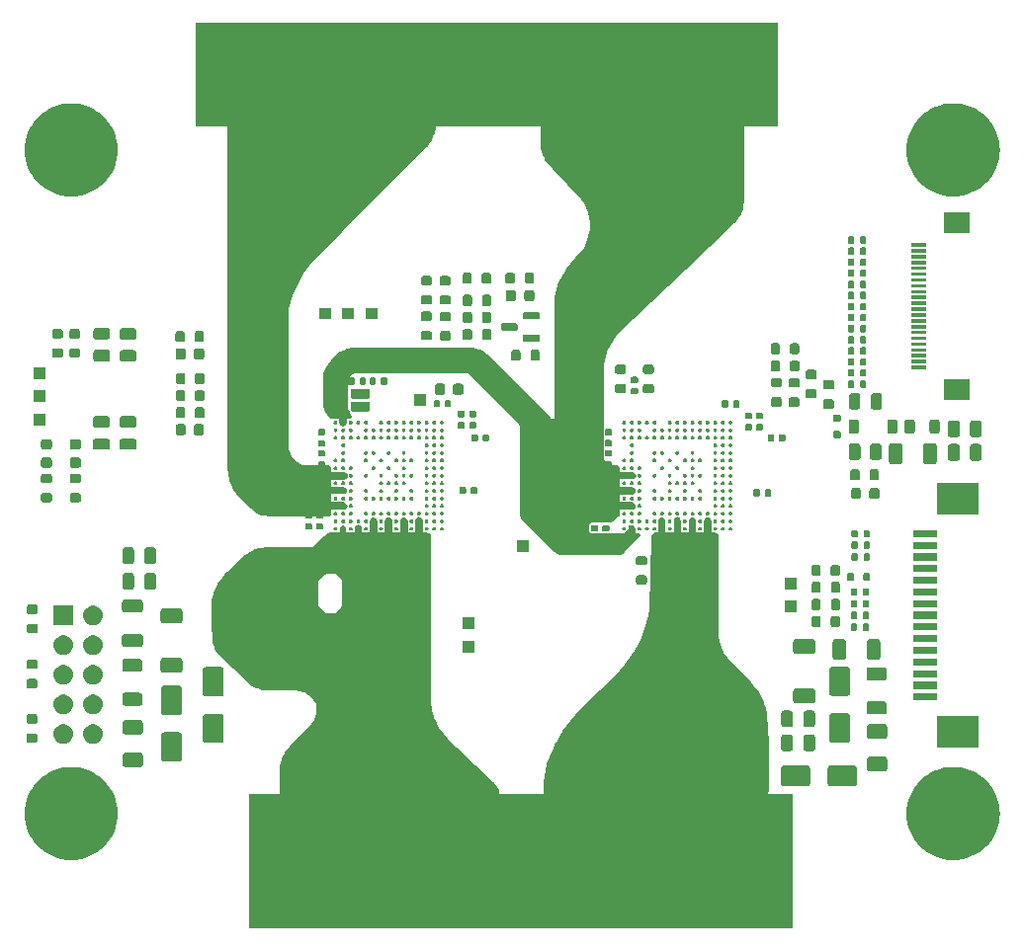
<source format=gbr>
%TF.GenerationSoftware,KiCad,Pcbnew,8.0.6*%
%TF.CreationDate,2024-12-12T06:35:09+00:00*%
%TF.ProjectId,AWR2243RadarBoard,41575232-3234-4335-9261-646172426f61,rev?*%
%TF.SameCoordinates,Original*%
%TF.FileFunction,Soldermask,Top*%
%TF.FilePolarity,Negative*%
%FSLAX46Y46*%
G04 Gerber Fmt 4.6, Leading zero omitted, Abs format (unit mm)*
G04 Created by KiCad (PCBNEW 8.0.6) date 2024-12-12 06:35:09*
%MOMM*%
%LPD*%
G01*
G04 APERTURE LIST*
G04 APERTURE END LIST*
G36*
X92041027Y-71481485D02*
G01*
X92047364Y-71484110D01*
X92136452Y-71543635D01*
X92141301Y-71548484D01*
X92200829Y-71637569D01*
X92203455Y-71643906D01*
X92224605Y-71750218D01*
X92224945Y-71753667D01*
X92224974Y-72477974D01*
X92224986Y-72799968D01*
X92239915Y-72814855D01*
X92880201Y-72813050D01*
X92895029Y-72798183D01*
X92895065Y-72462961D01*
X92895134Y-71788721D01*
X92895473Y-71785284D01*
X92918161Y-71671282D01*
X92920784Y-71664951D01*
X92984666Y-71569357D01*
X92989517Y-71564506D01*
X93085114Y-71500636D01*
X93091447Y-71498013D01*
X93204215Y-71475584D01*
X93211072Y-71475584D01*
X93323826Y-71498013D01*
X93330167Y-71500640D01*
X93425749Y-71564508D01*
X93430602Y-71569362D01*
X93494469Y-71664952D01*
X93497095Y-71671290D01*
X93519760Y-71785269D01*
X93520100Y-71788724D01*
X93520043Y-72795500D01*
X93534969Y-72810388D01*
X93867505Y-72809510D01*
X93867504Y-72809509D01*
X94200168Y-72808631D01*
X94214999Y-72793761D01*
X94214982Y-71806201D01*
X94215321Y-71802749D01*
X94238182Y-71687818D01*
X94240805Y-71681483D01*
X94305215Y-71585085D01*
X94310066Y-71580234D01*
X94406456Y-71515828D01*
X94412797Y-71513201D01*
X94526502Y-71490584D01*
X94533359Y-71490584D01*
X94647067Y-71513200D01*
X94653407Y-71515826D01*
X94749804Y-71580234D01*
X94754655Y-71585084D01*
X94819070Y-71681479D01*
X94821695Y-71687816D01*
X94844563Y-71802753D01*
X94844903Y-71806202D01*
X94844962Y-72791022D01*
X94859885Y-72805907D01*
X95149917Y-72805183D01*
X95161952Y-72810132D01*
X95166972Y-72807434D01*
X95273979Y-72828476D01*
X95280333Y-72831094D01*
X95378370Y-72896380D01*
X95383232Y-72901230D01*
X95448766Y-72999109D01*
X95451398Y-73005452D01*
X95474659Y-73122200D01*
X95475000Y-73125652D01*
X95475000Y-81788360D01*
X95475215Y-81790692D01*
X95591236Y-82413391D01*
X95592124Y-82416243D01*
X95853941Y-83003804D01*
X95855008Y-83005730D01*
X95902709Y-83076598D01*
X95902761Y-83076673D01*
X96217888Y-83544842D01*
X96217903Y-83544863D01*
X96270690Y-83623286D01*
X96272249Y-83625179D01*
X98171397Y-85524327D01*
X98171724Y-85524663D01*
X98214379Y-85570091D01*
X98215125Y-85570937D01*
X98254833Y-85618946D01*
X98255186Y-85619387D01*
X98713698Y-86210682D01*
X98714202Y-86211362D01*
X98765359Y-86283815D01*
X98766223Y-86285165D01*
X98810712Y-86361943D01*
X98811087Y-86362625D01*
X99336893Y-87371693D01*
X99337357Y-87372654D01*
X99385923Y-87481335D01*
X99386676Y-87483336D01*
X99421850Y-87597054D01*
X99422139Y-87598094D01*
X99597273Y-88314220D01*
X99597439Y-88314973D01*
X99614421Y-88400599D01*
X99614655Y-88402129D01*
X99624032Y-88488912D01*
X99624096Y-88489663D01*
X99692941Y-89571277D01*
X99713268Y-89890636D01*
X99757966Y-90592887D01*
X99757975Y-90593034D01*
X99759478Y-90624563D01*
X99759497Y-90625136D01*
X99759999Y-90656714D01*
X99760000Y-90656882D01*
X99760000Y-94809369D01*
X99759914Y-94811114D01*
X99740883Y-95004336D01*
X99740206Y-95007740D01*
X99683565Y-95194462D01*
X99698797Y-95215000D01*
X101830000Y-95215000D01*
X101830000Y-106740000D01*
X101827266Y-106740000D01*
X55277734Y-106740000D01*
X55275000Y-106740000D01*
X55275000Y-95215000D01*
X57865536Y-95215000D01*
X57880414Y-95200125D01*
X57880804Y-93051850D01*
X57880837Y-93050784D01*
X57888086Y-92931346D01*
X57888342Y-92929241D01*
X57909945Y-92811532D01*
X57910170Y-92810481D01*
X58019305Y-92368247D01*
X58019507Y-92367500D01*
X58043596Y-92285334D01*
X58044090Y-92283883D01*
X58075177Y-92204124D01*
X58075486Y-92203378D01*
X58240477Y-91828800D01*
X58240841Y-91828027D01*
X58283971Y-91741761D01*
X58284823Y-91740245D01*
X58336133Y-91658585D01*
X58336595Y-91657889D01*
X58484159Y-91446632D01*
X58484160Y-91446633D01*
X58599117Y-91282059D01*
X58599422Y-91281637D01*
X58637358Y-91230865D01*
X58638061Y-91229984D01*
X58679143Y-91181765D01*
X58679475Y-91181389D01*
X59281079Y-90519374D01*
X59281318Y-90519113D01*
X59299122Y-90500034D01*
X59299472Y-90499668D01*
X59317710Y-90481131D01*
X59317994Y-90480847D01*
X59317993Y-90480846D01*
X60531404Y-89279651D01*
X60587687Y-89223933D01*
X60589020Y-89222383D01*
X60825074Y-88898326D01*
X60826361Y-88896126D01*
X60953031Y-88619236D01*
X60953805Y-88617026D01*
X61020305Y-88350824D01*
X61020684Y-88347596D01*
X61013754Y-87705930D01*
X61013680Y-87704689D01*
X60987540Y-87465174D01*
X60985571Y-87459609D01*
X60779478Y-87139120D01*
X60778135Y-87137382D01*
X60579888Y-86922150D01*
X60578088Y-86920535D01*
X60312917Y-86724677D01*
X60311590Y-86723819D01*
X59949052Y-86520202D01*
X59946803Y-86519211D01*
X59856688Y-86489514D01*
X59856681Y-86489512D01*
X59629269Y-86414568D01*
X59629219Y-86414551D01*
X59510573Y-86375453D01*
X59507421Y-86374840D01*
X59382576Y-86366617D01*
X59382542Y-86366615D01*
X59159452Y-86351923D01*
X59015338Y-86342431D01*
X59014376Y-86342404D01*
X58977153Y-86342777D01*
X58664367Y-86345905D01*
X57129147Y-86361259D01*
X57128827Y-86361259D01*
X57095155Y-86361022D01*
X57094457Y-86361006D01*
X57060801Y-86359619D01*
X57060468Y-86359602D01*
X56555109Y-86330144D01*
X56554304Y-86330079D01*
X56462798Y-86320464D01*
X56461194Y-86320219D01*
X56370923Y-86302144D01*
X56370156Y-86301972D01*
X56298498Y-86284126D01*
X56298498Y-86284125D01*
X55959779Y-86199770D01*
X55958413Y-86199370D01*
X55805419Y-86147702D01*
X55802772Y-86146560D01*
X55660208Y-86070722D01*
X55658994Y-86070011D01*
X55370022Y-85884589D01*
X55369379Y-85884154D01*
X55294437Y-85831006D01*
X55293166Y-85830014D01*
X55223492Y-85770171D01*
X55222878Y-85769618D01*
X55137404Y-85689025D01*
X55137403Y-85689025D01*
X55057028Y-85613239D01*
X55052210Y-85608667D01*
X55052109Y-85608570D01*
X55047237Y-85603882D01*
X55047187Y-85603835D01*
X52728741Y-83358632D01*
X52728211Y-83358095D01*
X52670183Y-83296903D01*
X52669202Y-83295776D01*
X52616603Y-83229891D01*
X52616145Y-83229292D01*
X52404841Y-82940179D01*
X52403940Y-82938817D01*
X52309737Y-82781036D01*
X52308324Y-82778074D01*
X52244886Y-82605595D01*
X52244393Y-82604035D01*
X52207832Y-82466350D01*
X52133964Y-82188166D01*
X52133774Y-82187380D01*
X52114891Y-82100821D01*
X52114624Y-82099267D01*
X52103549Y-82011351D01*
X52103471Y-82010584D01*
X51994220Y-80657469D01*
X51994187Y-80656986D01*
X51991381Y-80605583D01*
X51991354Y-80604635D01*
X51991225Y-80553112D01*
X51991230Y-80552613D01*
X52028270Y-78978421D01*
X52028296Y-78977804D01*
X52032654Y-78905421D01*
X52032777Y-78904151D01*
X52042424Y-78832236D01*
X52042512Y-78831658D01*
X52150834Y-78200407D01*
X52151024Y-78199460D01*
X52175898Y-78091278D01*
X52176452Y-78089367D01*
X52213262Y-77984682D01*
X52213627Y-77983728D01*
X52501141Y-77292521D01*
X52501671Y-77291366D01*
X52566188Y-77163293D01*
X52567511Y-77161082D01*
X52649833Y-77043688D01*
X52650628Y-77042638D01*
X52736858Y-76936879D01*
X52754017Y-76915834D01*
X61200280Y-76915834D01*
X61200705Y-77257390D01*
X61200705Y-77257419D01*
X61202288Y-78530496D01*
X61202862Y-78992227D01*
X61203472Y-78996109D01*
X61272087Y-79210241D01*
X61275390Y-79215562D01*
X61740409Y-79666473D01*
X61743871Y-79668865D01*
X61828566Y-79708673D01*
X61828578Y-79708680D01*
X61913518Y-79748605D01*
X61918986Y-79749826D01*
X62516393Y-79749826D01*
X62521378Y-79748818D01*
X62623157Y-79705889D01*
X62623180Y-79705881D01*
X62726386Y-79662352D01*
X62730034Y-79660017D01*
X63119077Y-79305228D01*
X63122044Y-79301204D01*
X63244017Y-79041481D01*
X63245236Y-79036016D01*
X63245112Y-78091703D01*
X63244974Y-77037683D01*
X63244972Y-77037665D01*
X63244964Y-76968313D01*
X63244106Y-76963707D01*
X63193790Y-76833212D01*
X63190906Y-76828769D01*
X63142339Y-76780033D01*
X63142332Y-76780024D01*
X62846540Y-76483201D01*
X62773293Y-76409697D01*
X62769553Y-76407093D01*
X62581455Y-76320992D01*
X62576108Y-76319826D01*
X61908783Y-76319826D01*
X61903571Y-76320932D01*
X61691910Y-76414951D01*
X61688006Y-76417646D01*
X61204097Y-76906534D01*
X61200280Y-76915834D01*
X52754017Y-76915834D01*
X53327736Y-76212169D01*
X53327987Y-76211869D01*
X53360718Y-76173740D01*
X53361318Y-76173075D01*
X53395893Y-76136702D01*
X53396189Y-76136399D01*
X54655146Y-74877442D01*
X54656139Y-74876521D01*
X54770516Y-74778364D01*
X54772704Y-74776759D01*
X54900653Y-74697098D01*
X54901840Y-74696419D01*
X55350297Y-74462543D01*
X55775453Y-74240818D01*
X55777167Y-74240037D01*
X55973023Y-74163106D01*
X55976644Y-74162113D01*
X56184326Y-74128293D01*
X56186199Y-74128089D01*
X56834522Y-74092395D01*
X57227231Y-74070773D01*
X57227491Y-74070760D01*
X57254627Y-74069641D01*
X57255059Y-74069629D01*
X57282439Y-74069253D01*
X57282438Y-74069252D01*
X60667511Y-74069252D01*
X60676845Y-74065387D01*
X61659271Y-73083232D01*
X61660565Y-73082060D01*
X61810756Y-72958850D01*
X61813632Y-72956929D01*
X61984425Y-72865700D01*
X61987627Y-72864375D01*
X62172942Y-72808237D01*
X62176344Y-72807562D01*
X62369676Y-72788612D01*
X62371407Y-72788528D01*
X62632956Y-72788663D01*
X62995209Y-72788850D01*
X63010081Y-72774061D01*
X63011568Y-72478478D01*
X63011570Y-72478467D01*
X63011758Y-72440883D01*
X63012111Y-72437460D01*
X63033099Y-72334097D01*
X63035726Y-72327806D01*
X63093788Y-72241257D01*
X63098619Y-72236434D01*
X63185260Y-72178509D01*
X63191561Y-72175889D01*
X63293719Y-72155315D01*
X63300571Y-72155297D01*
X63402303Y-72175228D01*
X63408662Y-72177845D01*
X63494953Y-72235282D01*
X63499821Y-72240139D01*
X63557462Y-72326286D01*
X63560097Y-72332647D01*
X63580513Y-72435543D01*
X63580851Y-72439010D01*
X63580502Y-72774929D01*
X63595384Y-72789826D01*
X64280122Y-72789826D01*
X64295000Y-72774948D01*
X64295000Y-72431524D01*
X64295340Y-72428073D01*
X64316694Y-72320903D01*
X64319325Y-72314561D01*
X64379434Y-72224795D01*
X64384292Y-72219949D01*
X64474212Y-72160080D01*
X64480561Y-72157466D01*
X64586560Y-72136634D01*
X64593418Y-72136650D01*
X64699555Y-72158014D01*
X64705873Y-72160645D01*
X64795800Y-72220941D01*
X64800632Y-72225784D01*
X64860701Y-72315861D01*
X64863317Y-72322186D01*
X64884659Y-72429602D01*
X64884999Y-72433047D01*
X64885045Y-72785204D01*
X64899893Y-72800074D01*
X65590089Y-72801229D01*
X65604997Y-72786345D01*
X65604998Y-71786074D01*
X65605338Y-71782621D01*
X65627443Y-71671500D01*
X65630070Y-71665159D01*
X65692318Y-71571998D01*
X65697172Y-71567144D01*
X65790333Y-71504896D01*
X65796674Y-71502269D01*
X65906571Y-71480410D01*
X65913429Y-71480410D01*
X66023325Y-71502269D01*
X66029666Y-71504896D01*
X66122827Y-71567144D01*
X66127681Y-71571998D01*
X66189929Y-71665159D01*
X66192556Y-71671500D01*
X66214660Y-71782623D01*
X66215000Y-71786075D01*
X66215000Y-72787212D01*
X66229847Y-72802085D01*
X66860090Y-72803180D01*
X66875000Y-72788297D01*
X66875000Y-71813575D01*
X66875339Y-71810123D01*
X66898395Y-71694216D01*
X66901020Y-71687879D01*
X66965982Y-71590656D01*
X66970830Y-71585808D01*
X67068053Y-71520846D01*
X67074390Y-71518221D01*
X67189071Y-71495410D01*
X67195929Y-71495410D01*
X67310609Y-71518221D01*
X67316946Y-71520846D01*
X67414169Y-71585808D01*
X67419017Y-71590656D01*
X67483979Y-71687879D01*
X67486604Y-71694216D01*
X67509660Y-71810123D01*
X67510000Y-71813575D01*
X67510000Y-72789223D01*
X67524842Y-72804095D01*
X68160085Y-72805380D01*
X68175000Y-72790496D01*
X68175000Y-71833576D01*
X68175339Y-71830124D01*
X68199536Y-71708475D01*
X68202162Y-71702136D01*
X68270373Y-71600053D01*
X68275227Y-71595199D01*
X68377310Y-71526988D01*
X68383649Y-71524362D01*
X68504072Y-71500410D01*
X68510928Y-71500410D01*
X68631350Y-71524362D01*
X68637689Y-71526988D01*
X68739772Y-71595199D01*
X68744626Y-71600053D01*
X68812837Y-71702136D01*
X68815463Y-71708475D01*
X68839660Y-71830124D01*
X68840000Y-71833576D01*
X68840000Y-72791332D01*
X68854858Y-72806207D01*
X69157508Y-72806545D01*
X69157508Y-72806546D01*
X69460102Y-72806884D01*
X69475000Y-72792002D01*
X69475000Y-71801075D01*
X69475339Y-71797623D01*
X69499346Y-71676933D01*
X69501971Y-71670596D01*
X69569643Y-71569317D01*
X69574491Y-71564469D01*
X69675770Y-71496797D01*
X69682107Y-71494172D01*
X69801571Y-71470410D01*
X69808429Y-71470410D01*
X69927892Y-71494172D01*
X69934229Y-71496797D01*
X70035508Y-71564469D01*
X70040356Y-71569317D01*
X70108028Y-71670596D01*
X70110653Y-71676933D01*
X70134660Y-71797623D01*
X70135000Y-71801075D01*
X70135000Y-72793394D01*
X70149831Y-72808264D01*
X70491521Y-72809168D01*
X70494268Y-72809391D01*
X70603414Y-72826944D01*
X70608639Y-72828654D01*
X70706143Y-72878563D01*
X70710590Y-72881804D01*
X70787944Y-72959363D01*
X70791171Y-72963815D01*
X70840822Y-73061454D01*
X70842520Y-73066689D01*
X70859782Y-73175861D01*
X70860000Y-73178627D01*
X70860000Y-87334297D01*
X70860023Y-87335059D01*
X70899880Y-87997698D01*
X70900305Y-88000280D01*
X70926972Y-88098176D01*
X71044291Y-88528880D01*
X71097332Y-88723602D01*
X71098368Y-88726220D01*
X71232252Y-88978791D01*
X71528891Y-89538400D01*
X71528905Y-89538424D01*
X71570065Y-89616073D01*
X71571311Y-89617986D01*
X72238873Y-90465698D01*
X72240145Y-90467089D01*
X72292999Y-90516859D01*
X72293016Y-90516876D01*
X73050210Y-91229900D01*
X76168498Y-94166293D01*
X76169017Y-94166801D01*
X76224455Y-94223353D01*
X76225404Y-94224402D01*
X76276130Y-94285184D01*
X76276582Y-94285749D01*
X76419200Y-94471236D01*
X76419780Y-94472034D01*
X76479815Y-94559427D01*
X76480816Y-94561066D01*
X76531167Y-94654393D01*
X76531603Y-94655256D01*
X76634968Y-94874142D01*
X76635350Y-94875013D01*
X76656380Y-94926760D01*
X76657016Y-94928613D01*
X76672119Y-94982009D01*
X76672545Y-94983913D01*
X76681683Y-95038673D01*
X76681896Y-95040601D01*
X76684973Y-95096360D01*
X76685000Y-95097319D01*
X76685000Y-95200122D01*
X76699878Y-95215000D01*
X80487348Y-95215000D01*
X80502495Y-95198051D01*
X80485111Y-95043771D01*
X80485000Y-95041789D01*
X80485000Y-94353654D01*
X80485012Y-94353011D01*
X80488046Y-94275523D01*
X80488152Y-94274163D01*
X80497226Y-94197224D01*
X80497323Y-94196526D01*
X80742788Y-92641121D01*
X80742990Y-92640058D01*
X80769684Y-92519942D01*
X80770300Y-92517807D01*
X80811678Y-92401944D01*
X80812081Y-92400917D01*
X81130242Y-91659113D01*
X81130241Y-91659112D01*
X81130254Y-91659083D01*
X81130255Y-91659084D01*
X81135445Y-91647197D01*
X81135584Y-91646882D01*
X81140845Y-91635253D01*
X81140932Y-91635065D01*
X81223561Y-91455541D01*
X81513284Y-90826084D01*
X81513515Y-90825599D01*
X81536607Y-90778728D01*
X81537024Y-90777936D01*
X81562602Y-90732270D01*
X81562832Y-90731871D01*
X81627968Y-90622458D01*
X82035562Y-89937788D01*
X82035865Y-89937296D01*
X82066827Y-89888576D01*
X82067394Y-89887739D01*
X82101136Y-89840914D01*
X82101463Y-89840475D01*
X83106227Y-88528522D01*
X83106584Y-88528071D01*
X83148478Y-88476990D01*
X83149218Y-88476148D01*
X83194455Y-88427938D01*
X83194815Y-88427567D01*
X83224492Y-88397981D01*
X85267606Y-86361138D01*
X86982777Y-84651231D01*
X86982857Y-84651149D01*
X86999223Y-84634834D01*
X86999640Y-84634398D01*
X87437516Y-84154285D01*
X87438444Y-84153141D01*
X87872526Y-83549515D01*
X87873005Y-83548799D01*
X88243499Y-82952031D01*
X88488186Y-82518861D01*
X88488186Y-82518860D01*
X88493713Y-82509076D01*
X88493739Y-82509028D01*
X88510579Y-82479216D01*
X88510989Y-82478428D01*
X88749430Y-81977442D01*
X88749710Y-81976810D01*
X89237660Y-80789067D01*
X89238146Y-80787651D01*
X89487167Y-79894777D01*
X89487509Y-79893145D01*
X89545229Y-79485686D01*
X89545352Y-79484151D01*
X89668743Y-73150463D01*
X89669140Y-73147068D01*
X89694975Y-73027647D01*
X89697650Y-73021436D01*
X89765965Y-72921624D01*
X89770786Y-72916884D01*
X89871724Y-72850256D01*
X89877983Y-72847684D01*
X89997819Y-72823855D01*
X90001215Y-72823516D01*
X90300172Y-72822707D01*
X90315002Y-72807836D01*
X90314977Y-72461100D01*
X90314926Y-71783646D01*
X90315266Y-71780189D01*
X90337543Y-71668155D01*
X90340169Y-71661814D01*
X90402930Y-71567875D01*
X90407784Y-71563022D01*
X90501720Y-71500253D01*
X90508060Y-71497626D01*
X90618869Y-71475584D01*
X90625727Y-71475584D01*
X90736547Y-71497626D01*
X90742883Y-71500250D01*
X90836833Y-71563018D01*
X90841685Y-71567869D01*
X90904465Y-71661810D01*
X90907092Y-71668150D01*
X90929393Y-71780192D01*
X90929733Y-71783637D01*
X90929870Y-72804626D01*
X90944800Y-72819511D01*
X91284918Y-72818540D01*
X91284917Y-72818539D01*
X91625172Y-72817568D01*
X91639999Y-72802700D01*
X91640075Y-71753661D01*
X91640415Y-71750224D01*
X91661571Y-71643901D01*
X91664194Y-71637570D01*
X91723725Y-71548484D01*
X91728576Y-71543634D01*
X91817662Y-71484111D01*
X91824002Y-71481485D01*
X91929088Y-71460584D01*
X91935944Y-71460584D01*
X92041027Y-71481485D01*
G37*
G36*
X40392069Y-92915261D02*
G01*
X40780361Y-92972859D01*
X41161139Y-93068239D01*
X41530734Y-93200482D01*
X41885587Y-93368315D01*
X42222281Y-93570122D01*
X42537573Y-93803958D01*
X42828427Y-94067573D01*
X43092042Y-94358427D01*
X43325878Y-94673719D01*
X43527685Y-95010413D01*
X43695518Y-95365266D01*
X43827761Y-95734861D01*
X43923141Y-96115639D01*
X43980739Y-96503931D01*
X44000000Y-96896000D01*
X43980739Y-97288069D01*
X43923141Y-97676361D01*
X43827761Y-98057139D01*
X43695518Y-98426734D01*
X43527685Y-98781587D01*
X43325878Y-99118281D01*
X43092042Y-99433573D01*
X42828427Y-99724427D01*
X42537573Y-99988042D01*
X42222281Y-100221878D01*
X41885587Y-100423685D01*
X41530734Y-100591518D01*
X41161139Y-100723761D01*
X40780361Y-100819141D01*
X40392069Y-100876739D01*
X40000000Y-100896000D01*
X39607931Y-100876739D01*
X39219639Y-100819141D01*
X38838861Y-100723761D01*
X38469266Y-100591518D01*
X38114413Y-100423685D01*
X37777719Y-100221878D01*
X37462427Y-99988042D01*
X37171573Y-99724427D01*
X36907958Y-99433573D01*
X36674122Y-99118281D01*
X36472315Y-98781587D01*
X36304482Y-98426734D01*
X36172239Y-98057139D01*
X36076859Y-97676361D01*
X36019261Y-97288069D01*
X36000000Y-96896000D01*
X36019261Y-96503931D01*
X36076859Y-96115639D01*
X36172239Y-95734861D01*
X36304482Y-95365266D01*
X36472315Y-95010413D01*
X36674122Y-94673719D01*
X36907958Y-94358427D01*
X37171573Y-94067573D01*
X37462427Y-93803958D01*
X37777719Y-93570122D01*
X38114413Y-93368315D01*
X38469266Y-93200482D01*
X38838861Y-93068239D01*
X39219639Y-92972859D01*
X39607931Y-92915261D01*
X40000000Y-92896000D01*
X40392069Y-92915261D01*
G37*
G36*
X115944369Y-92915261D02*
G01*
X116332661Y-92972859D01*
X116713439Y-93068239D01*
X117083034Y-93200482D01*
X117437887Y-93368315D01*
X117774581Y-93570122D01*
X118089873Y-93803958D01*
X118380727Y-94067573D01*
X118644342Y-94358427D01*
X118878178Y-94673719D01*
X119079985Y-95010413D01*
X119247818Y-95365266D01*
X119380061Y-95734861D01*
X119475441Y-96115639D01*
X119533039Y-96503931D01*
X119552300Y-96896000D01*
X119533039Y-97288069D01*
X119475441Y-97676361D01*
X119380061Y-98057139D01*
X119247818Y-98426734D01*
X119079985Y-98781587D01*
X118878178Y-99118281D01*
X118644342Y-99433573D01*
X118380727Y-99724427D01*
X118089873Y-99988042D01*
X117774581Y-100221878D01*
X117437887Y-100423685D01*
X117083034Y-100591518D01*
X116713439Y-100723761D01*
X116332661Y-100819141D01*
X115944369Y-100876739D01*
X115552300Y-100896000D01*
X115160231Y-100876739D01*
X114771939Y-100819141D01*
X114391161Y-100723761D01*
X114021566Y-100591518D01*
X113666713Y-100423685D01*
X113330019Y-100221878D01*
X113014727Y-99988042D01*
X112723873Y-99724427D01*
X112460258Y-99433573D01*
X112226422Y-99118281D01*
X112024615Y-98781587D01*
X111856782Y-98426734D01*
X111724539Y-98057139D01*
X111629159Y-97676361D01*
X111571561Y-97288069D01*
X111552300Y-96896000D01*
X111571561Y-96503931D01*
X111629159Y-96115639D01*
X111724539Y-95734861D01*
X111856782Y-95365266D01*
X112024615Y-95010413D01*
X112226422Y-94673719D01*
X112460258Y-94358427D01*
X112723873Y-94067573D01*
X113014727Y-93803958D01*
X113330019Y-93570122D01*
X113666713Y-93368315D01*
X114021566Y-93200482D01*
X114391161Y-93068239D01*
X114771939Y-92972859D01*
X115160231Y-92915261D01*
X115552300Y-92896000D01*
X115944369Y-92915261D01*
G37*
G36*
X103145671Y-92769030D02*
G01*
X103226777Y-92823223D01*
X103280970Y-92904329D01*
X103300000Y-93000000D01*
X103300000Y-94300000D01*
X103280970Y-94395671D01*
X103226777Y-94476777D01*
X103145671Y-94530970D01*
X103050000Y-94550000D01*
X101050000Y-94550000D01*
X100954329Y-94530970D01*
X100873223Y-94476777D01*
X100819030Y-94395671D01*
X100800000Y-94300000D01*
X100800000Y-93000000D01*
X100819030Y-92904329D01*
X100873223Y-92823223D01*
X100954329Y-92769030D01*
X101050000Y-92750000D01*
X103050000Y-92750000D01*
X103145671Y-92769030D01*
G37*
G36*
X107145671Y-92769030D02*
G01*
X107226777Y-92823223D01*
X107280970Y-92904329D01*
X107300000Y-93000000D01*
X107300000Y-94300000D01*
X107280970Y-94395671D01*
X107226777Y-94476777D01*
X107145671Y-94530970D01*
X107050000Y-94550000D01*
X105050000Y-94550000D01*
X104954329Y-94530970D01*
X104873223Y-94476777D01*
X104819030Y-94395671D01*
X104800000Y-94300000D01*
X104800000Y-93000000D01*
X104819030Y-92904329D01*
X104873223Y-92823223D01*
X104954329Y-92769030D01*
X105050000Y-92750000D01*
X107050000Y-92750000D01*
X107145671Y-92769030D01*
G37*
G36*
X109745671Y-92044030D02*
G01*
X109826777Y-92098223D01*
X109880970Y-92179329D01*
X109900000Y-92275000D01*
X109900000Y-93025000D01*
X109880970Y-93120671D01*
X109826777Y-93201777D01*
X109745671Y-93255970D01*
X109650000Y-93275000D01*
X108400000Y-93275000D01*
X108304329Y-93255970D01*
X108223223Y-93201777D01*
X108169030Y-93120671D01*
X108150000Y-93025000D01*
X108150000Y-92275000D01*
X108169030Y-92179329D01*
X108223223Y-92098223D01*
X108304329Y-92044030D01*
X108400000Y-92025000D01*
X109650000Y-92025000D01*
X109745671Y-92044030D01*
G37*
G36*
X45995671Y-91669030D02*
G01*
X46076777Y-91723223D01*
X46130970Y-91804329D01*
X46150000Y-91900000D01*
X46150000Y-92650000D01*
X46130970Y-92745671D01*
X46076777Y-92826777D01*
X45995671Y-92880970D01*
X45900000Y-92900000D01*
X44650000Y-92900000D01*
X44554329Y-92880970D01*
X44473223Y-92826777D01*
X44419030Y-92745671D01*
X44400000Y-92650000D01*
X44400000Y-91900000D01*
X44419030Y-91804329D01*
X44473223Y-91723223D01*
X44554329Y-91669030D01*
X44650000Y-91650000D01*
X45900000Y-91650000D01*
X45995671Y-91669030D01*
G37*
G36*
X49345671Y-89944030D02*
G01*
X49426777Y-89998223D01*
X49480970Y-90079329D01*
X49500000Y-90175000D01*
X49500000Y-92175000D01*
X49480970Y-92270671D01*
X49426777Y-92351777D01*
X49345671Y-92405970D01*
X49250000Y-92425000D01*
X47950000Y-92425000D01*
X47854329Y-92405970D01*
X47773223Y-92351777D01*
X47719030Y-92270671D01*
X47700000Y-92175000D01*
X47700000Y-90175000D01*
X47719030Y-90079329D01*
X47773223Y-89998223D01*
X47854329Y-89944030D01*
X47950000Y-89925000D01*
X49250000Y-89925000D01*
X49345671Y-89944030D01*
G37*
G36*
X101670671Y-90119030D02*
G01*
X101751777Y-90173223D01*
X101805970Y-90254329D01*
X101825000Y-90350000D01*
X101825000Y-91300000D01*
X101805970Y-91395671D01*
X101751777Y-91476777D01*
X101670671Y-91530970D01*
X101575000Y-91550000D01*
X101075000Y-91550000D01*
X100979329Y-91530970D01*
X100898223Y-91476777D01*
X100844030Y-91395671D01*
X100825000Y-91300000D01*
X100825000Y-90350000D01*
X100844030Y-90254329D01*
X100898223Y-90173223D01*
X100979329Y-90119030D01*
X101075000Y-90100000D01*
X101575000Y-90100000D01*
X101670671Y-90119030D01*
G37*
G36*
X103570671Y-90119030D02*
G01*
X103651777Y-90173223D01*
X103705970Y-90254329D01*
X103725000Y-90350000D01*
X103725000Y-91300000D01*
X103705970Y-91395671D01*
X103651777Y-91476777D01*
X103570671Y-91530970D01*
X103475000Y-91550000D01*
X102975000Y-91550000D01*
X102879329Y-91530970D01*
X102798223Y-91476777D01*
X102744030Y-91395671D01*
X102725000Y-91300000D01*
X102725000Y-90350000D01*
X102744030Y-90254329D01*
X102798223Y-90173223D01*
X102879329Y-90119030D01*
X102975000Y-90100000D01*
X103475000Y-90100000D01*
X103570671Y-90119030D01*
G37*
G36*
X117750000Y-91230000D02*
G01*
X114150000Y-91230000D01*
X114150000Y-88550000D01*
X117750000Y-88550000D01*
X117750000Y-91230000D01*
G37*
G36*
X39617664Y-89271602D02*
G01*
X39780000Y-89343878D01*
X39923761Y-89448327D01*
X40042664Y-89580383D01*
X40131514Y-89734274D01*
X40186425Y-89903275D01*
X40205000Y-90080000D01*
X40186425Y-90256725D01*
X40131514Y-90425726D01*
X40042664Y-90579617D01*
X39923761Y-90711673D01*
X39780000Y-90816122D01*
X39617664Y-90888398D01*
X39443849Y-90925344D01*
X39266151Y-90925344D01*
X39092336Y-90888398D01*
X38930000Y-90816122D01*
X38786239Y-90711673D01*
X38667336Y-90579617D01*
X38578486Y-90425726D01*
X38523575Y-90256725D01*
X38505000Y-90080000D01*
X38523575Y-89903275D01*
X38578486Y-89734274D01*
X38667336Y-89580383D01*
X38786239Y-89448327D01*
X38930000Y-89343878D01*
X39092336Y-89271602D01*
X39266151Y-89234656D01*
X39443849Y-89234656D01*
X39617664Y-89271602D01*
G37*
G36*
X42157664Y-89271602D02*
G01*
X42320000Y-89343878D01*
X42463761Y-89448327D01*
X42582664Y-89580383D01*
X42671514Y-89734274D01*
X42726425Y-89903275D01*
X42745000Y-90080000D01*
X42726425Y-90256725D01*
X42671514Y-90425726D01*
X42582664Y-90579617D01*
X42463761Y-90711673D01*
X42320000Y-90816122D01*
X42157664Y-90888398D01*
X41983849Y-90925344D01*
X41806151Y-90925344D01*
X41632336Y-90888398D01*
X41470000Y-90816122D01*
X41326239Y-90711673D01*
X41207336Y-90579617D01*
X41118486Y-90425726D01*
X41063575Y-90256725D01*
X41045000Y-90080000D01*
X41063575Y-89903275D01*
X41118486Y-89734274D01*
X41207336Y-89580383D01*
X41326239Y-89448327D01*
X41470000Y-89343878D01*
X41632336Y-89271602D01*
X41806151Y-89234656D01*
X41983849Y-89234656D01*
X42157664Y-89271602D01*
G37*
G36*
X52925671Y-88359030D02*
G01*
X53006777Y-88413223D01*
X53060970Y-88494329D01*
X53080000Y-88590000D01*
X53080000Y-90590000D01*
X53060970Y-90685671D01*
X53006777Y-90766777D01*
X52925671Y-90820970D01*
X52830000Y-90840000D01*
X51530000Y-90840000D01*
X51434329Y-90820970D01*
X51353223Y-90766777D01*
X51299030Y-90685671D01*
X51280000Y-90590000D01*
X51280000Y-88590000D01*
X51299030Y-88494329D01*
X51353223Y-88413223D01*
X51434329Y-88359030D01*
X51530000Y-88340000D01*
X52830000Y-88340000D01*
X52925671Y-88359030D01*
G37*
G36*
X37001537Y-90040224D02*
G01*
X37066421Y-90083579D01*
X37109776Y-90148463D01*
X37125000Y-90225000D01*
X37125000Y-90625000D01*
X37109776Y-90701537D01*
X37066421Y-90766421D01*
X37001537Y-90809776D01*
X36925000Y-90825000D01*
X36375000Y-90825000D01*
X36298463Y-90809776D01*
X36233579Y-90766421D01*
X36190224Y-90701537D01*
X36175000Y-90625000D01*
X36175000Y-90225000D01*
X36190224Y-90148463D01*
X36233579Y-90083579D01*
X36298463Y-90040224D01*
X36375000Y-90025000D01*
X36925000Y-90025000D01*
X37001537Y-90040224D01*
G37*
G36*
X106595671Y-88319030D02*
G01*
X106676777Y-88373223D01*
X106730970Y-88454329D01*
X106750000Y-88550000D01*
X106750000Y-90550000D01*
X106730970Y-90645671D01*
X106676777Y-90726777D01*
X106595671Y-90780970D01*
X106500000Y-90800000D01*
X105200000Y-90800000D01*
X105104329Y-90780970D01*
X105023223Y-90726777D01*
X104969030Y-90645671D01*
X104950000Y-90550000D01*
X104950000Y-88550000D01*
X104969030Y-88454329D01*
X105023223Y-88373223D01*
X105104329Y-88319030D01*
X105200000Y-88300000D01*
X106500000Y-88300000D01*
X106595671Y-88319030D01*
G37*
G36*
X109745671Y-89244030D02*
G01*
X109826777Y-89298223D01*
X109880970Y-89379329D01*
X109900000Y-89475000D01*
X109900000Y-90225000D01*
X109880970Y-90320671D01*
X109826777Y-90401777D01*
X109745671Y-90455970D01*
X109650000Y-90475000D01*
X108400000Y-90475000D01*
X108304329Y-90455970D01*
X108223223Y-90401777D01*
X108169030Y-90320671D01*
X108150000Y-90225000D01*
X108150000Y-89475000D01*
X108169030Y-89379329D01*
X108223223Y-89298223D01*
X108304329Y-89244030D01*
X108400000Y-89225000D01*
X109650000Y-89225000D01*
X109745671Y-89244030D01*
G37*
G36*
X45995671Y-88869030D02*
G01*
X46076777Y-88923223D01*
X46130970Y-89004329D01*
X46150000Y-89100000D01*
X46150000Y-89850000D01*
X46130970Y-89945671D01*
X46076777Y-90026777D01*
X45995671Y-90080970D01*
X45900000Y-90100000D01*
X44650000Y-90100000D01*
X44554329Y-90080970D01*
X44473223Y-90026777D01*
X44419030Y-89945671D01*
X44400000Y-89850000D01*
X44400000Y-89100000D01*
X44419030Y-89004329D01*
X44473223Y-88923223D01*
X44554329Y-88869030D01*
X44650000Y-88850000D01*
X45900000Y-88850000D01*
X45995671Y-88869030D01*
G37*
G36*
X101670671Y-88069030D02*
G01*
X101751777Y-88123223D01*
X101805970Y-88204329D01*
X101825000Y-88300000D01*
X101825000Y-89250000D01*
X101805970Y-89345671D01*
X101751777Y-89426777D01*
X101670671Y-89480970D01*
X101575000Y-89500000D01*
X101075000Y-89500000D01*
X100979329Y-89480970D01*
X100898223Y-89426777D01*
X100844030Y-89345671D01*
X100825000Y-89250000D01*
X100825000Y-88300000D01*
X100844030Y-88204329D01*
X100898223Y-88123223D01*
X100979329Y-88069030D01*
X101075000Y-88050000D01*
X101575000Y-88050000D01*
X101670671Y-88069030D01*
G37*
G36*
X103570671Y-88069030D02*
G01*
X103651777Y-88123223D01*
X103705970Y-88204329D01*
X103725000Y-88300000D01*
X103725000Y-89250000D01*
X103705970Y-89345671D01*
X103651777Y-89426777D01*
X103570671Y-89480970D01*
X103475000Y-89500000D01*
X102975000Y-89500000D01*
X102879329Y-89480970D01*
X102798223Y-89426777D01*
X102744030Y-89345671D01*
X102725000Y-89250000D01*
X102725000Y-88300000D01*
X102744030Y-88204329D01*
X102798223Y-88123223D01*
X102879329Y-88069030D01*
X102975000Y-88050000D01*
X103475000Y-88050000D01*
X103570671Y-88069030D01*
G37*
G36*
X37001537Y-88390224D02*
G01*
X37066421Y-88433579D01*
X37109776Y-88498463D01*
X37125000Y-88575000D01*
X37125000Y-88975000D01*
X37109776Y-89051537D01*
X37066421Y-89116421D01*
X37001537Y-89159776D01*
X36925000Y-89175000D01*
X36375000Y-89175000D01*
X36298463Y-89159776D01*
X36233579Y-89116421D01*
X36190224Y-89051537D01*
X36175000Y-88975000D01*
X36175000Y-88575000D01*
X36190224Y-88498463D01*
X36233579Y-88433579D01*
X36298463Y-88390224D01*
X36375000Y-88375000D01*
X36925000Y-88375000D01*
X37001537Y-88390224D01*
G37*
G36*
X49345671Y-85944030D02*
G01*
X49426777Y-85998223D01*
X49480970Y-86079329D01*
X49500000Y-86175000D01*
X49500000Y-88175000D01*
X49480970Y-88270671D01*
X49426777Y-88351777D01*
X49345671Y-88405970D01*
X49250000Y-88425000D01*
X47950000Y-88425000D01*
X47854329Y-88405970D01*
X47773223Y-88351777D01*
X47719030Y-88270671D01*
X47700000Y-88175000D01*
X47700000Y-86175000D01*
X47719030Y-86079329D01*
X47773223Y-85998223D01*
X47854329Y-85944030D01*
X47950000Y-85925000D01*
X49250000Y-85925000D01*
X49345671Y-85944030D01*
G37*
G36*
X109720671Y-87294030D02*
G01*
X109801777Y-87348223D01*
X109855970Y-87429329D01*
X109875000Y-87525000D01*
X109875000Y-88150000D01*
X109855970Y-88245671D01*
X109801777Y-88326777D01*
X109720671Y-88380970D01*
X109625000Y-88400000D01*
X108375000Y-88400000D01*
X108279329Y-88380970D01*
X108198223Y-88326777D01*
X108144030Y-88245671D01*
X108125000Y-88150000D01*
X108125000Y-87525000D01*
X108144030Y-87429329D01*
X108198223Y-87348223D01*
X108279329Y-87294030D01*
X108375000Y-87275000D01*
X109625000Y-87275000D01*
X109720671Y-87294030D01*
G37*
G36*
X39617664Y-86731602D02*
G01*
X39780000Y-86803878D01*
X39923761Y-86908327D01*
X40042664Y-87040383D01*
X40131514Y-87194274D01*
X40186425Y-87363275D01*
X40205000Y-87540000D01*
X40186425Y-87716725D01*
X40131514Y-87885726D01*
X40042664Y-88039617D01*
X39923761Y-88171673D01*
X39780000Y-88276122D01*
X39617664Y-88348398D01*
X39443849Y-88385344D01*
X39266151Y-88385344D01*
X39092336Y-88348398D01*
X38930000Y-88276122D01*
X38786239Y-88171673D01*
X38667336Y-88039617D01*
X38578486Y-87885726D01*
X38523575Y-87716725D01*
X38505000Y-87540000D01*
X38523575Y-87363275D01*
X38578486Y-87194274D01*
X38667336Y-87040383D01*
X38786239Y-86908327D01*
X38930000Y-86803878D01*
X39092336Y-86731602D01*
X39266151Y-86694656D01*
X39443849Y-86694656D01*
X39617664Y-86731602D01*
G37*
G36*
X42157664Y-86731602D02*
G01*
X42320000Y-86803878D01*
X42463761Y-86908327D01*
X42582664Y-87040383D01*
X42671514Y-87194274D01*
X42726425Y-87363275D01*
X42745000Y-87540000D01*
X42726425Y-87716725D01*
X42671514Y-87885726D01*
X42582664Y-88039617D01*
X42463761Y-88171673D01*
X42320000Y-88276122D01*
X42157664Y-88348398D01*
X41983849Y-88385344D01*
X41806151Y-88385344D01*
X41632336Y-88348398D01*
X41470000Y-88276122D01*
X41326239Y-88171673D01*
X41207336Y-88039617D01*
X41118486Y-87885726D01*
X41063575Y-87716725D01*
X41045000Y-87540000D01*
X41063575Y-87363275D01*
X41118486Y-87194274D01*
X41207336Y-87040383D01*
X41326239Y-86908327D01*
X41470000Y-86803878D01*
X41632336Y-86731602D01*
X41806151Y-86694656D01*
X41983849Y-86694656D01*
X42157664Y-86731602D01*
G37*
G36*
X45970671Y-86544030D02*
G01*
X46051777Y-86598223D01*
X46105970Y-86679329D01*
X46125000Y-86775000D01*
X46125000Y-87400000D01*
X46105970Y-87495671D01*
X46051777Y-87576777D01*
X45970671Y-87630970D01*
X45875000Y-87650000D01*
X44625000Y-87650000D01*
X44529329Y-87630970D01*
X44448223Y-87576777D01*
X44394030Y-87495671D01*
X44375000Y-87400000D01*
X44375000Y-86775000D01*
X44394030Y-86679329D01*
X44448223Y-86598223D01*
X44529329Y-86544030D01*
X44625000Y-86525000D01*
X45875000Y-86525000D01*
X45970671Y-86544030D01*
G37*
G36*
X103595671Y-86194030D02*
G01*
X103676777Y-86248223D01*
X103730970Y-86329329D01*
X103749999Y-86425000D01*
X103749999Y-86427494D01*
X103750000Y-86427500D01*
X103750000Y-86820509D01*
X103750000Y-87200001D01*
X103730970Y-87295671D01*
X103676777Y-87376777D01*
X103595671Y-87430970D01*
X103500000Y-87449999D01*
X103497504Y-87449999D01*
X103497499Y-87450000D01*
X102102501Y-87450000D01*
X102102500Y-87449999D01*
X102099999Y-87450000D01*
X102004329Y-87430970D01*
X101923223Y-87376777D01*
X101869030Y-87295671D01*
X101850001Y-87200000D01*
X101850000Y-87197504D01*
X101850000Y-87197499D01*
X101850000Y-86427500D01*
X101850000Y-86427499D01*
X101850000Y-86424999D01*
X101869030Y-86329329D01*
X101923223Y-86248223D01*
X102004329Y-86194030D01*
X102100000Y-86175001D01*
X102102495Y-86175000D01*
X102102501Y-86175000D01*
X103497499Y-86175000D01*
X103500001Y-86175000D01*
X103595671Y-86194030D01*
G37*
G36*
X114150000Y-87205000D02*
G01*
X112150000Y-87205000D01*
X112150000Y-86595000D01*
X114150000Y-86595000D01*
X114150000Y-87205000D01*
G37*
G36*
X52925671Y-84359030D02*
G01*
X53006777Y-84413223D01*
X53060970Y-84494329D01*
X53080000Y-84590000D01*
X53080000Y-86590000D01*
X53060970Y-86685671D01*
X53006777Y-86766777D01*
X52925671Y-86820970D01*
X52830000Y-86840000D01*
X51530000Y-86840000D01*
X51434329Y-86820970D01*
X51353223Y-86766777D01*
X51299030Y-86685671D01*
X51280000Y-86590000D01*
X51280000Y-84590000D01*
X51299030Y-84494329D01*
X51353223Y-84413223D01*
X51434329Y-84359030D01*
X51530000Y-84340000D01*
X52830000Y-84340000D01*
X52925671Y-84359030D01*
G37*
G36*
X106595671Y-84319030D02*
G01*
X106676777Y-84373223D01*
X106730970Y-84454329D01*
X106750000Y-84550000D01*
X106750000Y-86550000D01*
X106730970Y-86645671D01*
X106676777Y-86726777D01*
X106595671Y-86780970D01*
X106500000Y-86800000D01*
X105200000Y-86800000D01*
X105104329Y-86780970D01*
X105023223Y-86726777D01*
X104969030Y-86645671D01*
X104950000Y-86550000D01*
X104950000Y-84550000D01*
X104969030Y-84454329D01*
X105023223Y-84373223D01*
X105104329Y-84319030D01*
X105200000Y-84300000D01*
X106500000Y-84300000D01*
X106595671Y-84319030D01*
G37*
G36*
X114150000Y-86205000D02*
G01*
X112150000Y-86205000D01*
X112150000Y-85595000D01*
X114150000Y-85595000D01*
X114150000Y-86205000D01*
G37*
G36*
X37001537Y-85365224D02*
G01*
X37066421Y-85408579D01*
X37109776Y-85473463D01*
X37125000Y-85550000D01*
X37125000Y-85950000D01*
X37109776Y-86026537D01*
X37066421Y-86091421D01*
X37001537Y-86134776D01*
X36925000Y-86150000D01*
X36375000Y-86150000D01*
X36298463Y-86134776D01*
X36233579Y-86091421D01*
X36190224Y-86026537D01*
X36175000Y-85950000D01*
X36175000Y-85550000D01*
X36190224Y-85473463D01*
X36233579Y-85408579D01*
X36298463Y-85365224D01*
X36375000Y-85350000D01*
X36925000Y-85350000D01*
X37001537Y-85365224D01*
G37*
G36*
X39617664Y-84191602D02*
G01*
X39780000Y-84263878D01*
X39923761Y-84368327D01*
X40042664Y-84500383D01*
X40131514Y-84654274D01*
X40186425Y-84823275D01*
X40205000Y-85000000D01*
X40186425Y-85176725D01*
X40131514Y-85345726D01*
X40042664Y-85499617D01*
X39923761Y-85631673D01*
X39780000Y-85736122D01*
X39617664Y-85808398D01*
X39443849Y-85845344D01*
X39266151Y-85845344D01*
X39092336Y-85808398D01*
X38930000Y-85736122D01*
X38786239Y-85631673D01*
X38667336Y-85499617D01*
X38578486Y-85345726D01*
X38523575Y-85176725D01*
X38505000Y-85000000D01*
X38523575Y-84823275D01*
X38578486Y-84654274D01*
X38667336Y-84500383D01*
X38786239Y-84368327D01*
X38930000Y-84263878D01*
X39092336Y-84191602D01*
X39266151Y-84154656D01*
X39443849Y-84154656D01*
X39617664Y-84191602D01*
G37*
G36*
X42157664Y-84191602D02*
G01*
X42320000Y-84263878D01*
X42463761Y-84368327D01*
X42582664Y-84500383D01*
X42671514Y-84654274D01*
X42726425Y-84823275D01*
X42745000Y-85000000D01*
X42726425Y-85176725D01*
X42671514Y-85345726D01*
X42582664Y-85499617D01*
X42463761Y-85631673D01*
X42320000Y-85736122D01*
X42157664Y-85808398D01*
X41983849Y-85845344D01*
X41806151Y-85845344D01*
X41632336Y-85808398D01*
X41470000Y-85736122D01*
X41326239Y-85631673D01*
X41207336Y-85499617D01*
X41118486Y-85345726D01*
X41063575Y-85176725D01*
X41045000Y-85000000D01*
X41063575Y-84823275D01*
X41118486Y-84654274D01*
X41207336Y-84500383D01*
X41326239Y-84368327D01*
X41470000Y-84263878D01*
X41632336Y-84191602D01*
X41806151Y-84154656D01*
X41983849Y-84154656D01*
X42157664Y-84191602D01*
G37*
G36*
X109720671Y-84369030D02*
G01*
X109801777Y-84423223D01*
X109855970Y-84504329D01*
X109875000Y-84600000D01*
X109875000Y-85225000D01*
X109855970Y-85320671D01*
X109801777Y-85401777D01*
X109720671Y-85455970D01*
X109625000Y-85475000D01*
X108375000Y-85475000D01*
X108279329Y-85455970D01*
X108198223Y-85401777D01*
X108144030Y-85320671D01*
X108125000Y-85225000D01*
X108125000Y-84600000D01*
X108144030Y-84504329D01*
X108198223Y-84423223D01*
X108279329Y-84369030D01*
X108375000Y-84350000D01*
X109625000Y-84350000D01*
X109720671Y-84369030D01*
G37*
G36*
X114150000Y-85205000D02*
G01*
X112150000Y-85205000D01*
X112150000Y-84595000D01*
X114150000Y-84595000D01*
X114150000Y-85205000D01*
G37*
G36*
X49395671Y-83569030D02*
G01*
X49476777Y-83623223D01*
X49530970Y-83704329D01*
X49549999Y-83800000D01*
X49549999Y-83802494D01*
X49550000Y-83802500D01*
X49550000Y-84191602D01*
X49550000Y-84575001D01*
X49530970Y-84670671D01*
X49476777Y-84751777D01*
X49395671Y-84805970D01*
X49300000Y-84824999D01*
X49297504Y-84824999D01*
X49297499Y-84825000D01*
X47902501Y-84825000D01*
X47902500Y-84824999D01*
X47899999Y-84825000D01*
X47804329Y-84805970D01*
X47723223Y-84751777D01*
X47669030Y-84670671D01*
X47650001Y-84575000D01*
X47650000Y-84572504D01*
X47650000Y-84572499D01*
X47650000Y-83802500D01*
X47650000Y-83802499D01*
X47650000Y-83799999D01*
X47669030Y-83704329D01*
X47723223Y-83623223D01*
X47804329Y-83569030D01*
X47900000Y-83550001D01*
X47902495Y-83550000D01*
X47902501Y-83550000D01*
X49297499Y-83550000D01*
X49300001Y-83550000D01*
X49395671Y-83569030D01*
G37*
G36*
X45970671Y-83619030D02*
G01*
X46051777Y-83673223D01*
X46105970Y-83754329D01*
X46125000Y-83850000D01*
X46125000Y-84475000D01*
X46105970Y-84570671D01*
X46051777Y-84651777D01*
X45970671Y-84705970D01*
X45875000Y-84725000D01*
X44625000Y-84725000D01*
X44529329Y-84705970D01*
X44448223Y-84651777D01*
X44394030Y-84570671D01*
X44375000Y-84475000D01*
X44375000Y-83850000D01*
X44394030Y-83754329D01*
X44448223Y-83673223D01*
X44529329Y-83619030D01*
X44625000Y-83600000D01*
X45875000Y-83600000D01*
X45970671Y-83619030D01*
G37*
G36*
X37001537Y-83715224D02*
G01*
X37066421Y-83758579D01*
X37109776Y-83823463D01*
X37125000Y-83900000D01*
X37125000Y-84300000D01*
X37109776Y-84376537D01*
X37066421Y-84441421D01*
X37001537Y-84484776D01*
X36925000Y-84500000D01*
X36375000Y-84500000D01*
X36298463Y-84484776D01*
X36233579Y-84441421D01*
X36190224Y-84376537D01*
X36175000Y-84300000D01*
X36175000Y-83900000D01*
X36190224Y-83823463D01*
X36233579Y-83758579D01*
X36298463Y-83715224D01*
X36375000Y-83700000D01*
X36925000Y-83700000D01*
X37001537Y-83715224D01*
G37*
G36*
X114150000Y-84205000D02*
G01*
X112150000Y-84205000D01*
X112150000Y-83595000D01*
X114150000Y-83595000D01*
X114150000Y-84205000D01*
G37*
G36*
X106220671Y-81919030D02*
G01*
X106301777Y-81973223D01*
X106355970Y-82054329D01*
X106375000Y-82150000D01*
X106375000Y-83450000D01*
X106355970Y-83545671D01*
X106301777Y-83626777D01*
X106220671Y-83680970D01*
X106125000Y-83700000D01*
X105475000Y-83700000D01*
X105379329Y-83680970D01*
X105298223Y-83626777D01*
X105244030Y-83545671D01*
X105225000Y-83450000D01*
X105225000Y-82150000D01*
X105244030Y-82054329D01*
X105298223Y-81973223D01*
X105379329Y-81919030D01*
X105475000Y-81900000D01*
X106125000Y-81900000D01*
X106220671Y-81919030D01*
G37*
G36*
X109170671Y-81919030D02*
G01*
X109251777Y-81973223D01*
X109305970Y-82054329D01*
X109325000Y-82150000D01*
X109325000Y-83450000D01*
X109305970Y-83545671D01*
X109251777Y-83626777D01*
X109170671Y-83680970D01*
X109075000Y-83700000D01*
X108425000Y-83700000D01*
X108329329Y-83680970D01*
X108248223Y-83626777D01*
X108194030Y-83545671D01*
X108175000Y-83450000D01*
X108175000Y-82150000D01*
X108194030Y-82054329D01*
X108248223Y-81973223D01*
X108329329Y-81919030D01*
X108425000Y-81900000D01*
X109075000Y-81900000D01*
X109170671Y-81919030D01*
G37*
G36*
X39617664Y-81651602D02*
G01*
X39780000Y-81723878D01*
X39923761Y-81828327D01*
X40042664Y-81960383D01*
X40131514Y-82114274D01*
X40186425Y-82283275D01*
X40205000Y-82460000D01*
X40186425Y-82636725D01*
X40131514Y-82805726D01*
X40042664Y-82959617D01*
X39923761Y-83091673D01*
X39780000Y-83196122D01*
X39617664Y-83268398D01*
X39443849Y-83305344D01*
X39266151Y-83305344D01*
X39092336Y-83268398D01*
X38930000Y-83196122D01*
X38786239Y-83091673D01*
X38667336Y-82959617D01*
X38578486Y-82805726D01*
X38523575Y-82636725D01*
X38505000Y-82460000D01*
X38523575Y-82283275D01*
X38578486Y-82114274D01*
X38667336Y-81960383D01*
X38786239Y-81828327D01*
X38930000Y-81723878D01*
X39092336Y-81651602D01*
X39266151Y-81614656D01*
X39443849Y-81614656D01*
X39617664Y-81651602D01*
G37*
G36*
X42157664Y-81651602D02*
G01*
X42320000Y-81723878D01*
X42463761Y-81828327D01*
X42582664Y-81960383D01*
X42671514Y-82114274D01*
X42726425Y-82283275D01*
X42745000Y-82460000D01*
X42726425Y-82636725D01*
X42671514Y-82805726D01*
X42582664Y-82959617D01*
X42463761Y-83091673D01*
X42320000Y-83196122D01*
X42157664Y-83268398D01*
X41983849Y-83305344D01*
X41806151Y-83305344D01*
X41632336Y-83268398D01*
X41470000Y-83196122D01*
X41326239Y-83091673D01*
X41207336Y-82959617D01*
X41118486Y-82805726D01*
X41063575Y-82636725D01*
X41045000Y-82460000D01*
X41063575Y-82283275D01*
X41118486Y-82114274D01*
X41207336Y-81960383D01*
X41326239Y-81828327D01*
X41470000Y-81723878D01*
X41632336Y-81651602D01*
X41806151Y-81614656D01*
X41983849Y-81614656D01*
X42157664Y-81651602D01*
G37*
G36*
X103595671Y-81969030D02*
G01*
X103676777Y-82023223D01*
X103730970Y-82104329D01*
X103749999Y-82200000D01*
X103749999Y-82202494D01*
X103750000Y-82202500D01*
X103750000Y-82595000D01*
X103750000Y-82975001D01*
X103730970Y-83070671D01*
X103676777Y-83151777D01*
X103595671Y-83205970D01*
X103500000Y-83224999D01*
X103497504Y-83224999D01*
X103497499Y-83225000D01*
X102102501Y-83225000D01*
X102102500Y-83224999D01*
X102099999Y-83225000D01*
X102004329Y-83205970D01*
X101923223Y-83151777D01*
X101869030Y-83070671D01*
X101850001Y-82975000D01*
X101850000Y-82972504D01*
X101850000Y-82972499D01*
X101850000Y-82202500D01*
X101850000Y-82202498D01*
X101850000Y-82199999D01*
X101869030Y-82104329D01*
X101923223Y-82023223D01*
X102004329Y-81969030D01*
X102100000Y-81950001D01*
X102102495Y-81950000D01*
X102102501Y-81950000D01*
X103497499Y-81950000D01*
X103500001Y-81950000D01*
X103595671Y-81969030D01*
G37*
G36*
X114150000Y-83205000D02*
G01*
X112150000Y-83205000D01*
X112150000Y-82595000D01*
X114150000Y-82595000D01*
X114150000Y-83205000D01*
G37*
G36*
X74520000Y-83090000D02*
G01*
X73520000Y-83090000D01*
X73520000Y-82090000D01*
X74520000Y-82090000D01*
X74520000Y-83090000D01*
G37*
G36*
X45995671Y-81494030D02*
G01*
X46076777Y-81548223D01*
X46130970Y-81629329D01*
X46150000Y-81725000D01*
X46150000Y-82375000D01*
X46130970Y-82470671D01*
X46076777Y-82551777D01*
X45995671Y-82605970D01*
X45900000Y-82625000D01*
X44600000Y-82625000D01*
X44504329Y-82605970D01*
X44423223Y-82551777D01*
X44369030Y-82470671D01*
X44350000Y-82375000D01*
X44350000Y-81725000D01*
X44369030Y-81629329D01*
X44423223Y-81548223D01*
X44504329Y-81494030D01*
X44600000Y-81475000D01*
X45900000Y-81475000D01*
X45995671Y-81494030D01*
G37*
G36*
X114150000Y-82205000D02*
G01*
X112150000Y-82205000D01*
X112150000Y-81595000D01*
X114150000Y-81595000D01*
X114150000Y-82205000D01*
G37*
G36*
X37026537Y-80640224D02*
G01*
X37091421Y-80683579D01*
X37134776Y-80748463D01*
X37150000Y-80825000D01*
X37150000Y-81225000D01*
X37134776Y-81301537D01*
X37091421Y-81366421D01*
X37026537Y-81409776D01*
X36950000Y-81425000D01*
X36400000Y-81425000D01*
X36323463Y-81409776D01*
X36258579Y-81366421D01*
X36215224Y-81301537D01*
X36200000Y-81225000D01*
X36200000Y-80825000D01*
X36215224Y-80748463D01*
X36258579Y-80683579D01*
X36323463Y-80640224D01*
X36400000Y-80625000D01*
X36950000Y-80625000D01*
X37026537Y-80640224D01*
G37*
G36*
X107226662Y-80600276D02*
G01*
X107270459Y-80629541D01*
X107299724Y-80673338D01*
X107310000Y-80725000D01*
X107310000Y-81095000D01*
X107299724Y-81146662D01*
X107270459Y-81190459D01*
X107226662Y-81219724D01*
X107175000Y-81230000D01*
X106905000Y-81230000D01*
X106853338Y-81219724D01*
X106809541Y-81190459D01*
X106780276Y-81146662D01*
X106770000Y-81095000D01*
X106770000Y-80725000D01*
X106780276Y-80673338D01*
X106809541Y-80629541D01*
X106853338Y-80600276D01*
X106905000Y-80590000D01*
X107175000Y-80590000D01*
X107226662Y-80600276D01*
G37*
G36*
X108246662Y-80600276D02*
G01*
X108290459Y-80629541D01*
X108319724Y-80673338D01*
X108330000Y-80725000D01*
X108330000Y-81095000D01*
X108319724Y-81146662D01*
X108290459Y-81190459D01*
X108246662Y-81219724D01*
X108195000Y-81230000D01*
X107925000Y-81230000D01*
X107873338Y-81219724D01*
X107829541Y-81190459D01*
X107800276Y-81146662D01*
X107790000Y-81095000D01*
X107790000Y-80725000D01*
X107800276Y-80673338D01*
X107829541Y-80629541D01*
X107873338Y-80600276D01*
X107925000Y-80590000D01*
X108195000Y-80590000D01*
X108246662Y-80600276D01*
G37*
G36*
X114150000Y-81205000D02*
G01*
X112150000Y-81205000D01*
X112150000Y-80595000D01*
X114150000Y-80595000D01*
X114150000Y-81205000D01*
G37*
G36*
X74510000Y-81080000D02*
G01*
X73510000Y-81080000D01*
X73510000Y-80080000D01*
X74510000Y-80080000D01*
X74510000Y-81080000D01*
G37*
G36*
X104091537Y-79960224D02*
G01*
X104156421Y-80003579D01*
X104199776Y-80068463D01*
X104215000Y-80145000D01*
X104215000Y-80695000D01*
X104199776Y-80771537D01*
X104156421Y-80836421D01*
X104091537Y-80879776D01*
X104015000Y-80895000D01*
X103615000Y-80895000D01*
X103538463Y-80879776D01*
X103473579Y-80836421D01*
X103430224Y-80771537D01*
X103415000Y-80695000D01*
X103415000Y-80145000D01*
X103430224Y-80068463D01*
X103473579Y-80003579D01*
X103538463Y-79960224D01*
X103615000Y-79945000D01*
X104015000Y-79945000D01*
X104091537Y-79960224D01*
G37*
G36*
X105741537Y-79960224D02*
G01*
X105806421Y-80003579D01*
X105849776Y-80068463D01*
X105865000Y-80145000D01*
X105865000Y-80695000D01*
X105849776Y-80771537D01*
X105806421Y-80836421D01*
X105741537Y-80879776D01*
X105665000Y-80895000D01*
X105265000Y-80895000D01*
X105188463Y-80879776D01*
X105123579Y-80836421D01*
X105080224Y-80771537D01*
X105065000Y-80695000D01*
X105065000Y-80145000D01*
X105080224Y-80068463D01*
X105123579Y-80003579D01*
X105188463Y-79960224D01*
X105265000Y-79945000D01*
X105665000Y-79945000D01*
X105741537Y-79960224D01*
G37*
G36*
X40205000Y-80770000D02*
G01*
X38505000Y-80770000D01*
X38505000Y-79070000D01*
X40205000Y-79070000D01*
X40205000Y-80770000D01*
G37*
G36*
X42157664Y-79111602D02*
G01*
X42320000Y-79183878D01*
X42463761Y-79288327D01*
X42582664Y-79420383D01*
X42671514Y-79574274D01*
X42726425Y-79743275D01*
X42745000Y-79920000D01*
X42726425Y-80096725D01*
X42671514Y-80265726D01*
X42582664Y-80419617D01*
X42463761Y-80551673D01*
X42320000Y-80656122D01*
X42157664Y-80728398D01*
X41983849Y-80765344D01*
X41806151Y-80765344D01*
X41632336Y-80728398D01*
X41470000Y-80656122D01*
X41326239Y-80551673D01*
X41207336Y-80419617D01*
X41118486Y-80265726D01*
X41063575Y-80096725D01*
X41045000Y-79920000D01*
X41063575Y-79743275D01*
X41118486Y-79574274D01*
X41207336Y-79420383D01*
X41326239Y-79288327D01*
X41470000Y-79183878D01*
X41632336Y-79111602D01*
X41806151Y-79074656D01*
X41983849Y-79074656D01*
X42157664Y-79111602D01*
G37*
G36*
X49395671Y-79344030D02*
G01*
X49476777Y-79398223D01*
X49530970Y-79479329D01*
X49549999Y-79575000D01*
X49549999Y-79577494D01*
X49550000Y-79577500D01*
X49550000Y-80003579D01*
X49550000Y-80350001D01*
X49530970Y-80445671D01*
X49476777Y-80526777D01*
X49395671Y-80580970D01*
X49300000Y-80599999D01*
X49297504Y-80599999D01*
X49297499Y-80600000D01*
X47902501Y-80600000D01*
X47902500Y-80599999D01*
X47899999Y-80600000D01*
X47804329Y-80580970D01*
X47723223Y-80526777D01*
X47669030Y-80445671D01*
X47650001Y-80350000D01*
X47650000Y-80347504D01*
X47650000Y-80347499D01*
X47650000Y-79577500D01*
X47650000Y-79577499D01*
X47650000Y-79574999D01*
X47669030Y-79479329D01*
X47723223Y-79398223D01*
X47804329Y-79344030D01*
X47900000Y-79325001D01*
X47902495Y-79325000D01*
X47902501Y-79325000D01*
X49297499Y-79325000D01*
X49300001Y-79325000D01*
X49395671Y-79344030D01*
G37*
G36*
X107236662Y-79590276D02*
G01*
X107280459Y-79619541D01*
X107309724Y-79663338D01*
X107320000Y-79715000D01*
X107320000Y-80085000D01*
X107309724Y-80136662D01*
X107280459Y-80180459D01*
X107236662Y-80209724D01*
X107185000Y-80220000D01*
X106915000Y-80220000D01*
X106863338Y-80209724D01*
X106819541Y-80180459D01*
X106790276Y-80136662D01*
X106780000Y-80085000D01*
X106780000Y-79715000D01*
X106790276Y-79663338D01*
X106819541Y-79619541D01*
X106863338Y-79590276D01*
X106915000Y-79580000D01*
X107185000Y-79580000D01*
X107236662Y-79590276D01*
G37*
G36*
X108256662Y-79590276D02*
G01*
X108300459Y-79619541D01*
X108329724Y-79663338D01*
X108340000Y-79715000D01*
X108340000Y-80085000D01*
X108329724Y-80136662D01*
X108300459Y-80180459D01*
X108256662Y-80209724D01*
X108205000Y-80220000D01*
X107935000Y-80220000D01*
X107883338Y-80209724D01*
X107839541Y-80180459D01*
X107810276Y-80136662D01*
X107800000Y-80085000D01*
X107800000Y-79715000D01*
X107810276Y-79663338D01*
X107839541Y-79619541D01*
X107883338Y-79590276D01*
X107935000Y-79580000D01*
X108205000Y-79580000D01*
X108256662Y-79590276D01*
G37*
G36*
X114150000Y-80205000D02*
G01*
X112150000Y-80205000D01*
X112150000Y-79595000D01*
X114150000Y-79595000D01*
X114150000Y-80205000D01*
G37*
G36*
X37026537Y-78990224D02*
G01*
X37091421Y-79033579D01*
X37134776Y-79098463D01*
X37150000Y-79175000D01*
X37150000Y-79575000D01*
X37134776Y-79651537D01*
X37091421Y-79716421D01*
X37026537Y-79759776D01*
X36950000Y-79775000D01*
X36400000Y-79775000D01*
X36323463Y-79759776D01*
X36258579Y-79716421D01*
X36215224Y-79651537D01*
X36200000Y-79575000D01*
X36200000Y-79175000D01*
X36215224Y-79098463D01*
X36258579Y-79033579D01*
X36323463Y-78990224D01*
X36400000Y-78975000D01*
X36950000Y-78975000D01*
X37026537Y-78990224D01*
G37*
G36*
X45995671Y-78544030D02*
G01*
X46076777Y-78598223D01*
X46130970Y-78679329D01*
X46150000Y-78775000D01*
X46150000Y-79425000D01*
X46130970Y-79520671D01*
X46076777Y-79601777D01*
X45995671Y-79655970D01*
X45900000Y-79675000D01*
X44600000Y-79675000D01*
X44504329Y-79655970D01*
X44423223Y-79601777D01*
X44369030Y-79520671D01*
X44350000Y-79425000D01*
X44350000Y-78775000D01*
X44369030Y-78679329D01*
X44423223Y-78598223D01*
X44504329Y-78544030D01*
X44600000Y-78525000D01*
X45900000Y-78525000D01*
X45995671Y-78544030D01*
G37*
G36*
X102125000Y-79665000D02*
G01*
X101125000Y-79665000D01*
X101125000Y-78665000D01*
X102125000Y-78665000D01*
X102125000Y-79665000D01*
G37*
G36*
X104101537Y-78500224D02*
G01*
X104166421Y-78543579D01*
X104209776Y-78608463D01*
X104225000Y-78685000D01*
X104225000Y-79235000D01*
X104209776Y-79311537D01*
X104166421Y-79376421D01*
X104101537Y-79419776D01*
X104025000Y-79435000D01*
X103625000Y-79435000D01*
X103548463Y-79419776D01*
X103483579Y-79376421D01*
X103440224Y-79311537D01*
X103425000Y-79235000D01*
X103425000Y-78685000D01*
X103440224Y-78608463D01*
X103483579Y-78543579D01*
X103548463Y-78500224D01*
X103625000Y-78485000D01*
X104025000Y-78485000D01*
X104101537Y-78500224D01*
G37*
G36*
X105751537Y-78500224D02*
G01*
X105816421Y-78543579D01*
X105859776Y-78608463D01*
X105875000Y-78685000D01*
X105875000Y-79235000D01*
X105859776Y-79311537D01*
X105816421Y-79376421D01*
X105751537Y-79419776D01*
X105675000Y-79435000D01*
X105275000Y-79435000D01*
X105198463Y-79419776D01*
X105133579Y-79376421D01*
X105090224Y-79311537D01*
X105075000Y-79235000D01*
X105075000Y-78685000D01*
X105090224Y-78608463D01*
X105133579Y-78543579D01*
X105198463Y-78500224D01*
X105275000Y-78485000D01*
X105675000Y-78485000D01*
X105751537Y-78500224D01*
G37*
G36*
X107236662Y-78610276D02*
G01*
X107280459Y-78639541D01*
X107309724Y-78683338D01*
X107320000Y-78735000D01*
X107320000Y-79105000D01*
X107309724Y-79156662D01*
X107280459Y-79200459D01*
X107236662Y-79229724D01*
X107185000Y-79240000D01*
X106915000Y-79240000D01*
X106863338Y-79229724D01*
X106819541Y-79200459D01*
X106790276Y-79156662D01*
X106780000Y-79105000D01*
X106780000Y-78735000D01*
X106790276Y-78683338D01*
X106819541Y-78639541D01*
X106863338Y-78610276D01*
X106915000Y-78600000D01*
X107185000Y-78600000D01*
X107236662Y-78610276D01*
G37*
G36*
X108256662Y-78610276D02*
G01*
X108300459Y-78639541D01*
X108329724Y-78683338D01*
X108340000Y-78735000D01*
X108340000Y-79105000D01*
X108329724Y-79156662D01*
X108300459Y-79200459D01*
X108256662Y-79229724D01*
X108205000Y-79240000D01*
X107935000Y-79240000D01*
X107883338Y-79229724D01*
X107839541Y-79200459D01*
X107810276Y-79156662D01*
X107800000Y-79105000D01*
X107800000Y-78735000D01*
X107810276Y-78683338D01*
X107839541Y-78639541D01*
X107883338Y-78610276D01*
X107935000Y-78600000D01*
X108205000Y-78600000D01*
X108256662Y-78610276D01*
G37*
G36*
X114150000Y-79205000D02*
G01*
X112150000Y-79205000D01*
X112150000Y-78595000D01*
X114150000Y-78595000D01*
X114150000Y-79205000D01*
G37*
G36*
X107236662Y-77590276D02*
G01*
X107280459Y-77619541D01*
X107309724Y-77663338D01*
X107320000Y-77715000D01*
X107320000Y-78085000D01*
X107309724Y-78136662D01*
X107280459Y-78180459D01*
X107236662Y-78209724D01*
X107185000Y-78220000D01*
X106915000Y-78220000D01*
X106863338Y-78209724D01*
X106819541Y-78180459D01*
X106790276Y-78136662D01*
X106780000Y-78085000D01*
X106780000Y-77715000D01*
X106790276Y-77663338D01*
X106819541Y-77619541D01*
X106863338Y-77590276D01*
X106915000Y-77580000D01*
X107185000Y-77580000D01*
X107236662Y-77590276D01*
G37*
G36*
X108256662Y-77590276D02*
G01*
X108300459Y-77619541D01*
X108329724Y-77663338D01*
X108340000Y-77715000D01*
X108340000Y-78085000D01*
X108329724Y-78136662D01*
X108300459Y-78180459D01*
X108256662Y-78209724D01*
X108205000Y-78220000D01*
X107935000Y-78220000D01*
X107883338Y-78209724D01*
X107839541Y-78180459D01*
X107810276Y-78136662D01*
X107800000Y-78085000D01*
X107800000Y-77715000D01*
X107810276Y-77663338D01*
X107839541Y-77619541D01*
X107883338Y-77590276D01*
X107935000Y-77580000D01*
X108205000Y-77580000D01*
X108256662Y-77590276D01*
G37*
G36*
X114150000Y-78205000D02*
G01*
X112150000Y-78205000D01*
X112150000Y-77595000D01*
X114150000Y-77595000D01*
X114150000Y-78205000D01*
G37*
G36*
X104101537Y-77040224D02*
G01*
X104166421Y-77083579D01*
X104209776Y-77148463D01*
X104225000Y-77225000D01*
X104225000Y-77775000D01*
X104209776Y-77851537D01*
X104166421Y-77916421D01*
X104101537Y-77959776D01*
X104025000Y-77975000D01*
X103625000Y-77975000D01*
X103548463Y-77959776D01*
X103483579Y-77916421D01*
X103440224Y-77851537D01*
X103425000Y-77775000D01*
X103425000Y-77225000D01*
X103440224Y-77148463D01*
X103483579Y-77083579D01*
X103548463Y-77040224D01*
X103625000Y-77025000D01*
X104025000Y-77025000D01*
X104101537Y-77040224D01*
G37*
G36*
X105751537Y-77040224D02*
G01*
X105816421Y-77083579D01*
X105859776Y-77148463D01*
X105875000Y-77225000D01*
X105875000Y-77775000D01*
X105859776Y-77851537D01*
X105816421Y-77916421D01*
X105751537Y-77959776D01*
X105675000Y-77975000D01*
X105275000Y-77975000D01*
X105198463Y-77959776D01*
X105133579Y-77916421D01*
X105090224Y-77851537D01*
X105075000Y-77775000D01*
X105075000Y-77225000D01*
X105090224Y-77148463D01*
X105133579Y-77083579D01*
X105198463Y-77040224D01*
X105275000Y-77025000D01*
X105675000Y-77025000D01*
X105751537Y-77040224D01*
G37*
G36*
X45235671Y-76274030D02*
G01*
X45316777Y-76328223D01*
X45370970Y-76409329D01*
X45390000Y-76505000D01*
X45390000Y-77455000D01*
X45370970Y-77550671D01*
X45316777Y-77631777D01*
X45235671Y-77685970D01*
X45140000Y-77705000D01*
X44640000Y-77705000D01*
X44544329Y-77685970D01*
X44463223Y-77631777D01*
X44409030Y-77550671D01*
X44390000Y-77455000D01*
X44390000Y-76505000D01*
X44409030Y-76409329D01*
X44463223Y-76328223D01*
X44544329Y-76274030D01*
X44640000Y-76255000D01*
X45140000Y-76255000D01*
X45235671Y-76274030D01*
G37*
G36*
X47135671Y-76274030D02*
G01*
X47216777Y-76328223D01*
X47270970Y-76409329D01*
X47290000Y-76505000D01*
X47290000Y-77455000D01*
X47270970Y-77550671D01*
X47216777Y-77631777D01*
X47135671Y-77685970D01*
X47040000Y-77705000D01*
X46540000Y-77705000D01*
X46444329Y-77685970D01*
X46363223Y-77631777D01*
X46309030Y-77550671D01*
X46290000Y-77455000D01*
X46290000Y-76505000D01*
X46309030Y-76409329D01*
X46363223Y-76328223D01*
X46444329Y-76274030D01*
X46540000Y-76255000D01*
X47040000Y-76255000D01*
X47135671Y-76274030D01*
G37*
G36*
X102120000Y-77665000D02*
G01*
X101120000Y-77665000D01*
X101120000Y-76665000D01*
X102120000Y-76665000D01*
X102120000Y-77665000D01*
G37*
G36*
X89211537Y-76470224D02*
G01*
X89276421Y-76513579D01*
X89319776Y-76578463D01*
X89335000Y-76655000D01*
X89335000Y-77055000D01*
X89319776Y-77131537D01*
X89276421Y-77196421D01*
X89211537Y-77239776D01*
X89135000Y-77255000D01*
X88585000Y-77255000D01*
X88508463Y-77239776D01*
X88443579Y-77196421D01*
X88400224Y-77131537D01*
X88385000Y-77055000D01*
X88385000Y-76655000D01*
X88400224Y-76578463D01*
X88443579Y-76513579D01*
X88508463Y-76470224D01*
X88585000Y-76455000D01*
X89135000Y-76455000D01*
X89211537Y-76470224D01*
G37*
G36*
X114150000Y-77205000D02*
G01*
X112150000Y-77205000D01*
X112150000Y-76595000D01*
X114150000Y-76595000D01*
X114150000Y-77205000D01*
G37*
G36*
X106964903Y-76281418D02*
G01*
X107013566Y-76313934D01*
X107046082Y-76362597D01*
X107057500Y-76420000D01*
X107057500Y-76820000D01*
X107046082Y-76877403D01*
X107013566Y-76926066D01*
X106964903Y-76958582D01*
X106907500Y-76970000D01*
X106607500Y-76970000D01*
X106550097Y-76958582D01*
X106501434Y-76926066D01*
X106468918Y-76877403D01*
X106457500Y-76820000D01*
X106457500Y-76420000D01*
X106468918Y-76362597D01*
X106501434Y-76313934D01*
X106550097Y-76281418D01*
X106607500Y-76270000D01*
X106907500Y-76270000D01*
X106964903Y-76281418D01*
G37*
G36*
X108364903Y-76281418D02*
G01*
X108413566Y-76313934D01*
X108446082Y-76362597D01*
X108457500Y-76420000D01*
X108457500Y-76820000D01*
X108446082Y-76877403D01*
X108413566Y-76926066D01*
X108364903Y-76958582D01*
X108307500Y-76970000D01*
X108007500Y-76970000D01*
X107950097Y-76958582D01*
X107901434Y-76926066D01*
X107868918Y-76877403D01*
X107857500Y-76820000D01*
X107857500Y-76420000D01*
X107868918Y-76362597D01*
X107901434Y-76313934D01*
X107950097Y-76281418D01*
X108007500Y-76270000D01*
X108307500Y-76270000D01*
X108364903Y-76281418D01*
G37*
G36*
X104091537Y-75580224D02*
G01*
X104156421Y-75623579D01*
X104199776Y-75688463D01*
X104215000Y-75765000D01*
X104215000Y-76315000D01*
X104199776Y-76391537D01*
X104156421Y-76456421D01*
X104091537Y-76499776D01*
X104015000Y-76515000D01*
X103615000Y-76515000D01*
X103538463Y-76499776D01*
X103473579Y-76456421D01*
X103430224Y-76391537D01*
X103415000Y-76315000D01*
X103415000Y-75765000D01*
X103430224Y-75688463D01*
X103473579Y-75623579D01*
X103538463Y-75580224D01*
X103615000Y-75565000D01*
X104015000Y-75565000D01*
X104091537Y-75580224D01*
G37*
G36*
X105741537Y-75580224D02*
G01*
X105806421Y-75623579D01*
X105849776Y-75688463D01*
X105865000Y-75765000D01*
X105865000Y-76315000D01*
X105849776Y-76391537D01*
X105806421Y-76456421D01*
X105741537Y-76499776D01*
X105665000Y-76515000D01*
X105265000Y-76515000D01*
X105188463Y-76499776D01*
X105123579Y-76456421D01*
X105080224Y-76391537D01*
X105065000Y-76315000D01*
X105065000Y-75765000D01*
X105080224Y-75688463D01*
X105123579Y-75623579D01*
X105188463Y-75580224D01*
X105265000Y-75565000D01*
X105665000Y-75565000D01*
X105741537Y-75580224D01*
G37*
G36*
X114150000Y-76205000D02*
G01*
X112150000Y-76205000D01*
X112150000Y-75595000D01*
X114150000Y-75595000D01*
X114150000Y-76205000D01*
G37*
G36*
X89211537Y-74820224D02*
G01*
X89276421Y-74863579D01*
X89319776Y-74928463D01*
X89335000Y-75005000D01*
X89335000Y-75405000D01*
X89319776Y-75481537D01*
X89276421Y-75546421D01*
X89211537Y-75589776D01*
X89135000Y-75605000D01*
X88585000Y-75605000D01*
X88508463Y-75589776D01*
X88443579Y-75546421D01*
X88400224Y-75481537D01*
X88385000Y-75405000D01*
X88385000Y-75005000D01*
X88400224Y-74928463D01*
X88443579Y-74863579D01*
X88508463Y-74820224D01*
X88585000Y-74805000D01*
X89135000Y-74805000D01*
X89211537Y-74820224D01*
G37*
G36*
X45235671Y-74054030D02*
G01*
X45316777Y-74108223D01*
X45370970Y-74189329D01*
X45390000Y-74285000D01*
X45390000Y-75235000D01*
X45370970Y-75330671D01*
X45316777Y-75411777D01*
X45235671Y-75465970D01*
X45140000Y-75485000D01*
X44640000Y-75485000D01*
X44544329Y-75465970D01*
X44463223Y-75411777D01*
X44409030Y-75330671D01*
X44390000Y-75235000D01*
X44390000Y-74285000D01*
X44409030Y-74189329D01*
X44463223Y-74108223D01*
X44544329Y-74054030D01*
X44640000Y-74035000D01*
X45140000Y-74035000D01*
X45235671Y-74054030D01*
G37*
G36*
X47135671Y-74054030D02*
G01*
X47216777Y-74108223D01*
X47270970Y-74189329D01*
X47290000Y-74285000D01*
X47290000Y-75235000D01*
X47270970Y-75330671D01*
X47216777Y-75411777D01*
X47135671Y-75465970D01*
X47040000Y-75485000D01*
X46540000Y-75485000D01*
X46444329Y-75465970D01*
X46363223Y-75411777D01*
X46309030Y-75330671D01*
X46290000Y-75235000D01*
X46290000Y-74285000D01*
X46309030Y-74189329D01*
X46363223Y-74108223D01*
X46444329Y-74054030D01*
X46540000Y-74035000D01*
X47040000Y-74035000D01*
X47135671Y-74054030D01*
G37*
G36*
X107306662Y-74590276D02*
G01*
X107350459Y-74619541D01*
X107379724Y-74663338D01*
X107390000Y-74715000D01*
X107390000Y-75085000D01*
X107379724Y-75136662D01*
X107350459Y-75180459D01*
X107306662Y-75209724D01*
X107255000Y-75220000D01*
X106985000Y-75220000D01*
X106933338Y-75209724D01*
X106889541Y-75180459D01*
X106860276Y-75136662D01*
X106850000Y-75085000D01*
X106850000Y-74715000D01*
X106860276Y-74663338D01*
X106889541Y-74619541D01*
X106933338Y-74590276D01*
X106985000Y-74580000D01*
X107255000Y-74580000D01*
X107306662Y-74590276D01*
G37*
G36*
X108326662Y-74590276D02*
G01*
X108370459Y-74619541D01*
X108399724Y-74663338D01*
X108410000Y-74715000D01*
X108410000Y-75085000D01*
X108399724Y-75136662D01*
X108370459Y-75180459D01*
X108326662Y-75209724D01*
X108275000Y-75220000D01*
X108005000Y-75220000D01*
X107953338Y-75209724D01*
X107909541Y-75180459D01*
X107880276Y-75136662D01*
X107870000Y-75085000D01*
X107870000Y-74715000D01*
X107880276Y-74663338D01*
X107909541Y-74619541D01*
X107953338Y-74590276D01*
X108005000Y-74580000D01*
X108275000Y-74580000D01*
X108326662Y-74590276D01*
G37*
G36*
X114150000Y-75205000D02*
G01*
X112150000Y-75205000D01*
X112150000Y-74595000D01*
X114150000Y-74595000D01*
X114150000Y-75205000D01*
G37*
G36*
X100505000Y-38010000D02*
G01*
X100502266Y-38010000D01*
X97659743Y-38010000D01*
X97644863Y-38024885D01*
X97647116Y-43844738D01*
X97647314Y-44359514D01*
X97647301Y-44360234D01*
X97644540Y-44434499D01*
X97644442Y-44435817D01*
X97636112Y-44509717D01*
X97636033Y-44510315D01*
X97605425Y-44713135D01*
X97547717Y-45095511D01*
X97547331Y-45097379D01*
X97493124Y-45303247D01*
X97491769Y-45306793D01*
X97394828Y-45496311D01*
X97393862Y-45497971D01*
X96998450Y-46100849D01*
X96997859Y-46101696D01*
X96930187Y-46192986D01*
X96928877Y-46194556D01*
X96851184Y-46277500D01*
X96850463Y-46278226D01*
X92650375Y-50275552D01*
X86756497Y-55884895D01*
X86754408Y-55887481D01*
X86687069Y-55997618D01*
X86011565Y-57102430D01*
X85929681Y-57236353D01*
X85928238Y-57239723D01*
X85891414Y-57377815D01*
X85891407Y-57377840D01*
X85722647Y-58010714D01*
X85620431Y-58394041D01*
X85620000Y-58397327D01*
X85620000Y-66537478D01*
X85623867Y-66546813D01*
X85782811Y-66705757D01*
X85793996Y-66709150D01*
X85840000Y-66700000D01*
X86180000Y-66700000D01*
X86233576Y-66710657D01*
X86278995Y-66741005D01*
X86309343Y-66786424D01*
X86320000Y-66840000D01*
X86320000Y-66975140D01*
X86334877Y-66990017D01*
X86676037Y-66990017D01*
X86679493Y-66990358D01*
X86793290Y-67013054D01*
X86799636Y-67015690D01*
X86894981Y-67079609D01*
X86899832Y-67084479D01*
X86963357Y-67180080D01*
X86965967Y-67186437D01*
X86988200Y-67300336D01*
X86988526Y-67303786D01*
X86987357Y-67590065D01*
X87002248Y-67605017D01*
X88076250Y-67605017D01*
X88079701Y-67605356D01*
X88197523Y-67628792D01*
X88203862Y-67631418D01*
X88302701Y-67697461D01*
X88307555Y-67702315D01*
X88373598Y-67801154D01*
X88376224Y-67807493D01*
X88399416Y-67924088D01*
X88399416Y-67930945D01*
X88376224Y-68047540D01*
X88373598Y-68053879D01*
X88307555Y-68152718D01*
X88302701Y-68157572D01*
X88203862Y-68223615D01*
X88197523Y-68226241D01*
X88079701Y-68249677D01*
X88076250Y-68250017D01*
X86999326Y-68250017D01*
X86984461Y-68264818D01*
X86981722Y-68900060D01*
X86996614Y-68915016D01*
X88078735Y-68914991D01*
X88082187Y-68915330D01*
X88193315Y-68937433D01*
X88199652Y-68940058D01*
X88292826Y-69002313D01*
X88297677Y-69007164D01*
X88359928Y-69100327D01*
X88362555Y-69106668D01*
X88384416Y-69216568D01*
X88384416Y-69223426D01*
X88362555Y-69333330D01*
X88359929Y-69339669D01*
X88297677Y-69432835D01*
X88292826Y-69437686D01*
X88199653Y-69499942D01*
X88193316Y-69502567D01*
X88082188Y-69524673D01*
X88078736Y-69525013D01*
X87901180Y-69525013D01*
X86993167Y-69525016D01*
X86978301Y-69539824D01*
X86975758Y-70185068D01*
X86990648Y-70200017D01*
X88068972Y-70200017D01*
X88072395Y-70200353D01*
X88186886Y-70222981D01*
X88193193Y-70225574D01*
X88289424Y-70289363D01*
X88294267Y-70294159D01*
X88359002Y-70389770D01*
X88361653Y-70396039D01*
X88385147Y-70509073D01*
X88385206Y-70515926D01*
X88363824Y-70628453D01*
X88361231Y-70634844D01*
X88298194Y-70730447D01*
X88293338Y-70735351D01*
X88198350Y-70799323D01*
X88191981Y-70801980D01*
X88078452Y-70824704D01*
X88074991Y-70825046D01*
X86987075Y-70825017D01*
X86972208Y-70839824D01*
X86971039Y-71132537D01*
X86970039Y-71382284D01*
X86968682Y-71388986D01*
X86953780Y-71424659D01*
X86944475Y-71433927D01*
X86908748Y-71448684D01*
X86902032Y-71450017D01*
X86852044Y-71450017D01*
X86842496Y-71454090D01*
X86621005Y-71685054D01*
X86619722Y-71686263D01*
X86503193Y-71785668D01*
X86500292Y-71787679D01*
X86366876Y-71861624D01*
X86363636Y-71863017D01*
X86218173Y-71908961D01*
X86214731Y-71909680D01*
X86062405Y-71925853D01*
X86060657Y-71925951D01*
X84548608Y-71934571D01*
X84539162Y-71938620D01*
X84384069Y-72099671D01*
X84380381Y-72108914D01*
X84384651Y-72697212D01*
X84388515Y-72706444D01*
X84573205Y-72891134D01*
X84582540Y-72895001D01*
X84711531Y-72895001D01*
X84711539Y-72895002D01*
X87042410Y-72895013D01*
X87042417Y-72895013D01*
X87313256Y-72895014D01*
X87322354Y-72891367D01*
X87713719Y-72517567D01*
X87717811Y-72508032D01*
X87718154Y-72364557D01*
X87718764Y-72359999D01*
X87738116Y-72288346D01*
X87742649Y-72280525D01*
X87794005Y-72229292D01*
X87801833Y-72224781D01*
X87873535Y-72205599D01*
X87878093Y-72205000D01*
X88015686Y-72205000D01*
X88019117Y-72205336D01*
X88128111Y-72226897D01*
X88134419Y-72229494D01*
X88225958Y-72290242D01*
X88230801Y-72295044D01*
X88292317Y-72386070D01*
X88294966Y-72392354D01*
X88317444Y-72501169D01*
X88317809Y-72504594D01*
X88320418Y-72814879D01*
X88335324Y-72829616D01*
X88644652Y-72828693D01*
X88649718Y-72829420D01*
X88722681Y-72851053D01*
X88731054Y-72856532D01*
X88778883Y-72913300D01*
X88782863Y-72922483D01*
X88791581Y-72996196D01*
X88789853Y-73006054D01*
X88755743Y-73074093D01*
X88752815Y-73078280D01*
X87440566Y-74470279D01*
X87440498Y-74470351D01*
X87437919Y-74473076D01*
X87435371Y-74475749D01*
X87361679Y-74552770D01*
X87360754Y-74553669D01*
X87280267Y-74626332D01*
X87278217Y-74627927D01*
X87188006Y-74688077D01*
X87186900Y-74688758D01*
X87183695Y-74690572D01*
X87181880Y-74691466D01*
X87079538Y-74734815D01*
X87075676Y-74735952D01*
X86966180Y-74754984D01*
X86964168Y-74755216D01*
X86824142Y-74763320D01*
X86823969Y-74763329D01*
X86795399Y-74764568D01*
X86794834Y-74764585D01*
X86766248Y-74764998D01*
X86766061Y-74765000D01*
X82181134Y-74765000D01*
X82180258Y-74764978D01*
X82080891Y-74759981D01*
X82079134Y-74759804D01*
X81980748Y-74744861D01*
X81979922Y-74744714D01*
X81929926Y-74734529D01*
X81929049Y-74734328D01*
X81835343Y-74710417D01*
X81833683Y-74709906D01*
X81742714Y-74676952D01*
X81741907Y-74676638D01*
X81660072Y-74642384D01*
X81659034Y-74641910D01*
X81545577Y-74585641D01*
X81543602Y-74584498D01*
X81438252Y-74514210D01*
X81437329Y-74513551D01*
X81385029Y-74473599D01*
X81360056Y-74454521D01*
X81359564Y-74454132D01*
X81308573Y-74412423D01*
X81307702Y-74411661D01*
X81259587Y-74366644D01*
X81259180Y-74366250D01*
X78866519Y-71973589D01*
X78866518Y-71973589D01*
X78866446Y-71973517D01*
X78855169Y-71962054D01*
X78854967Y-71961846D01*
X78843814Y-71950135D01*
X78843716Y-71950031D01*
X78694592Y-71790877D01*
X78693816Y-71789991D01*
X78610710Y-71688608D01*
X78609342Y-71686694D01*
X78540358Y-71575232D01*
X78539787Y-71574238D01*
X78521819Y-71540387D01*
X78521039Y-71538711D01*
X78458334Y-71383113D01*
X78457319Y-71379561D01*
X78428393Y-71214307D01*
X78428172Y-71212479D01*
X78417351Y-71054506D01*
X78417338Y-71054292D01*
X78415602Y-71020442D01*
X78415580Y-71019810D01*
X78415002Y-70986000D01*
X78415000Y-70985728D01*
X78415000Y-63665801D01*
X78414948Y-63664651D01*
X78410182Y-63612230D01*
X78409697Y-63609724D01*
X78382679Y-63519685D01*
X78380607Y-63515615D01*
X78367003Y-63497730D01*
X78366984Y-63497703D01*
X78351778Y-63477712D01*
X78350641Y-63476412D01*
X78245084Y-63371039D01*
X74388372Y-59521053D01*
X74116908Y-59250062D01*
X74114711Y-59248308D01*
X73983540Y-59165455D01*
X73978524Y-59163604D01*
X73897578Y-59151875D01*
X73897576Y-59151872D01*
X73882054Y-59149625D01*
X73871521Y-59146616D01*
X73869871Y-59147860D01*
X73810541Y-59139264D01*
X73808723Y-59139132D01*
X73738180Y-59139098D01*
X73738181Y-59139098D01*
X73574335Y-59139015D01*
X64398435Y-59134416D01*
X64393667Y-59135333D01*
X64071276Y-59264355D01*
X64067009Y-59267156D01*
X63847213Y-59485157D01*
X63864695Y-59518044D01*
X63880000Y-59515000D01*
X64160000Y-59515000D01*
X64213576Y-59525657D01*
X64258995Y-59556005D01*
X64289343Y-59601424D01*
X64300000Y-59655000D01*
X64300000Y-59995000D01*
X64289343Y-60048576D01*
X64258995Y-60093995D01*
X64213576Y-60124343D01*
X64160000Y-60135000D01*
X63880000Y-60135000D01*
X63826424Y-60124343D01*
X63781005Y-60093995D01*
X63750657Y-60048576D01*
X63750407Y-60047323D01*
X63747227Y-60042563D01*
X63711154Y-60053535D01*
X63714355Y-62165120D01*
X63716143Y-62171659D01*
X63851566Y-62401628D01*
X63919682Y-62517299D01*
X63920737Y-62519398D01*
X63989236Y-62681425D01*
X63990469Y-62685923D01*
X64014011Y-62858571D01*
X64013585Y-62865454D01*
X63990818Y-62951363D01*
X63986301Y-62959227D01*
X63924150Y-63021583D01*
X63916302Y-63026126D01*
X63829648Y-63049395D01*
X63825070Y-63050000D01*
X63614878Y-63050000D01*
X63600000Y-63064878D01*
X63600000Y-63386249D01*
X63599660Y-63389701D01*
X63577366Y-63501783D01*
X63574740Y-63508122D01*
X63511949Y-63602095D01*
X63507095Y-63606949D01*
X63413122Y-63669740D01*
X63406783Y-63672366D01*
X63295928Y-63694416D01*
X63289072Y-63694416D01*
X63178216Y-63672366D01*
X63171877Y-63669740D01*
X63077904Y-63606949D01*
X63073050Y-63602095D01*
X63010259Y-63508122D01*
X63007633Y-63501783D01*
X62985339Y-63389701D01*
X62985000Y-63386249D01*
X62985000Y-63064878D01*
X62970122Y-63050000D01*
X62462403Y-63050000D01*
X62460066Y-63049845D01*
X62303021Y-63029006D01*
X62298538Y-63027794D01*
X62153119Y-62967036D01*
X62149114Y-62964703D01*
X62024579Y-62868125D01*
X62021318Y-62864823D01*
X61925769Y-62738436D01*
X61924497Y-62736499D01*
X61760909Y-62447717D01*
X61760880Y-62447665D01*
X61749443Y-62426903D01*
X61749256Y-62426554D01*
X61738328Y-62405546D01*
X61738292Y-62405475D01*
X61687600Y-62305119D01*
X61686836Y-62303381D01*
X61640053Y-62179344D01*
X61639106Y-62175690D01*
X61619750Y-62044532D01*
X61619575Y-62042657D01*
X61610782Y-61819911D01*
X61610778Y-61819793D01*
X61610200Y-61800265D01*
X61610193Y-61799927D01*
X61610000Y-61780321D01*
X61610000Y-59319222D01*
X61610075Y-59317590D01*
X61626839Y-59136137D01*
X61627437Y-59132933D01*
X61677004Y-58958175D01*
X61678173Y-58955145D01*
X61759178Y-58791908D01*
X61759975Y-58790473D01*
X62107763Y-58226712D01*
X62108326Y-58225856D01*
X62174070Y-58131926D01*
X62175341Y-58130318D01*
X62251521Y-58044593D01*
X62252229Y-58043841D01*
X62719434Y-57575741D01*
X62793931Y-57501100D01*
X62794900Y-57500198D01*
X62905927Y-57404335D01*
X62908026Y-57402778D01*
X63031999Y-57324360D01*
X63033113Y-57323711D01*
X63332191Y-57164235D01*
X63333347Y-57163672D01*
X63467816Y-57104327D01*
X63470278Y-57103452D01*
X63612015Y-57064666D01*
X63613311Y-57064362D01*
X64128819Y-56963692D01*
X64129620Y-56963555D01*
X64224130Y-56949789D01*
X64225804Y-56949627D01*
X64321197Y-56945026D01*
X64322049Y-56945006D01*
X74214056Y-56945159D01*
X74215213Y-56945197D01*
X74343404Y-56953529D01*
X74345687Y-56953827D01*
X74471712Y-56978678D01*
X74472826Y-56978935D01*
X74909334Y-57094863D01*
X74910641Y-57095265D01*
X75055618Y-57146097D01*
X75058121Y-57147199D01*
X75193516Y-57219851D01*
X75194678Y-57220533D01*
X75535962Y-57439345D01*
X75536755Y-57439885D01*
X75623668Y-57502489D01*
X75625167Y-57503697D01*
X75704797Y-57575310D01*
X75705536Y-57576011D01*
X81075497Y-62958247D01*
X81148205Y-63031122D01*
X81157552Y-63035000D01*
X81322941Y-63035000D01*
X81331824Y-63031544D01*
X81425700Y-62945492D01*
X81430000Y-62935717D01*
X81430000Y-52865866D01*
X81430022Y-52864982D01*
X81434991Y-52765886D01*
X81435166Y-52764144D01*
X81450032Y-52665999D01*
X81450176Y-52665186D01*
X81655727Y-51653418D01*
X81656033Y-51652155D01*
X81696697Y-51508508D01*
X81697614Y-51506006D01*
X81759394Y-51370124D01*
X81759982Y-51368950D01*
X82324360Y-50341114D01*
X82324711Y-50340505D01*
X82367470Y-50269797D01*
X82368285Y-50268568D01*
X82416797Y-50201658D01*
X82417231Y-50201085D01*
X83166196Y-49253890D01*
X83166278Y-49253787D01*
X83175792Y-49241943D01*
X83175907Y-49241802D01*
X83185513Y-49230210D01*
X83185611Y-49230094D01*
X83912841Y-48366008D01*
X83912848Y-48365997D01*
X84024147Y-48233754D01*
X84026380Y-48229895D01*
X84319866Y-47424483D01*
X84320366Y-47422726D01*
X84439779Y-46850284D01*
X84440043Y-46848017D01*
X84454950Y-46276297D01*
X84454717Y-46273522D01*
X84271874Y-45337931D01*
X84271010Y-45335193D01*
X83951994Y-44618528D01*
X83950636Y-44616186D01*
X83421607Y-43893219D01*
X83420615Y-43892023D01*
X82529447Y-42943199D01*
X81237932Y-41585076D01*
X81237774Y-41584906D01*
X81217782Y-41563247D01*
X81217384Y-41562803D01*
X81198115Y-41540639D01*
X81197912Y-41540401D01*
X80667244Y-40911344D01*
X80666629Y-40910572D01*
X80599788Y-40821653D01*
X80598688Y-40820005D01*
X80542269Y-40724208D01*
X80541780Y-40723321D01*
X80436462Y-40519078D01*
X80436085Y-40518298D01*
X80394208Y-40425718D01*
X80393546Y-40424030D01*
X80361384Y-40327689D01*
X80361128Y-40326848D01*
X80260226Y-39963536D01*
X80260002Y-39962640D01*
X80237698Y-39862465D01*
X80237392Y-39860654D01*
X80225575Y-39758707D01*
X80225494Y-39757805D01*
X80192035Y-39232127D01*
X80192022Y-39231891D01*
X80190521Y-39200432D01*
X80190502Y-39199866D01*
X80190001Y-39168286D01*
X80190000Y-39168117D01*
X80190000Y-38024878D01*
X80175122Y-38010000D01*
X71270017Y-38010000D01*
X71255336Y-38023861D01*
X71248436Y-38143792D01*
X71248201Y-38145822D01*
X71228685Y-38257898D01*
X71228481Y-38258895D01*
X71172048Y-38500055D01*
X71171843Y-38500845D01*
X71145659Y-38592574D01*
X71145110Y-38594198D01*
X71110209Y-38683019D01*
X71109894Y-38683767D01*
X70928222Y-39087786D01*
X70927857Y-39088548D01*
X70886662Y-39169919D01*
X70885860Y-39171338D01*
X70837315Y-39248632D01*
X70836888Y-39249278D01*
X70557012Y-39652401D01*
X70556557Y-39653026D01*
X70502963Y-39723306D01*
X70501945Y-39724524D01*
X70442302Y-39789743D01*
X70441767Y-39790302D01*
X63175089Y-47056980D01*
X63172395Y-47063490D01*
X63170002Y-47067067D01*
X60673356Y-49563714D01*
X60672352Y-49564845D01*
X59874987Y-50578865D01*
X59873577Y-50581102D01*
X58955370Y-52442399D01*
X58954401Y-52445090D01*
X58675345Y-53619133D01*
X58675000Y-53622080D01*
X58675000Y-65791319D01*
X58676049Y-65796401D01*
X58912152Y-66343801D01*
X58914857Y-66347787D01*
X59356002Y-66788932D01*
X59360206Y-66791730D01*
X59542215Y-66866353D01*
X59542236Y-66866363D01*
X59653893Y-66912142D01*
X59653893Y-66912141D01*
X59853649Y-66994042D01*
X59858513Y-66995000D01*
X61125123Y-66995000D01*
X61140001Y-66980122D01*
X61140001Y-66842501D01*
X61140001Y-66840000D01*
X61150658Y-66786424D01*
X61181006Y-66741005D01*
X61226425Y-66710657D01*
X61280001Y-66700000D01*
X61620001Y-66700000D01*
X61673577Y-66710657D01*
X61718996Y-66741005D01*
X61749344Y-66786424D01*
X61760001Y-66840000D01*
X61760001Y-66980123D01*
X61774878Y-66995000D01*
X61971571Y-66995000D01*
X61975011Y-66995338D01*
X62087143Y-67017629D01*
X62093478Y-67020251D01*
X62187512Y-67083036D01*
X62192359Y-67087880D01*
X62255231Y-67181856D01*
X62257859Y-67188190D01*
X62280252Y-67300300D01*
X62280594Y-67303734D01*
X62280852Y-67585138D01*
X62295727Y-67600000D01*
X63353965Y-67600011D01*
X63356738Y-67600230D01*
X63455757Y-67615914D01*
X63461003Y-67617619D01*
X63549441Y-67662682D01*
X63553900Y-67665922D01*
X63624092Y-67736114D01*
X63627331Y-67740571D01*
X63672395Y-67829016D01*
X63674098Y-67834258D01*
X63689626Y-67932294D01*
X63689626Y-67937812D01*
X63674099Y-68035842D01*
X63672393Y-68041089D01*
X63627331Y-68129524D01*
X63624087Y-68133989D01*
X63553904Y-68204169D01*
X63549441Y-68207411D01*
X63460999Y-68252470D01*
X63455760Y-68254173D01*
X63356727Y-68269852D01*
X63353963Y-68270069D01*
X62604380Y-68270028D01*
X62604378Y-68270028D01*
X62296784Y-68270010D01*
X62281902Y-68284903D01*
X62282390Y-68900136D01*
X62297266Y-68915000D01*
X63149643Y-68915003D01*
X63366244Y-68915003D01*
X63369697Y-68915343D01*
X63479865Y-68937258D01*
X63486202Y-68939883D01*
X63578561Y-69001595D01*
X63583409Y-69006443D01*
X63645122Y-69098803D01*
X63647746Y-69105138D01*
X63669416Y-69214082D01*
X63669416Y-69220940D01*
X63647746Y-69329880D01*
X63645119Y-69336221D01*
X63583411Y-69428572D01*
X63578557Y-69433426D01*
X63486205Y-69495134D01*
X63479866Y-69497759D01*
X63369698Y-69519672D01*
X63366246Y-69520011D01*
X62298340Y-69520000D01*
X62283459Y-69534893D01*
X62283973Y-70185135D01*
X62298849Y-70199999D01*
X63349228Y-70199988D01*
X63352680Y-70200327D01*
X63471272Y-70223917D01*
X63477609Y-70226542D01*
X63577111Y-70293026D01*
X63581962Y-70297877D01*
X63648443Y-70397371D01*
X63651070Y-70403712D01*
X63674416Y-70521079D01*
X63674416Y-70527937D01*
X63651071Y-70645326D01*
X63648450Y-70651657D01*
X63581966Y-70751188D01*
X63577118Y-70756038D01*
X63477620Y-70822556D01*
X63471284Y-70825183D01*
X63352682Y-70848815D01*
X63349228Y-70849156D01*
X62299593Y-70849564D01*
X62284718Y-70864460D01*
X62285009Y-71141031D01*
X62284672Y-71144486D01*
X62262854Y-71254703D01*
X62260230Y-71261052D01*
X62198561Y-71353478D01*
X62193715Y-71358329D01*
X62101354Y-71420096D01*
X62095012Y-71422725D01*
X61984809Y-71444660D01*
X61981366Y-71445000D01*
X61599243Y-71445000D01*
X61585193Y-71456531D01*
X61585000Y-71457501D01*
X61585000Y-71460000D01*
X61574343Y-71513576D01*
X61543995Y-71558995D01*
X61498576Y-71589343D01*
X61445000Y-71600000D01*
X61105000Y-71600000D01*
X61051424Y-71589343D01*
X61006005Y-71558995D01*
X60975657Y-71513576D01*
X60965000Y-71460000D01*
X60965000Y-71457496D01*
X60964808Y-71456531D01*
X60950758Y-71445000D01*
X60674243Y-71445000D01*
X60660193Y-71456531D01*
X60660000Y-71457501D01*
X60660000Y-71460000D01*
X60649343Y-71513576D01*
X60618995Y-71558995D01*
X60573576Y-71589343D01*
X60520000Y-71600000D01*
X60180000Y-71600000D01*
X60126424Y-71589343D01*
X60081005Y-71558995D01*
X60050657Y-71513576D01*
X60040000Y-71460000D01*
X60040000Y-71457496D01*
X60039808Y-71456531D01*
X60025758Y-71445000D01*
X57161051Y-71445000D01*
X57160597Y-71444994D01*
X57110263Y-71443714D01*
X57109337Y-71443667D01*
X57059159Y-71439833D01*
X57058768Y-71439798D01*
X56533371Y-71386199D01*
X56532013Y-71386007D01*
X56381659Y-71358822D01*
X56379026Y-71358132D01*
X56234660Y-71308153D01*
X56233376Y-71307653D01*
X56064623Y-71234209D01*
X56063461Y-71233652D01*
X55934256Y-71165687D01*
X55932037Y-71164302D01*
X55814243Y-71078095D01*
X55813212Y-71077280D01*
X55544349Y-70848264D01*
X55452514Y-70770039D01*
X55452195Y-70769761D01*
X55422667Y-70743575D01*
X55422130Y-70743079D01*
X55393587Y-70715653D01*
X55393388Y-70715458D01*
X54289161Y-69611231D01*
X54288549Y-69610590D01*
X54225310Y-69541040D01*
X54224244Y-69539749D01*
X54167850Y-69464467D01*
X54167369Y-69463791D01*
X53921753Y-69101233D01*
X53921750Y-69101231D01*
X53828636Y-68963783D01*
X53828093Y-68962926D01*
X53767660Y-68861108D01*
X53766702Y-68859248D01*
X53718857Y-68750972D01*
X53718463Y-68750003D01*
X53612467Y-68465206D01*
X53612174Y-68464354D01*
X53582722Y-68371476D01*
X53582274Y-68369780D01*
X53562096Y-68274476D01*
X53561929Y-68273578D01*
X53407785Y-67314913D01*
X53407687Y-67314218D01*
X53398269Y-67235827D01*
X53398159Y-67234450D01*
X53395013Y-67155561D01*
X53395000Y-67154867D01*
X53395000Y-38024878D01*
X53380122Y-38010000D01*
X50697734Y-38010000D01*
X50695000Y-38010000D01*
X50695000Y-29090000D01*
X100505000Y-29090000D01*
X100505000Y-38010000D01*
G37*
G36*
X79190000Y-74475000D02*
G01*
X78190000Y-74475000D01*
X78190000Y-73475000D01*
X79190000Y-73475000D01*
X79190000Y-74475000D01*
G37*
G36*
X107306662Y-73580276D02*
G01*
X107350459Y-73609541D01*
X107379724Y-73653338D01*
X107390000Y-73705000D01*
X107390000Y-74075000D01*
X107379724Y-74126662D01*
X107350459Y-74170459D01*
X107306662Y-74199724D01*
X107255000Y-74210000D01*
X106985000Y-74210000D01*
X106933338Y-74199724D01*
X106889541Y-74170459D01*
X106860276Y-74126662D01*
X106850000Y-74075000D01*
X106850000Y-73705000D01*
X106860276Y-73653338D01*
X106889541Y-73609541D01*
X106933338Y-73580276D01*
X106985000Y-73570000D01*
X107255000Y-73570000D01*
X107306662Y-73580276D01*
G37*
G36*
X108326662Y-73580276D02*
G01*
X108370459Y-73609541D01*
X108399724Y-73653338D01*
X108410000Y-73705000D01*
X108410000Y-74075000D01*
X108399724Y-74126662D01*
X108370459Y-74170459D01*
X108326662Y-74199724D01*
X108275000Y-74210000D01*
X108005000Y-74210000D01*
X107953338Y-74199724D01*
X107909541Y-74170459D01*
X107880276Y-74126662D01*
X107870000Y-74075000D01*
X107870000Y-73705000D01*
X107880276Y-73653338D01*
X107909541Y-73609541D01*
X107953338Y-73580276D01*
X108005000Y-73570000D01*
X108275000Y-73570000D01*
X108326662Y-73580276D01*
G37*
G36*
X114150000Y-74205000D02*
G01*
X112150000Y-74205000D01*
X112150000Y-73595000D01*
X114150000Y-73595000D01*
X114150000Y-74205000D01*
G37*
G36*
X107306662Y-72590276D02*
G01*
X107350459Y-72619541D01*
X107379724Y-72663338D01*
X107390000Y-72715000D01*
X107390000Y-73085000D01*
X107379724Y-73136662D01*
X107350459Y-73180459D01*
X107306662Y-73209724D01*
X107255000Y-73220000D01*
X106985000Y-73220000D01*
X106933338Y-73209724D01*
X106889541Y-73180459D01*
X106860276Y-73136662D01*
X106850000Y-73085000D01*
X106850000Y-72715000D01*
X106860276Y-72663338D01*
X106889541Y-72619541D01*
X106933338Y-72590276D01*
X106985000Y-72580000D01*
X107255000Y-72580000D01*
X107306662Y-72590276D01*
G37*
G36*
X108326662Y-72590276D02*
G01*
X108370459Y-72619541D01*
X108399724Y-72663338D01*
X108410000Y-72715000D01*
X108410000Y-73085000D01*
X108399724Y-73136662D01*
X108370459Y-73180459D01*
X108326662Y-73209724D01*
X108275000Y-73220000D01*
X108005000Y-73220000D01*
X107953338Y-73209724D01*
X107909541Y-73180459D01*
X107880276Y-73136662D01*
X107870000Y-73085000D01*
X107870000Y-72715000D01*
X107880276Y-72663338D01*
X107909541Y-72619541D01*
X107953338Y-72590276D01*
X108005000Y-72580000D01*
X108275000Y-72580000D01*
X108326662Y-72590276D01*
G37*
G36*
X114150000Y-73205000D02*
G01*
X112150000Y-73205000D01*
X112150000Y-72595000D01*
X114150000Y-72595000D01*
X114150000Y-73205000D01*
G37*
G36*
X85073576Y-72185657D02*
G01*
X85118995Y-72216005D01*
X85149343Y-72261424D01*
X85160000Y-72315000D01*
X85160000Y-72595000D01*
X85149343Y-72648576D01*
X85118995Y-72693995D01*
X85073576Y-72724343D01*
X85020000Y-72735000D01*
X84680000Y-72735000D01*
X84626424Y-72724343D01*
X84581005Y-72693995D01*
X84550657Y-72648576D01*
X84540000Y-72595000D01*
X84540000Y-72315000D01*
X84550657Y-72261424D01*
X84581005Y-72216005D01*
X84626424Y-72185657D01*
X84680000Y-72175000D01*
X85020000Y-72175000D01*
X85073576Y-72185657D01*
G37*
G36*
X86023576Y-72185657D02*
G01*
X86068995Y-72216005D01*
X86099343Y-72261424D01*
X86110000Y-72315000D01*
X86110000Y-72595000D01*
X86099343Y-72648576D01*
X86068995Y-72693995D01*
X86023576Y-72724343D01*
X85970000Y-72735000D01*
X85630000Y-72735000D01*
X85576424Y-72724343D01*
X85531005Y-72693995D01*
X85500657Y-72648576D01*
X85490000Y-72595000D01*
X85490000Y-72315000D01*
X85500657Y-72261424D01*
X85531005Y-72216005D01*
X85576424Y-72185657D01*
X85630000Y-72175000D01*
X85970000Y-72175000D01*
X86023576Y-72185657D01*
G37*
G36*
X62715056Y-72317942D02*
G01*
X62770207Y-72354794D01*
X62807059Y-72409945D01*
X62819999Y-72475001D01*
X62807059Y-72540057D01*
X62770207Y-72595208D01*
X62715056Y-72632060D01*
X62650000Y-72645000D01*
X62584944Y-72632060D01*
X62529793Y-72595208D01*
X62492941Y-72540057D01*
X62480001Y-72475001D01*
X62492941Y-72409945D01*
X62529793Y-72354794D01*
X62584944Y-72317942D01*
X62650000Y-72305002D01*
X62715056Y-72317942D01*
G37*
G36*
X64015056Y-72317942D02*
G01*
X64070207Y-72354794D01*
X64107059Y-72409945D01*
X64119999Y-72475001D01*
X64107059Y-72540057D01*
X64070207Y-72595208D01*
X64015056Y-72632060D01*
X63950000Y-72645000D01*
X63884944Y-72632060D01*
X63829793Y-72595208D01*
X63792941Y-72540057D01*
X63780001Y-72475001D01*
X63792941Y-72409945D01*
X63829793Y-72354794D01*
X63884944Y-72317942D01*
X63950000Y-72305002D01*
X64015056Y-72317942D01*
G37*
G36*
X65315056Y-72317942D02*
G01*
X65370207Y-72354794D01*
X65407059Y-72409945D01*
X65419999Y-72475001D01*
X65407059Y-72540057D01*
X65370207Y-72595208D01*
X65315056Y-72632060D01*
X65250000Y-72645000D01*
X65184944Y-72632060D01*
X65129793Y-72595208D01*
X65092941Y-72540057D01*
X65080001Y-72475001D01*
X65092941Y-72409945D01*
X65129793Y-72354794D01*
X65184944Y-72317942D01*
X65250000Y-72305002D01*
X65315056Y-72317942D01*
G37*
G36*
X66615056Y-72317942D02*
G01*
X66670207Y-72354794D01*
X66707059Y-72409945D01*
X66719999Y-72475001D01*
X66707059Y-72540057D01*
X66670207Y-72595208D01*
X66615056Y-72632060D01*
X66550000Y-72645000D01*
X66484944Y-72632060D01*
X66429793Y-72595208D01*
X66392941Y-72540057D01*
X66380001Y-72475001D01*
X66392941Y-72409945D01*
X66429793Y-72354794D01*
X66484944Y-72317942D01*
X66550000Y-72305002D01*
X66615056Y-72317942D01*
G37*
G36*
X67915058Y-72317942D02*
G01*
X67970209Y-72354794D01*
X68007061Y-72409945D01*
X68020001Y-72475001D01*
X68007061Y-72540057D01*
X67970209Y-72595208D01*
X67915058Y-72632060D01*
X67850002Y-72645000D01*
X67784946Y-72632060D01*
X67729795Y-72595208D01*
X67692943Y-72540057D01*
X67680003Y-72475001D01*
X67692943Y-72409945D01*
X67729795Y-72354794D01*
X67784946Y-72317942D01*
X67850002Y-72305002D01*
X67915058Y-72317942D01*
G37*
G36*
X69215058Y-72317942D02*
G01*
X69270209Y-72354794D01*
X69307061Y-72409945D01*
X69320001Y-72475001D01*
X69307061Y-72540057D01*
X69270209Y-72595208D01*
X69215058Y-72632060D01*
X69150002Y-72645000D01*
X69084946Y-72632060D01*
X69029795Y-72595208D01*
X68992943Y-72540057D01*
X68980003Y-72475001D01*
X68992943Y-72409945D01*
X69029795Y-72354794D01*
X69084946Y-72317942D01*
X69150002Y-72305002D01*
X69215058Y-72317942D01*
G37*
G36*
X70515058Y-72317942D02*
G01*
X70570209Y-72354794D01*
X70607061Y-72409945D01*
X70620001Y-72475001D01*
X70607061Y-72540057D01*
X70570209Y-72595208D01*
X70515058Y-72632060D01*
X70450002Y-72645000D01*
X70384946Y-72632060D01*
X70329795Y-72595208D01*
X70292943Y-72540057D01*
X70280003Y-72475001D01*
X70292943Y-72409945D01*
X70329795Y-72354794D01*
X70384946Y-72317942D01*
X70450002Y-72305002D01*
X70515058Y-72317942D01*
G37*
G36*
X71165057Y-72317942D02*
G01*
X71220208Y-72354794D01*
X71257060Y-72409945D01*
X71270000Y-72475001D01*
X71257060Y-72540057D01*
X71220208Y-72595208D01*
X71165057Y-72632060D01*
X71100001Y-72645000D01*
X71034945Y-72632060D01*
X70979794Y-72595208D01*
X70942942Y-72540057D01*
X70930002Y-72475001D01*
X70942942Y-72409945D01*
X70979794Y-72354794D01*
X71034945Y-72317942D01*
X71100001Y-72305002D01*
X71165057Y-72317942D01*
G37*
G36*
X71815058Y-72317942D02*
G01*
X71870209Y-72354794D01*
X71907061Y-72409945D01*
X71920001Y-72475001D01*
X71907061Y-72540057D01*
X71870209Y-72595208D01*
X71815058Y-72632060D01*
X71750002Y-72645000D01*
X71684946Y-72632060D01*
X71629795Y-72595208D01*
X71592943Y-72540057D01*
X71580003Y-72475001D01*
X71592943Y-72409945D01*
X71629795Y-72354794D01*
X71684946Y-72317942D01*
X71750002Y-72305002D01*
X71815058Y-72317942D01*
G37*
G36*
X87440055Y-72317942D02*
G01*
X87495206Y-72354794D01*
X87532058Y-72409945D01*
X87544998Y-72475001D01*
X87532058Y-72540057D01*
X87495206Y-72595208D01*
X87440055Y-72632060D01*
X87374999Y-72645000D01*
X87309943Y-72632060D01*
X87254792Y-72595208D01*
X87217940Y-72540057D01*
X87205000Y-72475001D01*
X87217940Y-72409945D01*
X87254792Y-72354794D01*
X87309943Y-72317942D01*
X87374999Y-72305002D01*
X87440055Y-72317942D01*
G37*
G36*
X88740055Y-72317942D02*
G01*
X88795206Y-72354794D01*
X88832058Y-72409945D01*
X88844998Y-72475001D01*
X88832058Y-72540057D01*
X88795206Y-72595208D01*
X88740055Y-72632060D01*
X88674999Y-72645000D01*
X88609943Y-72632060D01*
X88554792Y-72595208D01*
X88517940Y-72540057D01*
X88505000Y-72475001D01*
X88517940Y-72409945D01*
X88554792Y-72354794D01*
X88609943Y-72317942D01*
X88674999Y-72305002D01*
X88740055Y-72317942D01*
G37*
G36*
X89390056Y-72317942D02*
G01*
X89445207Y-72354794D01*
X89482059Y-72409945D01*
X89494999Y-72475001D01*
X89482059Y-72540057D01*
X89445207Y-72595208D01*
X89390056Y-72632060D01*
X89325000Y-72645000D01*
X89259944Y-72632060D01*
X89204793Y-72595208D01*
X89167941Y-72540057D01*
X89155001Y-72475001D01*
X89167941Y-72409945D01*
X89204793Y-72354794D01*
X89259944Y-72317942D01*
X89325000Y-72305002D01*
X89390056Y-72317942D01*
G37*
G36*
X90040055Y-72317942D02*
G01*
X90095206Y-72354794D01*
X90132058Y-72409945D01*
X90144998Y-72475001D01*
X90132058Y-72540057D01*
X90095206Y-72595208D01*
X90040055Y-72632060D01*
X89974999Y-72645000D01*
X89909943Y-72632060D01*
X89854792Y-72595208D01*
X89817940Y-72540057D01*
X89805000Y-72475001D01*
X89817940Y-72409945D01*
X89854792Y-72354794D01*
X89909943Y-72317942D01*
X89974999Y-72305002D01*
X90040055Y-72317942D01*
G37*
G36*
X91340055Y-72317942D02*
G01*
X91395206Y-72354794D01*
X91432058Y-72409945D01*
X91444998Y-72475001D01*
X91432058Y-72540057D01*
X91395206Y-72595208D01*
X91340055Y-72632060D01*
X91274999Y-72645000D01*
X91209943Y-72632060D01*
X91154792Y-72595208D01*
X91117940Y-72540057D01*
X91105000Y-72475001D01*
X91117940Y-72409945D01*
X91154792Y-72354794D01*
X91209943Y-72317942D01*
X91274999Y-72305002D01*
X91340055Y-72317942D01*
G37*
G36*
X92640057Y-72317942D02*
G01*
X92695208Y-72354794D01*
X92732060Y-72409945D01*
X92745000Y-72475001D01*
X92732060Y-72540057D01*
X92695208Y-72595208D01*
X92640057Y-72632060D01*
X92575001Y-72645000D01*
X92509945Y-72632060D01*
X92454794Y-72595208D01*
X92417942Y-72540057D01*
X92405002Y-72475001D01*
X92417942Y-72409945D01*
X92454794Y-72354794D01*
X92509945Y-72317942D01*
X92575001Y-72305002D01*
X92640057Y-72317942D01*
G37*
G36*
X93940057Y-72317942D02*
G01*
X93995208Y-72354794D01*
X94032060Y-72409945D01*
X94045000Y-72475001D01*
X94032060Y-72540057D01*
X93995208Y-72595208D01*
X93940057Y-72632060D01*
X93875001Y-72645000D01*
X93809945Y-72632060D01*
X93754794Y-72595208D01*
X93717942Y-72540057D01*
X93705002Y-72475001D01*
X93717942Y-72409945D01*
X93754794Y-72354794D01*
X93809945Y-72317942D01*
X93875001Y-72305002D01*
X93940057Y-72317942D01*
G37*
G36*
X95240057Y-72317942D02*
G01*
X95295208Y-72354794D01*
X95332060Y-72409945D01*
X95345000Y-72475001D01*
X95332060Y-72540057D01*
X95295208Y-72595208D01*
X95240057Y-72632060D01*
X95175001Y-72645000D01*
X95109945Y-72632060D01*
X95054794Y-72595208D01*
X95017942Y-72540057D01*
X95005002Y-72475001D01*
X95017942Y-72409945D01*
X95054794Y-72354794D01*
X95109945Y-72317942D01*
X95175001Y-72305002D01*
X95240057Y-72317942D01*
G37*
G36*
X95890056Y-72317942D02*
G01*
X95945207Y-72354794D01*
X95982059Y-72409945D01*
X95994999Y-72475001D01*
X95982059Y-72540057D01*
X95945207Y-72595208D01*
X95890056Y-72632060D01*
X95825000Y-72645000D01*
X95759944Y-72632060D01*
X95704793Y-72595208D01*
X95667941Y-72540057D01*
X95655001Y-72475001D01*
X95667941Y-72409945D01*
X95704793Y-72354794D01*
X95759944Y-72317942D01*
X95825000Y-72305002D01*
X95890056Y-72317942D01*
G37*
G36*
X96540057Y-72317942D02*
G01*
X96595208Y-72354794D01*
X96632060Y-72409945D01*
X96645000Y-72475001D01*
X96632060Y-72540057D01*
X96595208Y-72595208D01*
X96540057Y-72632060D01*
X96475001Y-72645000D01*
X96409945Y-72632060D01*
X96354794Y-72595208D01*
X96317942Y-72540057D01*
X96305002Y-72475001D01*
X96317942Y-72409945D01*
X96354794Y-72354794D01*
X96409945Y-72317942D01*
X96475001Y-72305002D01*
X96540057Y-72317942D01*
G37*
G36*
X60573576Y-72010657D02*
G01*
X60618995Y-72041005D01*
X60649343Y-72086424D01*
X60660000Y-72140000D01*
X60660000Y-72420000D01*
X60649343Y-72473576D01*
X60618995Y-72518995D01*
X60573576Y-72549343D01*
X60520000Y-72560000D01*
X60180000Y-72560000D01*
X60126424Y-72549343D01*
X60081005Y-72518995D01*
X60050657Y-72473576D01*
X60040000Y-72420000D01*
X60040000Y-72140000D01*
X60050657Y-72086424D01*
X60081005Y-72041005D01*
X60126424Y-72010657D01*
X60180000Y-72000000D01*
X60520000Y-72000000D01*
X60573576Y-72010657D01*
G37*
G36*
X61498576Y-72010657D02*
G01*
X61543995Y-72041005D01*
X61574343Y-72086424D01*
X61585000Y-72140000D01*
X61585000Y-72420000D01*
X61574343Y-72473576D01*
X61543995Y-72518995D01*
X61498576Y-72549343D01*
X61445000Y-72560000D01*
X61105000Y-72560000D01*
X61051424Y-72549343D01*
X61006005Y-72518995D01*
X60975657Y-72473576D01*
X60965000Y-72420000D01*
X60965000Y-72140000D01*
X60975657Y-72086424D01*
X61006005Y-72041005D01*
X61051424Y-72010657D01*
X61105000Y-72000000D01*
X61445000Y-72000000D01*
X61498576Y-72010657D01*
G37*
G36*
X62715056Y-71667941D02*
G01*
X62770207Y-71704793D01*
X62807059Y-71759944D01*
X62819999Y-71825000D01*
X62807059Y-71890056D01*
X62770207Y-71945207D01*
X62715056Y-71982059D01*
X62650000Y-71994999D01*
X62584944Y-71982059D01*
X62529793Y-71945207D01*
X62492941Y-71890056D01*
X62480001Y-71825000D01*
X62492941Y-71759944D01*
X62529793Y-71704793D01*
X62584944Y-71667941D01*
X62650000Y-71655001D01*
X62715056Y-71667941D01*
G37*
G36*
X63365057Y-71667941D02*
G01*
X63420208Y-71704793D01*
X63457060Y-71759944D01*
X63470000Y-71825000D01*
X63457060Y-71890056D01*
X63420208Y-71945207D01*
X63365057Y-71982059D01*
X63300001Y-71994999D01*
X63234945Y-71982059D01*
X63179794Y-71945207D01*
X63142942Y-71890056D01*
X63130002Y-71825000D01*
X63142942Y-71759944D01*
X63179794Y-71704793D01*
X63234945Y-71667941D01*
X63300001Y-71655001D01*
X63365057Y-71667941D01*
G37*
G36*
X64015056Y-71667941D02*
G01*
X64070207Y-71704793D01*
X64107059Y-71759944D01*
X64119999Y-71825000D01*
X64107059Y-71890056D01*
X64070207Y-71945207D01*
X64015056Y-71982059D01*
X63950000Y-71994999D01*
X63884944Y-71982059D01*
X63829793Y-71945207D01*
X63792941Y-71890056D01*
X63780001Y-71825000D01*
X63792941Y-71759944D01*
X63829793Y-71704793D01*
X63884944Y-71667941D01*
X63950000Y-71655001D01*
X64015056Y-71667941D01*
G37*
G36*
X64665057Y-71667941D02*
G01*
X64720208Y-71704793D01*
X64757060Y-71759944D01*
X64770000Y-71825000D01*
X64757060Y-71890056D01*
X64720208Y-71945207D01*
X64665057Y-71982059D01*
X64600001Y-71994999D01*
X64534945Y-71982059D01*
X64479794Y-71945207D01*
X64442942Y-71890056D01*
X64430002Y-71825000D01*
X64442942Y-71759944D01*
X64479794Y-71704793D01*
X64534945Y-71667941D01*
X64600001Y-71655001D01*
X64665057Y-71667941D01*
G37*
G36*
X65315056Y-71667941D02*
G01*
X65370207Y-71704793D01*
X65407059Y-71759944D01*
X65419999Y-71825000D01*
X65407059Y-71890056D01*
X65370207Y-71945207D01*
X65315056Y-71982059D01*
X65250000Y-71994999D01*
X65184944Y-71982059D01*
X65129793Y-71945207D01*
X65092941Y-71890056D01*
X65080001Y-71825000D01*
X65092941Y-71759944D01*
X65129793Y-71704793D01*
X65184944Y-71667941D01*
X65250000Y-71655001D01*
X65315056Y-71667941D01*
G37*
G36*
X66615056Y-71667941D02*
G01*
X66670207Y-71704793D01*
X66707059Y-71759944D01*
X66719999Y-71825000D01*
X66707059Y-71890056D01*
X66670207Y-71945207D01*
X66615056Y-71982059D01*
X66550000Y-71994999D01*
X66484944Y-71982059D01*
X66429793Y-71945207D01*
X66392941Y-71890056D01*
X66380001Y-71825000D01*
X66392941Y-71759944D01*
X66429793Y-71704793D01*
X66484944Y-71667941D01*
X66550000Y-71655001D01*
X66615056Y-71667941D01*
G37*
G36*
X67915058Y-71667941D02*
G01*
X67970209Y-71704793D01*
X68007061Y-71759944D01*
X68020001Y-71825000D01*
X68007061Y-71890056D01*
X67970209Y-71945207D01*
X67915058Y-71982059D01*
X67850002Y-71994999D01*
X67784946Y-71982059D01*
X67729795Y-71945207D01*
X67692943Y-71890056D01*
X67680003Y-71825000D01*
X67692943Y-71759944D01*
X67729795Y-71704793D01*
X67784946Y-71667941D01*
X67850002Y-71655001D01*
X67915058Y-71667941D01*
G37*
G36*
X69215058Y-71667941D02*
G01*
X69270209Y-71704793D01*
X69307061Y-71759944D01*
X69320001Y-71825000D01*
X69307061Y-71890056D01*
X69270209Y-71945207D01*
X69215058Y-71982059D01*
X69150002Y-71994999D01*
X69084946Y-71982059D01*
X69029795Y-71945207D01*
X68992943Y-71890056D01*
X68980003Y-71825000D01*
X68992943Y-71759944D01*
X69029795Y-71704793D01*
X69084946Y-71667941D01*
X69150002Y-71655001D01*
X69215058Y-71667941D01*
G37*
G36*
X70515058Y-71667941D02*
G01*
X70570209Y-71704793D01*
X70607061Y-71759944D01*
X70620001Y-71825000D01*
X70607061Y-71890056D01*
X70570209Y-71945207D01*
X70515058Y-71982059D01*
X70450002Y-71994999D01*
X70384946Y-71982059D01*
X70329795Y-71945207D01*
X70292943Y-71890056D01*
X70280003Y-71825000D01*
X70292943Y-71759944D01*
X70329795Y-71704793D01*
X70384946Y-71667941D01*
X70450002Y-71655001D01*
X70515058Y-71667941D01*
G37*
G36*
X71165057Y-71667941D02*
G01*
X71220208Y-71704793D01*
X71257060Y-71759944D01*
X71270000Y-71825000D01*
X71257060Y-71890056D01*
X71220208Y-71945207D01*
X71165057Y-71982059D01*
X71100001Y-71994999D01*
X71034945Y-71982059D01*
X70979794Y-71945207D01*
X70942942Y-71890056D01*
X70930002Y-71825000D01*
X70942942Y-71759944D01*
X70979794Y-71704793D01*
X71034945Y-71667941D01*
X71100001Y-71655001D01*
X71165057Y-71667941D01*
G37*
G36*
X71815058Y-71667941D02*
G01*
X71870209Y-71704793D01*
X71907061Y-71759944D01*
X71920001Y-71825000D01*
X71907061Y-71890056D01*
X71870209Y-71945207D01*
X71815058Y-71982059D01*
X71750002Y-71994999D01*
X71684946Y-71982059D01*
X71629795Y-71945207D01*
X71592943Y-71890056D01*
X71580003Y-71825000D01*
X71592943Y-71759944D01*
X71629795Y-71704793D01*
X71684946Y-71667941D01*
X71750002Y-71655001D01*
X71815058Y-71667941D01*
G37*
G36*
X87440055Y-71667941D02*
G01*
X87495206Y-71704793D01*
X87532058Y-71759944D01*
X87544998Y-71825000D01*
X87532058Y-71890056D01*
X87495206Y-71945207D01*
X87440055Y-71982059D01*
X87374999Y-71994999D01*
X87309943Y-71982059D01*
X87254792Y-71945207D01*
X87217940Y-71890056D01*
X87205000Y-71825000D01*
X87217940Y-71759944D01*
X87254792Y-71704793D01*
X87309943Y-71667941D01*
X87374999Y-71655001D01*
X87440055Y-71667941D01*
G37*
G36*
X88090056Y-71667941D02*
G01*
X88145207Y-71704793D01*
X88182059Y-71759944D01*
X88194999Y-71825000D01*
X88182059Y-71890056D01*
X88145207Y-71945207D01*
X88090056Y-71982059D01*
X88025000Y-71994999D01*
X87959944Y-71982059D01*
X87904793Y-71945207D01*
X87867941Y-71890056D01*
X87855001Y-71825000D01*
X87867941Y-71759944D01*
X87904793Y-71704793D01*
X87959944Y-71667941D01*
X88025000Y-71655001D01*
X88090056Y-71667941D01*
G37*
G36*
X88740055Y-71667941D02*
G01*
X88795206Y-71704793D01*
X88832058Y-71759944D01*
X88844998Y-71825000D01*
X88832058Y-71890056D01*
X88795206Y-71945207D01*
X88740055Y-71982059D01*
X88674999Y-71994999D01*
X88609943Y-71982059D01*
X88554792Y-71945207D01*
X88517940Y-71890056D01*
X88505000Y-71825000D01*
X88517940Y-71759944D01*
X88554792Y-71704793D01*
X88609943Y-71667941D01*
X88674999Y-71655001D01*
X88740055Y-71667941D01*
G37*
G36*
X89390056Y-71667941D02*
G01*
X89445207Y-71704793D01*
X89482059Y-71759944D01*
X89494999Y-71825000D01*
X89482059Y-71890056D01*
X89445207Y-71945207D01*
X89390056Y-71982059D01*
X89325000Y-71994999D01*
X89259944Y-71982059D01*
X89204793Y-71945207D01*
X89167941Y-71890056D01*
X89155001Y-71825000D01*
X89167941Y-71759944D01*
X89204793Y-71704793D01*
X89259944Y-71667941D01*
X89325000Y-71655001D01*
X89390056Y-71667941D01*
G37*
G36*
X90040055Y-71667941D02*
G01*
X90095206Y-71704793D01*
X90132058Y-71759944D01*
X90144998Y-71825000D01*
X90132058Y-71890056D01*
X90095206Y-71945207D01*
X90040055Y-71982059D01*
X89974999Y-71994999D01*
X89909943Y-71982059D01*
X89854792Y-71945207D01*
X89817940Y-71890056D01*
X89805000Y-71825000D01*
X89817940Y-71759944D01*
X89854792Y-71704793D01*
X89909943Y-71667941D01*
X89974999Y-71655001D01*
X90040055Y-71667941D01*
G37*
G36*
X91340055Y-71667941D02*
G01*
X91395206Y-71704793D01*
X91432058Y-71759944D01*
X91444998Y-71825000D01*
X91432058Y-71890056D01*
X91395206Y-71945207D01*
X91340055Y-71982059D01*
X91274999Y-71994999D01*
X91209943Y-71982059D01*
X91154792Y-71945207D01*
X91117940Y-71890056D01*
X91105000Y-71825000D01*
X91117940Y-71759944D01*
X91154792Y-71704793D01*
X91209943Y-71667941D01*
X91274999Y-71655001D01*
X91340055Y-71667941D01*
G37*
G36*
X92640057Y-71667941D02*
G01*
X92695208Y-71704793D01*
X92732060Y-71759944D01*
X92745000Y-71825000D01*
X92732060Y-71890056D01*
X92695208Y-71945207D01*
X92640057Y-71982059D01*
X92575001Y-71994999D01*
X92509945Y-71982059D01*
X92454794Y-71945207D01*
X92417942Y-71890056D01*
X92405002Y-71825000D01*
X92417942Y-71759944D01*
X92454794Y-71704793D01*
X92509945Y-71667941D01*
X92575001Y-71655001D01*
X92640057Y-71667941D01*
G37*
G36*
X93940057Y-71667941D02*
G01*
X93995208Y-71704793D01*
X94032060Y-71759944D01*
X94045000Y-71825000D01*
X94032060Y-71890056D01*
X93995208Y-71945207D01*
X93940057Y-71982059D01*
X93875001Y-71994999D01*
X93809945Y-71982059D01*
X93754794Y-71945207D01*
X93717942Y-71890056D01*
X93705002Y-71825000D01*
X93717942Y-71759944D01*
X93754794Y-71704793D01*
X93809945Y-71667941D01*
X93875001Y-71655001D01*
X93940057Y-71667941D01*
G37*
G36*
X95240057Y-71667941D02*
G01*
X95295208Y-71704793D01*
X95332060Y-71759944D01*
X95345000Y-71825000D01*
X95332060Y-71890056D01*
X95295208Y-71945207D01*
X95240057Y-71982059D01*
X95175001Y-71994999D01*
X95109945Y-71982059D01*
X95054794Y-71945207D01*
X95017942Y-71890056D01*
X95005002Y-71825000D01*
X95017942Y-71759944D01*
X95054794Y-71704793D01*
X95109945Y-71667941D01*
X95175001Y-71655001D01*
X95240057Y-71667941D01*
G37*
G36*
X95890056Y-71667941D02*
G01*
X95945207Y-71704793D01*
X95982059Y-71759944D01*
X95994999Y-71825000D01*
X95982059Y-71890056D01*
X95945207Y-71945207D01*
X95890056Y-71982059D01*
X95825000Y-71994999D01*
X95759944Y-71982059D01*
X95704793Y-71945207D01*
X95667941Y-71890056D01*
X95655001Y-71825000D01*
X95667941Y-71759944D01*
X95704793Y-71704793D01*
X95759944Y-71667941D01*
X95825000Y-71655001D01*
X95890056Y-71667941D01*
G37*
G36*
X96540057Y-71667941D02*
G01*
X96595208Y-71704793D01*
X96632060Y-71759944D01*
X96645000Y-71825000D01*
X96632060Y-71890056D01*
X96595208Y-71945207D01*
X96540057Y-71982059D01*
X96475001Y-71994999D01*
X96409945Y-71982059D01*
X96354794Y-71945207D01*
X96317942Y-71890056D01*
X96305002Y-71825000D01*
X96317942Y-71759944D01*
X96354794Y-71704793D01*
X96409945Y-71667941D01*
X96475001Y-71655001D01*
X96540057Y-71667941D01*
G37*
G36*
X62715056Y-71017942D02*
G01*
X62770207Y-71054794D01*
X62807059Y-71109945D01*
X62819999Y-71175001D01*
X62807059Y-71240057D01*
X62770207Y-71295208D01*
X62715056Y-71332060D01*
X62650000Y-71345000D01*
X62584944Y-71332060D01*
X62529793Y-71295208D01*
X62492941Y-71240057D01*
X62480001Y-71175001D01*
X62492941Y-71109945D01*
X62529793Y-71054794D01*
X62584944Y-71017942D01*
X62650000Y-71005002D01*
X62715056Y-71017942D01*
G37*
G36*
X63365057Y-71017942D02*
G01*
X63420208Y-71054794D01*
X63457060Y-71109945D01*
X63470000Y-71175001D01*
X63457060Y-71240057D01*
X63420208Y-71295208D01*
X63365057Y-71332060D01*
X63300001Y-71345000D01*
X63234945Y-71332060D01*
X63179794Y-71295208D01*
X63142942Y-71240057D01*
X63130002Y-71175001D01*
X63142942Y-71109945D01*
X63179794Y-71054794D01*
X63234945Y-71017942D01*
X63300001Y-71005002D01*
X63365057Y-71017942D01*
G37*
G36*
X64015056Y-71017942D02*
G01*
X64070207Y-71054794D01*
X64107059Y-71109945D01*
X64119999Y-71175001D01*
X64107059Y-71240057D01*
X64070207Y-71295208D01*
X64015056Y-71332060D01*
X63950000Y-71345000D01*
X63884944Y-71332060D01*
X63829793Y-71295208D01*
X63792941Y-71240057D01*
X63780001Y-71175001D01*
X63792941Y-71109945D01*
X63829793Y-71054794D01*
X63884944Y-71017942D01*
X63950000Y-71005002D01*
X64015056Y-71017942D01*
G37*
G36*
X65315056Y-71017942D02*
G01*
X65370207Y-71054794D01*
X65407059Y-71109945D01*
X65419999Y-71175001D01*
X65407059Y-71240057D01*
X65370207Y-71295208D01*
X65315056Y-71332060D01*
X65250000Y-71345000D01*
X65184944Y-71332060D01*
X65129793Y-71295208D01*
X65092941Y-71240057D01*
X65080001Y-71175001D01*
X65092941Y-71109945D01*
X65129793Y-71054794D01*
X65184944Y-71017942D01*
X65250000Y-71005002D01*
X65315056Y-71017942D01*
G37*
G36*
X65965057Y-71017942D02*
G01*
X66020208Y-71054794D01*
X66057060Y-71109945D01*
X66070000Y-71175001D01*
X66057060Y-71240057D01*
X66020208Y-71295208D01*
X65965057Y-71332060D01*
X65900001Y-71345000D01*
X65834945Y-71332060D01*
X65779794Y-71295208D01*
X65742942Y-71240057D01*
X65730002Y-71175001D01*
X65742942Y-71109945D01*
X65779794Y-71054794D01*
X65834945Y-71017942D01*
X65900001Y-71005002D01*
X65965057Y-71017942D01*
G37*
G36*
X66615056Y-71017942D02*
G01*
X66670207Y-71054794D01*
X66707059Y-71109945D01*
X66719999Y-71175001D01*
X66707059Y-71240057D01*
X66670207Y-71295208D01*
X66615056Y-71332060D01*
X66550000Y-71345000D01*
X66484944Y-71332060D01*
X66429793Y-71295208D01*
X66392941Y-71240057D01*
X66380001Y-71175001D01*
X66392941Y-71109945D01*
X66429793Y-71054794D01*
X66484944Y-71017942D01*
X66550000Y-71005002D01*
X66615056Y-71017942D01*
G37*
G36*
X67265057Y-71017942D02*
G01*
X67320208Y-71054794D01*
X67357060Y-71109945D01*
X67370000Y-71175001D01*
X67357060Y-71240057D01*
X67320208Y-71295208D01*
X67265057Y-71332060D01*
X67200001Y-71345000D01*
X67134945Y-71332060D01*
X67079794Y-71295208D01*
X67042942Y-71240057D01*
X67030002Y-71175001D01*
X67042942Y-71109945D01*
X67079794Y-71054794D01*
X67134945Y-71017942D01*
X67200001Y-71005002D01*
X67265057Y-71017942D01*
G37*
G36*
X67915058Y-71017942D02*
G01*
X67970209Y-71054794D01*
X68007061Y-71109945D01*
X68020001Y-71175001D01*
X68007061Y-71240057D01*
X67970209Y-71295208D01*
X67915058Y-71332060D01*
X67850002Y-71345000D01*
X67784946Y-71332060D01*
X67729795Y-71295208D01*
X67692943Y-71240057D01*
X67680003Y-71175001D01*
X67692943Y-71109945D01*
X67729795Y-71054794D01*
X67784946Y-71017942D01*
X67850002Y-71005002D01*
X67915058Y-71017942D01*
G37*
G36*
X68565057Y-71017942D02*
G01*
X68620208Y-71054794D01*
X68657060Y-71109945D01*
X68670000Y-71175001D01*
X68657060Y-71240057D01*
X68620208Y-71295208D01*
X68565057Y-71332060D01*
X68500001Y-71345000D01*
X68434945Y-71332060D01*
X68379794Y-71295208D01*
X68342942Y-71240057D01*
X68330002Y-71175001D01*
X68342942Y-71109945D01*
X68379794Y-71054794D01*
X68434945Y-71017942D01*
X68500001Y-71005002D01*
X68565057Y-71017942D01*
G37*
G36*
X69215058Y-71017942D02*
G01*
X69270209Y-71054794D01*
X69307061Y-71109945D01*
X69320001Y-71175001D01*
X69307061Y-71240057D01*
X69270209Y-71295208D01*
X69215058Y-71332060D01*
X69150002Y-71345000D01*
X69084946Y-71332060D01*
X69029795Y-71295208D01*
X68992943Y-71240057D01*
X68980003Y-71175001D01*
X68992943Y-71109945D01*
X69029795Y-71054794D01*
X69084946Y-71017942D01*
X69150002Y-71005002D01*
X69215058Y-71017942D01*
G37*
G36*
X69865057Y-71017942D02*
G01*
X69920208Y-71054794D01*
X69957060Y-71109945D01*
X69970000Y-71175001D01*
X69957060Y-71240057D01*
X69920208Y-71295208D01*
X69865057Y-71332060D01*
X69800001Y-71345000D01*
X69734945Y-71332060D01*
X69679794Y-71295208D01*
X69642942Y-71240057D01*
X69630002Y-71175001D01*
X69642942Y-71109945D01*
X69679794Y-71054794D01*
X69734945Y-71017942D01*
X69800001Y-71005002D01*
X69865057Y-71017942D01*
G37*
G36*
X70515058Y-71017942D02*
G01*
X70570209Y-71054794D01*
X70607061Y-71109945D01*
X70620001Y-71175001D01*
X70607061Y-71240057D01*
X70570209Y-71295208D01*
X70515058Y-71332060D01*
X70450002Y-71345000D01*
X70384946Y-71332060D01*
X70329795Y-71295208D01*
X70292943Y-71240057D01*
X70280003Y-71175001D01*
X70292943Y-71109945D01*
X70329795Y-71054794D01*
X70384946Y-71017942D01*
X70450002Y-71005002D01*
X70515058Y-71017942D01*
G37*
G36*
X71165057Y-71017942D02*
G01*
X71220208Y-71054794D01*
X71257060Y-71109945D01*
X71270000Y-71175001D01*
X71257060Y-71240057D01*
X71220208Y-71295208D01*
X71165057Y-71332060D01*
X71100001Y-71345000D01*
X71034945Y-71332060D01*
X70979794Y-71295208D01*
X70942942Y-71240057D01*
X70930002Y-71175001D01*
X70942942Y-71109945D01*
X70979794Y-71054794D01*
X71034945Y-71017942D01*
X71100001Y-71005002D01*
X71165057Y-71017942D01*
G37*
G36*
X71815058Y-71017942D02*
G01*
X71870209Y-71054794D01*
X71907061Y-71109945D01*
X71920001Y-71175001D01*
X71907061Y-71240057D01*
X71870209Y-71295208D01*
X71815058Y-71332060D01*
X71750002Y-71345000D01*
X71684946Y-71332060D01*
X71629795Y-71295208D01*
X71592943Y-71240057D01*
X71580003Y-71175001D01*
X71592943Y-71109945D01*
X71629795Y-71054794D01*
X71684946Y-71017942D01*
X71750002Y-71005002D01*
X71815058Y-71017942D01*
G37*
G36*
X87440055Y-71017942D02*
G01*
X87495206Y-71054794D01*
X87532058Y-71109945D01*
X87544998Y-71175001D01*
X87532058Y-71240057D01*
X87495206Y-71295208D01*
X87440055Y-71332060D01*
X87374999Y-71345000D01*
X87309943Y-71332060D01*
X87254792Y-71295208D01*
X87217940Y-71240057D01*
X87205000Y-71175001D01*
X87217940Y-71109945D01*
X87254792Y-71054794D01*
X87309943Y-71017942D01*
X87374999Y-71005002D01*
X87440055Y-71017942D01*
G37*
G36*
X88090056Y-71017942D02*
G01*
X88145207Y-71054794D01*
X88182059Y-71109945D01*
X88194999Y-71175001D01*
X88182059Y-71240057D01*
X88145207Y-71295208D01*
X88090056Y-71332060D01*
X88025000Y-71345000D01*
X87959944Y-71332060D01*
X87904793Y-71295208D01*
X87867941Y-71240057D01*
X87855001Y-71175001D01*
X87867941Y-71109945D01*
X87904793Y-71054794D01*
X87959944Y-71017942D01*
X88025000Y-71005002D01*
X88090056Y-71017942D01*
G37*
G36*
X88740055Y-71017942D02*
G01*
X88795206Y-71054794D01*
X88832058Y-71109945D01*
X88844998Y-71175001D01*
X88832058Y-71240057D01*
X88795206Y-71295208D01*
X88740055Y-71332060D01*
X88674999Y-71345000D01*
X88609943Y-71332060D01*
X88554792Y-71295208D01*
X88517940Y-71240057D01*
X88505000Y-71175001D01*
X88517940Y-71109945D01*
X88554792Y-71054794D01*
X88609943Y-71017942D01*
X88674999Y-71005002D01*
X88740055Y-71017942D01*
G37*
G36*
X90040055Y-71017942D02*
G01*
X90095206Y-71054794D01*
X90132058Y-71109945D01*
X90144998Y-71175001D01*
X90132058Y-71240057D01*
X90095206Y-71295208D01*
X90040055Y-71332060D01*
X89974999Y-71345000D01*
X89909943Y-71332060D01*
X89854792Y-71295208D01*
X89817940Y-71240057D01*
X89805000Y-71175001D01*
X89817940Y-71109945D01*
X89854792Y-71054794D01*
X89909943Y-71017942D01*
X89974999Y-71005002D01*
X90040055Y-71017942D01*
G37*
G36*
X90690056Y-71017942D02*
G01*
X90745207Y-71054794D01*
X90782059Y-71109945D01*
X90794999Y-71175001D01*
X90782059Y-71240057D01*
X90745207Y-71295208D01*
X90690056Y-71332060D01*
X90625000Y-71345000D01*
X90559944Y-71332060D01*
X90504793Y-71295208D01*
X90467941Y-71240057D01*
X90455001Y-71175001D01*
X90467941Y-71109945D01*
X90504793Y-71054794D01*
X90559944Y-71017942D01*
X90625000Y-71005002D01*
X90690056Y-71017942D01*
G37*
G36*
X91340055Y-71017942D02*
G01*
X91395206Y-71054794D01*
X91432058Y-71109945D01*
X91444998Y-71175001D01*
X91432058Y-71240057D01*
X91395206Y-71295208D01*
X91340055Y-71332060D01*
X91274999Y-71345000D01*
X91209943Y-71332060D01*
X91154792Y-71295208D01*
X91117940Y-71240057D01*
X91105000Y-71175001D01*
X91117940Y-71109945D01*
X91154792Y-71054794D01*
X91209943Y-71017942D01*
X91274999Y-71005002D01*
X91340055Y-71017942D01*
G37*
G36*
X91990056Y-71017942D02*
G01*
X92045207Y-71054794D01*
X92082059Y-71109945D01*
X92094999Y-71175001D01*
X92082059Y-71240057D01*
X92045207Y-71295208D01*
X91990056Y-71332060D01*
X91925000Y-71345000D01*
X91859944Y-71332060D01*
X91804793Y-71295208D01*
X91767941Y-71240057D01*
X91755001Y-71175001D01*
X91767941Y-71109945D01*
X91804793Y-71054794D01*
X91859944Y-71017942D01*
X91925000Y-71005002D01*
X91990056Y-71017942D01*
G37*
G36*
X92640057Y-71017942D02*
G01*
X92695208Y-71054794D01*
X92732060Y-71109945D01*
X92745000Y-71175001D01*
X92732060Y-71240057D01*
X92695208Y-71295208D01*
X92640057Y-71332060D01*
X92575001Y-71345000D01*
X92509945Y-71332060D01*
X92454794Y-71295208D01*
X92417942Y-71240057D01*
X92405002Y-71175001D01*
X92417942Y-71109945D01*
X92454794Y-71054794D01*
X92509945Y-71017942D01*
X92575001Y-71005002D01*
X92640057Y-71017942D01*
G37*
G36*
X93290056Y-71017942D02*
G01*
X93345207Y-71054794D01*
X93382059Y-71109945D01*
X93394999Y-71175001D01*
X93382059Y-71240057D01*
X93345207Y-71295208D01*
X93290056Y-71332060D01*
X93225000Y-71345000D01*
X93159944Y-71332060D01*
X93104793Y-71295208D01*
X93067941Y-71240057D01*
X93055001Y-71175001D01*
X93067941Y-71109945D01*
X93104793Y-71054794D01*
X93159944Y-71017942D01*
X93225000Y-71005002D01*
X93290056Y-71017942D01*
G37*
G36*
X93940057Y-71017942D02*
G01*
X93995208Y-71054794D01*
X94032060Y-71109945D01*
X94045000Y-71175001D01*
X94032060Y-71240057D01*
X93995208Y-71295208D01*
X93940057Y-71332060D01*
X93875001Y-71345000D01*
X93809945Y-71332060D01*
X93754794Y-71295208D01*
X93717942Y-71240057D01*
X93705002Y-71175001D01*
X93717942Y-71109945D01*
X93754794Y-71054794D01*
X93809945Y-71017942D01*
X93875001Y-71005002D01*
X93940057Y-71017942D01*
G37*
G36*
X94590056Y-71017942D02*
G01*
X94645207Y-71054794D01*
X94682059Y-71109945D01*
X94694999Y-71175001D01*
X94682059Y-71240057D01*
X94645207Y-71295208D01*
X94590056Y-71332060D01*
X94525000Y-71345000D01*
X94459944Y-71332060D01*
X94404793Y-71295208D01*
X94367941Y-71240057D01*
X94355001Y-71175001D01*
X94367941Y-71109945D01*
X94404793Y-71054794D01*
X94459944Y-71017942D01*
X94525000Y-71005002D01*
X94590056Y-71017942D01*
G37*
G36*
X95240057Y-71017942D02*
G01*
X95295208Y-71054794D01*
X95332060Y-71109945D01*
X95345000Y-71175001D01*
X95332060Y-71240057D01*
X95295208Y-71295208D01*
X95240057Y-71332060D01*
X95175001Y-71345000D01*
X95109945Y-71332060D01*
X95054794Y-71295208D01*
X95017942Y-71240057D01*
X95005002Y-71175001D01*
X95017942Y-71109945D01*
X95054794Y-71054794D01*
X95109945Y-71017942D01*
X95175001Y-71005002D01*
X95240057Y-71017942D01*
G37*
G36*
X95890056Y-71017942D02*
G01*
X95945207Y-71054794D01*
X95982059Y-71109945D01*
X95994999Y-71175001D01*
X95982059Y-71240057D01*
X95945207Y-71295208D01*
X95890056Y-71332060D01*
X95825000Y-71345000D01*
X95759944Y-71332060D01*
X95704793Y-71295208D01*
X95667941Y-71240057D01*
X95655001Y-71175001D01*
X95667941Y-71109945D01*
X95704793Y-71054794D01*
X95759944Y-71017942D01*
X95825000Y-71005002D01*
X95890056Y-71017942D01*
G37*
G36*
X96540057Y-71017942D02*
G01*
X96595208Y-71054794D01*
X96632060Y-71109945D01*
X96645000Y-71175001D01*
X96632060Y-71240057D01*
X96595208Y-71295208D01*
X96540057Y-71332060D01*
X96475001Y-71345000D01*
X96409945Y-71332060D01*
X96354794Y-71295208D01*
X96317942Y-71240057D01*
X96305002Y-71175001D01*
X96317942Y-71109945D01*
X96354794Y-71054794D01*
X96409945Y-71017942D01*
X96475001Y-71005002D01*
X96540057Y-71017942D01*
G37*
G36*
X117750000Y-71250000D02*
G01*
X114150000Y-71250000D01*
X114150000Y-68570000D01*
X117750000Y-68570000D01*
X117750000Y-71250000D01*
G37*
G36*
X64015056Y-70367941D02*
G01*
X64070207Y-70404793D01*
X64107059Y-70459944D01*
X64119999Y-70525000D01*
X64107059Y-70590056D01*
X64070207Y-70645207D01*
X64015056Y-70682059D01*
X63950000Y-70694999D01*
X63884944Y-70682059D01*
X63829793Y-70645207D01*
X63792941Y-70590056D01*
X63780001Y-70525000D01*
X63792941Y-70459944D01*
X63829793Y-70404793D01*
X63884944Y-70367941D01*
X63950000Y-70355001D01*
X64015056Y-70367941D01*
G37*
G36*
X70515058Y-70367941D02*
G01*
X70570209Y-70404793D01*
X70607061Y-70459944D01*
X70620001Y-70525000D01*
X70607061Y-70590056D01*
X70570209Y-70645207D01*
X70515058Y-70682059D01*
X70450002Y-70694999D01*
X70384946Y-70682059D01*
X70329795Y-70645207D01*
X70292943Y-70590056D01*
X70280003Y-70525000D01*
X70292943Y-70459944D01*
X70329795Y-70404793D01*
X70384946Y-70367941D01*
X70450002Y-70355001D01*
X70515058Y-70367941D01*
G37*
G36*
X71165057Y-70367941D02*
G01*
X71220208Y-70404793D01*
X71257060Y-70459944D01*
X71270000Y-70525000D01*
X71257060Y-70590056D01*
X71220208Y-70645207D01*
X71165057Y-70682059D01*
X71100001Y-70694999D01*
X71034945Y-70682059D01*
X70979794Y-70645207D01*
X70942942Y-70590056D01*
X70930002Y-70525000D01*
X70942942Y-70459944D01*
X70979794Y-70404793D01*
X71034945Y-70367941D01*
X71100001Y-70355001D01*
X71165057Y-70367941D01*
G37*
G36*
X71815058Y-70367941D02*
G01*
X71870209Y-70404793D01*
X71907061Y-70459944D01*
X71920001Y-70525000D01*
X71907061Y-70590056D01*
X71870209Y-70645207D01*
X71815058Y-70682059D01*
X71750002Y-70694999D01*
X71684946Y-70682059D01*
X71629795Y-70645207D01*
X71592943Y-70590056D01*
X71580003Y-70525000D01*
X71592943Y-70459944D01*
X71629795Y-70404793D01*
X71684946Y-70367941D01*
X71750002Y-70355001D01*
X71815058Y-70367941D01*
G37*
G36*
X88740055Y-70367941D02*
G01*
X88795206Y-70404793D01*
X88832058Y-70459944D01*
X88844998Y-70525000D01*
X88832058Y-70590056D01*
X88795206Y-70645207D01*
X88740055Y-70682059D01*
X88674999Y-70694999D01*
X88609943Y-70682059D01*
X88554792Y-70645207D01*
X88517940Y-70590056D01*
X88505000Y-70525000D01*
X88517940Y-70459944D01*
X88554792Y-70404793D01*
X88609943Y-70367941D01*
X88674999Y-70355001D01*
X88740055Y-70367941D01*
G37*
G36*
X95240057Y-70367941D02*
G01*
X95295208Y-70404793D01*
X95332060Y-70459944D01*
X95345000Y-70525000D01*
X95332060Y-70590056D01*
X95295208Y-70645207D01*
X95240057Y-70682059D01*
X95175001Y-70694999D01*
X95109945Y-70682059D01*
X95054794Y-70645207D01*
X95017942Y-70590056D01*
X95005002Y-70525000D01*
X95017942Y-70459944D01*
X95054794Y-70404793D01*
X95109945Y-70367941D01*
X95175001Y-70355001D01*
X95240057Y-70367941D01*
G37*
G36*
X95890056Y-70367941D02*
G01*
X95945207Y-70404793D01*
X95982059Y-70459944D01*
X95994999Y-70525000D01*
X95982059Y-70590056D01*
X95945207Y-70645207D01*
X95890056Y-70682059D01*
X95825000Y-70694999D01*
X95759944Y-70682059D01*
X95704793Y-70645207D01*
X95667941Y-70590056D01*
X95655001Y-70525000D01*
X95667941Y-70459944D01*
X95704793Y-70404793D01*
X95759944Y-70367941D01*
X95825000Y-70355001D01*
X95890056Y-70367941D01*
G37*
G36*
X96540057Y-70367941D02*
G01*
X96595208Y-70404793D01*
X96632060Y-70459944D01*
X96645000Y-70525000D01*
X96632060Y-70590056D01*
X96595208Y-70645207D01*
X96540057Y-70682059D01*
X96475001Y-70694999D01*
X96409945Y-70682059D01*
X96354794Y-70645207D01*
X96317942Y-70590056D01*
X96305002Y-70525000D01*
X96317942Y-70459944D01*
X96354794Y-70404793D01*
X96409945Y-70367941D01*
X96475001Y-70355001D01*
X96540057Y-70367941D01*
G37*
G36*
X38241537Y-69420224D02*
G01*
X38306421Y-69463579D01*
X38349776Y-69528463D01*
X38365000Y-69605000D01*
X38365000Y-70005000D01*
X38349776Y-70081537D01*
X38306421Y-70146421D01*
X38241537Y-70189776D01*
X38165000Y-70205000D01*
X37615000Y-70205000D01*
X37538463Y-70189776D01*
X37473579Y-70146421D01*
X37430224Y-70081537D01*
X37415000Y-70005000D01*
X37415000Y-69605000D01*
X37430224Y-69528463D01*
X37473579Y-69463579D01*
X37538463Y-69420224D01*
X37615000Y-69405000D01*
X38165000Y-69405000D01*
X38241537Y-69420224D01*
G37*
G36*
X40721537Y-69420224D02*
G01*
X40786421Y-69463579D01*
X40829776Y-69528463D01*
X40845000Y-69605000D01*
X40845000Y-70005000D01*
X40829776Y-70081537D01*
X40786421Y-70146421D01*
X40721537Y-70189776D01*
X40645000Y-70205000D01*
X40095000Y-70205000D01*
X40018463Y-70189776D01*
X39953579Y-70146421D01*
X39910224Y-70081537D01*
X39895000Y-70005000D01*
X39895000Y-69605000D01*
X39910224Y-69528463D01*
X39953579Y-69463579D01*
X40018463Y-69420224D01*
X40095000Y-69405000D01*
X40645000Y-69405000D01*
X40721537Y-69420224D01*
G37*
G36*
X62715056Y-69717942D02*
G01*
X62770207Y-69754794D01*
X62807059Y-69809945D01*
X62819999Y-69875001D01*
X62807059Y-69940057D01*
X62770207Y-69995208D01*
X62715056Y-70032060D01*
X62650000Y-70045000D01*
X62584944Y-70032060D01*
X62529793Y-69995208D01*
X62492941Y-69940057D01*
X62480001Y-69875001D01*
X62492941Y-69809945D01*
X62529793Y-69754794D01*
X62584944Y-69717942D01*
X62650000Y-69705002D01*
X62715056Y-69717942D01*
G37*
G36*
X63365057Y-69717942D02*
G01*
X63420208Y-69754794D01*
X63457060Y-69809945D01*
X63470000Y-69875001D01*
X63457060Y-69940057D01*
X63420208Y-69995208D01*
X63365057Y-70032060D01*
X63300001Y-70045000D01*
X63234945Y-70032060D01*
X63179794Y-69995208D01*
X63142942Y-69940057D01*
X63130002Y-69875001D01*
X63142942Y-69809945D01*
X63179794Y-69754794D01*
X63234945Y-69717942D01*
X63300001Y-69705002D01*
X63365057Y-69717942D01*
G37*
G36*
X64015056Y-69717942D02*
G01*
X64070207Y-69754794D01*
X64107059Y-69809945D01*
X64119999Y-69875001D01*
X64107059Y-69940057D01*
X64070207Y-69995208D01*
X64015056Y-70032060D01*
X63950000Y-70045000D01*
X63884944Y-70032060D01*
X63829793Y-69995208D01*
X63792941Y-69940057D01*
X63780001Y-69875001D01*
X63792941Y-69809945D01*
X63829793Y-69754794D01*
X63884944Y-69717942D01*
X63950000Y-69705002D01*
X64015056Y-69717942D01*
G37*
G36*
X65315056Y-69717942D02*
G01*
X65370207Y-69754794D01*
X65407059Y-69809945D01*
X65419999Y-69875001D01*
X65407059Y-69940057D01*
X65370207Y-69995208D01*
X65315056Y-70032060D01*
X65250000Y-70045000D01*
X65184944Y-70032060D01*
X65129793Y-69995208D01*
X65092941Y-69940057D01*
X65080001Y-69875001D01*
X65092941Y-69809945D01*
X65129793Y-69754794D01*
X65184944Y-69717942D01*
X65250000Y-69705002D01*
X65315056Y-69717942D01*
G37*
G36*
X65965057Y-69717942D02*
G01*
X66020208Y-69754794D01*
X66057060Y-69809945D01*
X66070000Y-69875001D01*
X66057060Y-69940057D01*
X66020208Y-69995208D01*
X65965057Y-70032060D01*
X65900001Y-70045000D01*
X65834945Y-70032060D01*
X65779794Y-69995208D01*
X65742942Y-69940057D01*
X65730002Y-69875001D01*
X65742942Y-69809945D01*
X65779794Y-69754794D01*
X65834945Y-69717942D01*
X65900001Y-69705002D01*
X65965057Y-69717942D01*
G37*
G36*
X66615056Y-69717942D02*
G01*
X66670207Y-69754794D01*
X66707059Y-69809945D01*
X66719999Y-69875001D01*
X66707059Y-69940057D01*
X66670207Y-69995208D01*
X66615056Y-70032060D01*
X66550000Y-70045000D01*
X66484944Y-70032060D01*
X66429793Y-69995208D01*
X66392941Y-69940057D01*
X66380001Y-69875001D01*
X66392941Y-69809945D01*
X66429793Y-69754794D01*
X66484944Y-69717942D01*
X66550000Y-69705002D01*
X66615056Y-69717942D01*
G37*
G36*
X67265057Y-69717942D02*
G01*
X67320208Y-69754794D01*
X67357060Y-69809945D01*
X67370000Y-69875001D01*
X67357060Y-69940057D01*
X67320208Y-69995208D01*
X67265057Y-70032060D01*
X67200001Y-70045000D01*
X67134945Y-70032060D01*
X67079794Y-69995208D01*
X67042942Y-69940057D01*
X67030002Y-69875001D01*
X67042942Y-69809945D01*
X67079794Y-69754794D01*
X67134945Y-69717942D01*
X67200001Y-69705002D01*
X67265057Y-69717942D01*
G37*
G36*
X67915058Y-69717942D02*
G01*
X67970209Y-69754794D01*
X68007061Y-69809945D01*
X68020001Y-69875001D01*
X68007061Y-69940057D01*
X67970209Y-69995208D01*
X67915058Y-70032060D01*
X67850002Y-70045000D01*
X67784946Y-70032060D01*
X67729795Y-69995208D01*
X67692943Y-69940057D01*
X67680003Y-69875001D01*
X67692943Y-69809945D01*
X67729795Y-69754794D01*
X67784946Y-69717942D01*
X67850002Y-69705002D01*
X67915058Y-69717942D01*
G37*
G36*
X68565057Y-69717942D02*
G01*
X68620208Y-69754794D01*
X68657060Y-69809945D01*
X68670000Y-69875001D01*
X68657060Y-69940057D01*
X68620208Y-69995208D01*
X68565057Y-70032060D01*
X68500001Y-70045000D01*
X68434945Y-70032060D01*
X68379794Y-69995208D01*
X68342942Y-69940057D01*
X68330002Y-69875001D01*
X68342942Y-69809945D01*
X68379794Y-69754794D01*
X68434945Y-69717942D01*
X68500001Y-69705002D01*
X68565057Y-69717942D01*
G37*
G36*
X69215058Y-69717942D02*
G01*
X69270209Y-69754794D01*
X69307061Y-69809945D01*
X69320001Y-69875001D01*
X69307061Y-69940057D01*
X69270209Y-69995208D01*
X69215058Y-70032060D01*
X69150002Y-70045000D01*
X69084946Y-70032060D01*
X69029795Y-69995208D01*
X68992943Y-69940057D01*
X68980003Y-69875001D01*
X68992943Y-69809945D01*
X69029795Y-69754794D01*
X69084946Y-69717942D01*
X69150002Y-69705002D01*
X69215058Y-69717942D01*
G37*
G36*
X70515058Y-69717942D02*
G01*
X70570209Y-69754794D01*
X70607061Y-69809945D01*
X70620001Y-69875001D01*
X70607061Y-69940057D01*
X70570209Y-69995208D01*
X70515058Y-70032060D01*
X70450002Y-70045000D01*
X70384946Y-70032060D01*
X70329795Y-69995208D01*
X70292943Y-69940057D01*
X70280003Y-69875001D01*
X70292943Y-69809945D01*
X70329795Y-69754794D01*
X70384946Y-69717942D01*
X70450002Y-69705002D01*
X70515058Y-69717942D01*
G37*
G36*
X71165057Y-69717942D02*
G01*
X71220208Y-69754794D01*
X71257060Y-69809945D01*
X71270000Y-69875001D01*
X71257060Y-69940057D01*
X71220208Y-69995208D01*
X71165057Y-70032060D01*
X71100001Y-70045000D01*
X71034945Y-70032060D01*
X70979794Y-69995208D01*
X70942942Y-69940057D01*
X70930002Y-69875001D01*
X70942942Y-69809945D01*
X70979794Y-69754794D01*
X71034945Y-69717942D01*
X71100001Y-69705002D01*
X71165057Y-69717942D01*
G37*
G36*
X71815058Y-69717942D02*
G01*
X71870209Y-69754794D01*
X71907061Y-69809945D01*
X71920001Y-69875001D01*
X71907061Y-69940057D01*
X71870209Y-69995208D01*
X71815058Y-70032060D01*
X71750002Y-70045000D01*
X71684946Y-70032060D01*
X71629795Y-69995208D01*
X71592943Y-69940057D01*
X71580003Y-69875001D01*
X71592943Y-69809945D01*
X71629795Y-69754794D01*
X71684946Y-69717942D01*
X71750002Y-69705002D01*
X71815058Y-69717942D01*
G37*
G36*
X87440055Y-69717942D02*
G01*
X87495206Y-69754794D01*
X87532058Y-69809945D01*
X87544998Y-69875001D01*
X87532058Y-69940057D01*
X87495206Y-69995208D01*
X87440055Y-70032060D01*
X87374999Y-70045000D01*
X87309943Y-70032060D01*
X87254792Y-69995208D01*
X87217940Y-69940057D01*
X87205000Y-69875001D01*
X87217940Y-69809945D01*
X87254792Y-69754794D01*
X87309943Y-69717942D01*
X87374999Y-69705002D01*
X87440055Y-69717942D01*
G37*
G36*
X88090056Y-69717942D02*
G01*
X88145207Y-69754794D01*
X88182059Y-69809945D01*
X88194999Y-69875001D01*
X88182059Y-69940057D01*
X88145207Y-69995208D01*
X88090056Y-70032060D01*
X88025000Y-70045000D01*
X87959944Y-70032060D01*
X87904793Y-69995208D01*
X87867941Y-69940057D01*
X87855001Y-69875001D01*
X87867941Y-69809945D01*
X87904793Y-69754794D01*
X87959944Y-69717942D01*
X88025000Y-69705002D01*
X88090056Y-69717942D01*
G37*
G36*
X88740055Y-69717942D02*
G01*
X88795206Y-69754794D01*
X88832058Y-69809945D01*
X88844998Y-69875001D01*
X88832058Y-69940057D01*
X88795206Y-69995208D01*
X88740055Y-70032060D01*
X88674999Y-70045000D01*
X88609943Y-70032060D01*
X88554792Y-69995208D01*
X88517940Y-69940057D01*
X88505000Y-69875001D01*
X88517940Y-69809945D01*
X88554792Y-69754794D01*
X88609943Y-69717942D01*
X88674999Y-69705002D01*
X88740055Y-69717942D01*
G37*
G36*
X90040055Y-69717942D02*
G01*
X90095206Y-69754794D01*
X90132058Y-69809945D01*
X90144998Y-69875001D01*
X90132058Y-69940057D01*
X90095206Y-69995208D01*
X90040055Y-70032060D01*
X89974999Y-70045000D01*
X89909943Y-70032060D01*
X89854792Y-69995208D01*
X89817940Y-69940057D01*
X89805000Y-69875001D01*
X89817940Y-69809945D01*
X89854792Y-69754794D01*
X89909943Y-69717942D01*
X89974999Y-69705002D01*
X90040055Y-69717942D01*
G37*
G36*
X90690056Y-69717942D02*
G01*
X90745207Y-69754794D01*
X90782059Y-69809945D01*
X90794999Y-69875001D01*
X90782059Y-69940057D01*
X90745207Y-69995208D01*
X90690056Y-70032060D01*
X90625000Y-70045000D01*
X90559944Y-70032060D01*
X90504793Y-69995208D01*
X90467941Y-69940057D01*
X90455001Y-69875001D01*
X90467941Y-69809945D01*
X90504793Y-69754794D01*
X90559944Y-69717942D01*
X90625000Y-69705002D01*
X90690056Y-69717942D01*
G37*
G36*
X91340055Y-69717942D02*
G01*
X91395206Y-69754794D01*
X91432058Y-69809945D01*
X91444998Y-69875001D01*
X91432058Y-69940057D01*
X91395206Y-69995208D01*
X91340055Y-70032060D01*
X91274999Y-70045000D01*
X91209943Y-70032060D01*
X91154792Y-69995208D01*
X91117940Y-69940057D01*
X91105000Y-69875001D01*
X91117940Y-69809945D01*
X91154792Y-69754794D01*
X91209943Y-69717942D01*
X91274999Y-69705002D01*
X91340055Y-69717942D01*
G37*
G36*
X91990056Y-69717942D02*
G01*
X92045207Y-69754794D01*
X92082059Y-69809945D01*
X92094999Y-69875001D01*
X92082059Y-69940057D01*
X92045207Y-69995208D01*
X91990056Y-70032060D01*
X91925000Y-70045000D01*
X91859944Y-70032060D01*
X91804793Y-69995208D01*
X91767941Y-69940057D01*
X91755001Y-69875001D01*
X91767941Y-69809945D01*
X91804793Y-69754794D01*
X91859944Y-69717942D01*
X91925000Y-69705002D01*
X91990056Y-69717942D01*
G37*
G36*
X92640057Y-69717942D02*
G01*
X92695208Y-69754794D01*
X92732060Y-69809945D01*
X92745000Y-69875001D01*
X92732060Y-69940057D01*
X92695208Y-69995208D01*
X92640057Y-70032060D01*
X92575001Y-70045000D01*
X92509945Y-70032060D01*
X92454794Y-69995208D01*
X92417942Y-69940057D01*
X92405002Y-69875001D01*
X92417942Y-69809945D01*
X92454794Y-69754794D01*
X92509945Y-69717942D01*
X92575001Y-69705002D01*
X92640057Y-69717942D01*
G37*
G36*
X93290056Y-69717942D02*
G01*
X93345207Y-69754794D01*
X93382059Y-69809945D01*
X93394999Y-69875001D01*
X93382059Y-69940057D01*
X93345207Y-69995208D01*
X93290056Y-70032060D01*
X93225000Y-70045000D01*
X93159944Y-70032060D01*
X93104793Y-69995208D01*
X93067941Y-69940057D01*
X93055001Y-69875001D01*
X93067941Y-69809945D01*
X93104793Y-69754794D01*
X93159944Y-69717942D01*
X93225000Y-69705002D01*
X93290056Y-69717942D01*
G37*
G36*
X93940057Y-69717942D02*
G01*
X93995208Y-69754794D01*
X94032060Y-69809945D01*
X94045000Y-69875001D01*
X94032060Y-69940057D01*
X93995208Y-69995208D01*
X93940057Y-70032060D01*
X93875001Y-70045000D01*
X93809945Y-70032060D01*
X93754794Y-69995208D01*
X93717942Y-69940057D01*
X93705002Y-69875001D01*
X93717942Y-69809945D01*
X93754794Y-69754794D01*
X93809945Y-69717942D01*
X93875001Y-69705002D01*
X93940057Y-69717942D01*
G37*
G36*
X95240057Y-69717942D02*
G01*
X95295208Y-69754794D01*
X95332060Y-69809945D01*
X95345000Y-69875001D01*
X95332060Y-69940057D01*
X95295208Y-69995208D01*
X95240057Y-70032060D01*
X95175001Y-70045000D01*
X95109945Y-70032060D01*
X95054794Y-69995208D01*
X95017942Y-69940057D01*
X95005002Y-69875001D01*
X95017942Y-69809945D01*
X95054794Y-69754794D01*
X95109945Y-69717942D01*
X95175001Y-69705002D01*
X95240057Y-69717942D01*
G37*
G36*
X95890056Y-69717942D02*
G01*
X95945207Y-69754794D01*
X95982059Y-69809945D01*
X95994999Y-69875001D01*
X95982059Y-69940057D01*
X95945207Y-69995208D01*
X95890056Y-70032060D01*
X95825000Y-70045000D01*
X95759944Y-70032060D01*
X95704793Y-69995208D01*
X95667941Y-69940057D01*
X95655001Y-69875001D01*
X95667941Y-69809945D01*
X95704793Y-69754794D01*
X95759944Y-69717942D01*
X95825000Y-69705002D01*
X95890056Y-69717942D01*
G37*
G36*
X96540057Y-69717942D02*
G01*
X96595208Y-69754794D01*
X96632060Y-69809945D01*
X96645000Y-69875001D01*
X96632060Y-69940057D01*
X96595208Y-69995208D01*
X96540057Y-70032060D01*
X96475001Y-70045000D01*
X96409945Y-70032060D01*
X96354794Y-69995208D01*
X96317942Y-69940057D01*
X96305002Y-69875001D01*
X96317942Y-69809945D01*
X96354794Y-69754794D01*
X96409945Y-69717942D01*
X96475001Y-69705002D01*
X96540057Y-69717942D01*
G37*
G36*
X107534962Y-68991651D02*
G01*
X107605930Y-69039070D01*
X107653349Y-69110038D01*
X107670000Y-69193750D01*
X107670000Y-69706250D01*
X107653349Y-69789962D01*
X107605930Y-69860930D01*
X107534962Y-69908349D01*
X107451250Y-69925000D01*
X107013750Y-69925000D01*
X106930038Y-69908349D01*
X106859070Y-69860930D01*
X106811651Y-69789962D01*
X106795000Y-69706250D01*
X106795000Y-69193750D01*
X106811651Y-69110038D01*
X106859070Y-69039070D01*
X106930038Y-68991651D01*
X107013750Y-68975000D01*
X107451250Y-68975000D01*
X107534962Y-68991651D01*
G37*
G36*
X109109962Y-68991651D02*
G01*
X109180930Y-69039070D01*
X109228349Y-69110038D01*
X109245000Y-69193750D01*
X109245000Y-69706250D01*
X109228349Y-69789962D01*
X109180930Y-69860930D01*
X109109962Y-69908349D01*
X109026250Y-69925000D01*
X108588750Y-69925000D01*
X108505038Y-69908349D01*
X108434070Y-69860930D01*
X108386651Y-69789962D01*
X108370000Y-69706250D01*
X108370000Y-69193750D01*
X108386651Y-69110038D01*
X108434070Y-69039070D01*
X108505038Y-68991651D01*
X108588750Y-68975000D01*
X109026250Y-68975000D01*
X109109962Y-68991651D01*
G37*
G36*
X98918576Y-69095657D02*
G01*
X98963995Y-69126005D01*
X98994343Y-69171424D01*
X99005000Y-69225000D01*
X99005000Y-69565000D01*
X98994343Y-69618576D01*
X98963995Y-69663995D01*
X98918576Y-69694343D01*
X98865000Y-69705000D01*
X98585000Y-69705000D01*
X98531424Y-69694343D01*
X98486005Y-69663995D01*
X98455657Y-69618576D01*
X98445000Y-69565000D01*
X98445000Y-69225000D01*
X98455657Y-69171424D01*
X98486005Y-69126005D01*
X98531424Y-69095657D01*
X98585000Y-69085000D01*
X98865000Y-69085000D01*
X98918576Y-69095657D01*
G37*
G36*
X99878576Y-69095657D02*
G01*
X99923995Y-69126005D01*
X99954343Y-69171424D01*
X99965000Y-69225000D01*
X99965000Y-69565000D01*
X99954343Y-69618576D01*
X99923995Y-69663995D01*
X99878576Y-69694343D01*
X99825000Y-69705000D01*
X99545000Y-69705000D01*
X99491424Y-69694343D01*
X99446005Y-69663995D01*
X99415657Y-69618576D01*
X99405000Y-69565000D01*
X99405000Y-69225000D01*
X99415657Y-69171424D01*
X99446005Y-69126005D01*
X99491424Y-69095657D01*
X99545000Y-69085000D01*
X99825000Y-69085000D01*
X99878576Y-69095657D01*
G37*
G36*
X73753576Y-68890657D02*
G01*
X73798995Y-68921005D01*
X73829343Y-68966424D01*
X73840000Y-69020000D01*
X73840000Y-69360000D01*
X73829343Y-69413576D01*
X73798995Y-69458995D01*
X73753576Y-69489343D01*
X73700000Y-69500000D01*
X73420000Y-69500000D01*
X73366424Y-69489343D01*
X73321005Y-69458995D01*
X73290657Y-69413576D01*
X73280000Y-69360000D01*
X73280000Y-69020000D01*
X73290657Y-68966424D01*
X73321005Y-68921005D01*
X73366424Y-68890657D01*
X73420000Y-68880000D01*
X73700000Y-68880000D01*
X73753576Y-68890657D01*
G37*
G36*
X74713576Y-68890657D02*
G01*
X74758995Y-68921005D01*
X74789343Y-68966424D01*
X74800000Y-69020000D01*
X74800000Y-69360000D01*
X74789343Y-69413576D01*
X74758995Y-69458995D01*
X74713576Y-69489343D01*
X74660000Y-69500000D01*
X74380000Y-69500000D01*
X74326424Y-69489343D01*
X74281005Y-69458995D01*
X74250657Y-69413576D01*
X74240000Y-69360000D01*
X74240000Y-69020000D01*
X74250657Y-68966424D01*
X74281005Y-68921005D01*
X74326424Y-68890657D01*
X74380000Y-68880000D01*
X74660000Y-68880000D01*
X74713576Y-68890657D01*
G37*
G36*
X64015056Y-69067941D02*
G01*
X64070207Y-69104793D01*
X64107059Y-69159944D01*
X64119999Y-69225000D01*
X64107059Y-69290056D01*
X64070207Y-69345207D01*
X64015056Y-69382059D01*
X63950000Y-69394999D01*
X63884944Y-69382059D01*
X63829793Y-69345207D01*
X63792941Y-69290056D01*
X63780001Y-69225000D01*
X63792941Y-69159944D01*
X63829793Y-69104793D01*
X63884944Y-69067941D01*
X63950000Y-69055001D01*
X64015056Y-69067941D01*
G37*
G36*
X65315056Y-69067941D02*
G01*
X65370207Y-69104793D01*
X65407059Y-69159944D01*
X65419999Y-69225000D01*
X65407059Y-69290056D01*
X65370207Y-69345207D01*
X65315056Y-69382059D01*
X65250000Y-69394999D01*
X65184944Y-69382059D01*
X65129793Y-69345207D01*
X65092941Y-69290056D01*
X65080001Y-69225000D01*
X65092941Y-69159944D01*
X65129793Y-69104793D01*
X65184944Y-69067941D01*
X65250000Y-69055001D01*
X65315056Y-69067941D01*
G37*
G36*
X66615056Y-69067941D02*
G01*
X66670207Y-69104793D01*
X66707059Y-69159944D01*
X66719999Y-69225000D01*
X66707059Y-69290056D01*
X66670207Y-69345207D01*
X66615056Y-69382059D01*
X66550000Y-69394999D01*
X66484944Y-69382059D01*
X66429793Y-69345207D01*
X66392941Y-69290056D01*
X66380001Y-69225000D01*
X66392941Y-69159944D01*
X66429793Y-69104793D01*
X66484944Y-69067941D01*
X66550000Y-69055001D01*
X66615056Y-69067941D01*
G37*
G36*
X67915058Y-69067941D02*
G01*
X67970209Y-69104793D01*
X68007061Y-69159944D01*
X68020001Y-69225000D01*
X68007061Y-69290056D01*
X67970209Y-69345207D01*
X67915058Y-69382059D01*
X67850002Y-69394999D01*
X67784946Y-69382059D01*
X67729795Y-69345207D01*
X67692943Y-69290056D01*
X67680003Y-69225000D01*
X67692943Y-69159944D01*
X67729795Y-69104793D01*
X67784946Y-69067941D01*
X67850002Y-69055001D01*
X67915058Y-69067941D01*
G37*
G36*
X69215058Y-69067941D02*
G01*
X69270209Y-69104793D01*
X69307061Y-69159944D01*
X69320001Y-69225000D01*
X69307061Y-69290056D01*
X69270209Y-69345207D01*
X69215058Y-69382059D01*
X69150002Y-69394999D01*
X69084946Y-69382059D01*
X69029795Y-69345207D01*
X68992943Y-69290056D01*
X68980003Y-69225000D01*
X68992943Y-69159944D01*
X69029795Y-69104793D01*
X69084946Y-69067941D01*
X69150002Y-69055001D01*
X69215058Y-69067941D01*
G37*
G36*
X70515058Y-69067941D02*
G01*
X70570209Y-69104793D01*
X70607061Y-69159944D01*
X70620001Y-69225000D01*
X70607061Y-69290056D01*
X70570209Y-69345207D01*
X70515058Y-69382059D01*
X70450002Y-69394999D01*
X70384946Y-69382059D01*
X70329795Y-69345207D01*
X70292943Y-69290056D01*
X70280003Y-69225000D01*
X70292943Y-69159944D01*
X70329795Y-69104793D01*
X70384946Y-69067941D01*
X70450002Y-69055001D01*
X70515058Y-69067941D01*
G37*
G36*
X71165057Y-69067941D02*
G01*
X71220208Y-69104793D01*
X71257060Y-69159944D01*
X71270000Y-69225000D01*
X71257060Y-69290056D01*
X71220208Y-69345207D01*
X71165057Y-69382059D01*
X71100001Y-69394999D01*
X71034945Y-69382059D01*
X70979794Y-69345207D01*
X70942942Y-69290056D01*
X70930002Y-69225000D01*
X70942942Y-69159944D01*
X70979794Y-69104793D01*
X71034945Y-69067941D01*
X71100001Y-69055001D01*
X71165057Y-69067941D01*
G37*
G36*
X71815058Y-69067941D02*
G01*
X71870209Y-69104793D01*
X71907061Y-69159944D01*
X71920001Y-69225000D01*
X71907061Y-69290056D01*
X71870209Y-69345207D01*
X71815058Y-69382059D01*
X71750002Y-69394999D01*
X71684946Y-69382059D01*
X71629795Y-69345207D01*
X71592943Y-69290056D01*
X71580003Y-69225000D01*
X71592943Y-69159944D01*
X71629795Y-69104793D01*
X71684946Y-69067941D01*
X71750002Y-69055001D01*
X71815058Y-69067941D01*
G37*
G36*
X88740055Y-69067941D02*
G01*
X88795206Y-69104793D01*
X88832058Y-69159944D01*
X88844998Y-69225000D01*
X88832058Y-69290056D01*
X88795206Y-69345207D01*
X88740055Y-69382059D01*
X88674999Y-69394999D01*
X88609943Y-69382059D01*
X88554792Y-69345207D01*
X88517940Y-69290056D01*
X88505000Y-69225000D01*
X88517940Y-69159944D01*
X88554792Y-69104793D01*
X88609943Y-69067941D01*
X88674999Y-69055001D01*
X88740055Y-69067941D01*
G37*
G36*
X90040055Y-69067941D02*
G01*
X90095206Y-69104793D01*
X90132058Y-69159944D01*
X90144998Y-69225000D01*
X90132058Y-69290056D01*
X90095206Y-69345207D01*
X90040055Y-69382059D01*
X89974999Y-69394999D01*
X89909943Y-69382059D01*
X89854792Y-69345207D01*
X89817940Y-69290056D01*
X89805000Y-69225000D01*
X89817940Y-69159944D01*
X89854792Y-69104793D01*
X89909943Y-69067941D01*
X89974999Y-69055001D01*
X90040055Y-69067941D01*
G37*
G36*
X91340055Y-69067941D02*
G01*
X91395206Y-69104793D01*
X91432058Y-69159944D01*
X91444998Y-69225000D01*
X91432058Y-69290056D01*
X91395206Y-69345207D01*
X91340055Y-69382059D01*
X91274999Y-69394999D01*
X91209943Y-69382059D01*
X91154792Y-69345207D01*
X91117940Y-69290056D01*
X91105000Y-69225000D01*
X91117940Y-69159944D01*
X91154792Y-69104793D01*
X91209943Y-69067941D01*
X91274999Y-69055001D01*
X91340055Y-69067941D01*
G37*
G36*
X92640057Y-69067941D02*
G01*
X92695208Y-69104793D01*
X92732060Y-69159944D01*
X92745000Y-69225000D01*
X92732060Y-69290056D01*
X92695208Y-69345207D01*
X92640057Y-69382059D01*
X92575001Y-69394999D01*
X92509945Y-69382059D01*
X92454794Y-69345207D01*
X92417942Y-69290056D01*
X92405002Y-69225000D01*
X92417942Y-69159944D01*
X92454794Y-69104793D01*
X92509945Y-69067941D01*
X92575001Y-69055001D01*
X92640057Y-69067941D01*
G37*
G36*
X93940057Y-69067941D02*
G01*
X93995208Y-69104793D01*
X94032060Y-69159944D01*
X94045000Y-69225000D01*
X94032060Y-69290056D01*
X93995208Y-69345207D01*
X93940057Y-69382059D01*
X93875001Y-69394999D01*
X93809945Y-69382059D01*
X93754794Y-69345207D01*
X93717942Y-69290056D01*
X93705002Y-69225000D01*
X93717942Y-69159944D01*
X93754794Y-69104793D01*
X93809945Y-69067941D01*
X93875001Y-69055001D01*
X93940057Y-69067941D01*
G37*
G36*
X95240057Y-69067941D02*
G01*
X95295208Y-69104793D01*
X95332060Y-69159944D01*
X95345000Y-69225000D01*
X95332060Y-69290056D01*
X95295208Y-69345207D01*
X95240057Y-69382059D01*
X95175001Y-69394999D01*
X95109945Y-69382059D01*
X95054794Y-69345207D01*
X95017942Y-69290056D01*
X95005002Y-69225000D01*
X95017942Y-69159944D01*
X95054794Y-69104793D01*
X95109945Y-69067941D01*
X95175001Y-69055001D01*
X95240057Y-69067941D01*
G37*
G36*
X95890056Y-69067941D02*
G01*
X95945207Y-69104793D01*
X95982059Y-69159944D01*
X95994999Y-69225000D01*
X95982059Y-69290056D01*
X95945207Y-69345207D01*
X95890056Y-69382059D01*
X95825000Y-69394999D01*
X95759944Y-69382059D01*
X95704793Y-69345207D01*
X95667941Y-69290056D01*
X95655001Y-69225000D01*
X95667941Y-69159944D01*
X95704793Y-69104793D01*
X95759944Y-69067941D01*
X95825000Y-69055001D01*
X95890056Y-69067941D01*
G37*
G36*
X96540057Y-69067941D02*
G01*
X96595208Y-69104793D01*
X96632060Y-69159944D01*
X96645000Y-69225000D01*
X96632060Y-69290056D01*
X96595208Y-69345207D01*
X96540057Y-69382059D01*
X96475001Y-69394999D01*
X96409945Y-69382059D01*
X96354794Y-69345207D01*
X96317942Y-69290056D01*
X96305002Y-69225000D01*
X96317942Y-69159944D01*
X96354794Y-69104793D01*
X96409945Y-69067941D01*
X96475001Y-69055001D01*
X96540057Y-69067941D01*
G37*
G36*
X62715056Y-68417942D02*
G01*
X62770207Y-68454794D01*
X62807059Y-68509945D01*
X62819999Y-68575001D01*
X62807059Y-68640057D01*
X62770207Y-68695208D01*
X62715056Y-68732060D01*
X62650000Y-68745000D01*
X62584944Y-68732060D01*
X62529793Y-68695208D01*
X62492941Y-68640057D01*
X62480001Y-68575001D01*
X62492941Y-68509945D01*
X62529793Y-68454794D01*
X62584944Y-68417942D01*
X62650000Y-68405002D01*
X62715056Y-68417942D01*
G37*
G36*
X63365057Y-68417942D02*
G01*
X63420208Y-68454794D01*
X63457060Y-68509945D01*
X63470000Y-68575001D01*
X63457060Y-68640057D01*
X63420208Y-68695208D01*
X63365057Y-68732060D01*
X63300001Y-68745000D01*
X63234945Y-68732060D01*
X63179794Y-68695208D01*
X63142942Y-68640057D01*
X63130002Y-68575001D01*
X63142942Y-68509945D01*
X63179794Y-68454794D01*
X63234945Y-68417942D01*
X63300001Y-68405002D01*
X63365057Y-68417942D01*
G37*
G36*
X64015056Y-68417942D02*
G01*
X64070207Y-68454794D01*
X64107059Y-68509945D01*
X64119999Y-68575001D01*
X64107059Y-68640057D01*
X64070207Y-68695208D01*
X64015056Y-68732060D01*
X63950000Y-68745000D01*
X63884944Y-68732060D01*
X63829793Y-68695208D01*
X63792941Y-68640057D01*
X63780001Y-68575001D01*
X63792941Y-68509945D01*
X63829793Y-68454794D01*
X63884944Y-68417942D01*
X63950000Y-68405002D01*
X64015056Y-68417942D01*
G37*
G36*
X66615056Y-68417942D02*
G01*
X66670207Y-68454794D01*
X66707059Y-68509945D01*
X66719999Y-68575001D01*
X66707059Y-68640057D01*
X66670207Y-68695208D01*
X66615056Y-68732060D01*
X66550000Y-68745000D01*
X66484944Y-68732060D01*
X66429793Y-68695208D01*
X66392941Y-68640057D01*
X66380001Y-68575001D01*
X66392941Y-68509945D01*
X66429793Y-68454794D01*
X66484944Y-68417942D01*
X66550000Y-68405002D01*
X66615056Y-68417942D01*
G37*
G36*
X67265057Y-68417942D02*
G01*
X67320208Y-68454794D01*
X67357060Y-68509945D01*
X67370000Y-68575001D01*
X67357060Y-68640057D01*
X67320208Y-68695208D01*
X67265057Y-68732060D01*
X67200001Y-68745000D01*
X67134945Y-68732060D01*
X67079794Y-68695208D01*
X67042942Y-68640057D01*
X67030002Y-68575001D01*
X67042942Y-68509945D01*
X67079794Y-68454794D01*
X67134945Y-68417942D01*
X67200001Y-68405002D01*
X67265057Y-68417942D01*
G37*
G36*
X67915058Y-68417942D02*
G01*
X67970209Y-68454794D01*
X68007061Y-68509945D01*
X68020001Y-68575001D01*
X68007061Y-68640057D01*
X67970209Y-68695208D01*
X67915058Y-68732060D01*
X67850002Y-68745000D01*
X67784946Y-68732060D01*
X67729795Y-68695208D01*
X67692943Y-68640057D01*
X67680003Y-68575001D01*
X67692943Y-68509945D01*
X67729795Y-68454794D01*
X67784946Y-68417942D01*
X67850002Y-68405002D01*
X67915058Y-68417942D01*
G37*
G36*
X68565057Y-68417942D02*
G01*
X68620208Y-68454794D01*
X68657060Y-68509945D01*
X68670000Y-68575001D01*
X68657060Y-68640057D01*
X68620208Y-68695208D01*
X68565057Y-68732060D01*
X68500001Y-68745000D01*
X68434945Y-68732060D01*
X68379794Y-68695208D01*
X68342942Y-68640057D01*
X68330002Y-68575001D01*
X68342942Y-68509945D01*
X68379794Y-68454794D01*
X68434945Y-68417942D01*
X68500001Y-68405002D01*
X68565057Y-68417942D01*
G37*
G36*
X70515058Y-68417942D02*
G01*
X70570209Y-68454794D01*
X70607061Y-68509945D01*
X70620001Y-68575001D01*
X70607061Y-68640057D01*
X70570209Y-68695208D01*
X70515058Y-68732060D01*
X70450002Y-68745000D01*
X70384946Y-68732060D01*
X70329795Y-68695208D01*
X70292943Y-68640057D01*
X70280003Y-68575001D01*
X70292943Y-68509945D01*
X70329795Y-68454794D01*
X70384946Y-68417942D01*
X70450002Y-68405002D01*
X70515058Y-68417942D01*
G37*
G36*
X71165057Y-68417942D02*
G01*
X71220208Y-68454794D01*
X71257060Y-68509945D01*
X71270000Y-68575001D01*
X71257060Y-68640057D01*
X71220208Y-68695208D01*
X71165057Y-68732060D01*
X71100001Y-68745000D01*
X71034945Y-68732060D01*
X70979794Y-68695208D01*
X70942942Y-68640057D01*
X70930002Y-68575001D01*
X70942942Y-68509945D01*
X70979794Y-68454794D01*
X71034945Y-68417942D01*
X71100001Y-68405002D01*
X71165057Y-68417942D01*
G37*
G36*
X71815058Y-68417942D02*
G01*
X71870209Y-68454794D01*
X71907061Y-68509945D01*
X71920001Y-68575001D01*
X71907061Y-68640057D01*
X71870209Y-68695208D01*
X71815058Y-68732060D01*
X71750002Y-68745000D01*
X71684946Y-68732060D01*
X71629795Y-68695208D01*
X71592943Y-68640057D01*
X71580003Y-68575001D01*
X71592943Y-68509945D01*
X71629795Y-68454794D01*
X71684946Y-68417942D01*
X71750002Y-68405002D01*
X71815058Y-68417942D01*
G37*
G36*
X87440055Y-68417942D02*
G01*
X87495206Y-68454794D01*
X87532058Y-68509945D01*
X87544998Y-68575001D01*
X87532058Y-68640057D01*
X87495206Y-68695208D01*
X87440055Y-68732060D01*
X87374999Y-68745000D01*
X87309943Y-68732060D01*
X87254792Y-68695208D01*
X87217940Y-68640057D01*
X87205000Y-68575001D01*
X87217940Y-68509945D01*
X87254792Y-68454794D01*
X87309943Y-68417942D01*
X87374999Y-68405002D01*
X87440055Y-68417942D01*
G37*
G36*
X88090056Y-68417942D02*
G01*
X88145207Y-68454794D01*
X88182059Y-68509945D01*
X88194999Y-68575001D01*
X88182059Y-68640057D01*
X88145207Y-68695208D01*
X88090056Y-68732060D01*
X88025000Y-68745000D01*
X87959944Y-68732060D01*
X87904793Y-68695208D01*
X87867941Y-68640057D01*
X87855001Y-68575001D01*
X87867941Y-68509945D01*
X87904793Y-68454794D01*
X87959944Y-68417942D01*
X88025000Y-68405002D01*
X88090056Y-68417942D01*
G37*
G36*
X88740055Y-68417942D02*
G01*
X88795206Y-68454794D01*
X88832058Y-68509945D01*
X88844998Y-68575001D01*
X88832058Y-68640057D01*
X88795206Y-68695208D01*
X88740055Y-68732060D01*
X88674999Y-68745000D01*
X88609943Y-68732060D01*
X88554792Y-68695208D01*
X88517940Y-68640057D01*
X88505000Y-68575001D01*
X88517940Y-68509945D01*
X88554792Y-68454794D01*
X88609943Y-68417942D01*
X88674999Y-68405002D01*
X88740055Y-68417942D01*
G37*
G36*
X91340055Y-68417942D02*
G01*
X91395206Y-68454794D01*
X91432058Y-68509945D01*
X91444998Y-68575001D01*
X91432058Y-68640057D01*
X91395206Y-68695208D01*
X91340055Y-68732060D01*
X91274999Y-68745000D01*
X91209943Y-68732060D01*
X91154792Y-68695208D01*
X91117940Y-68640057D01*
X91105000Y-68575001D01*
X91117940Y-68509945D01*
X91154792Y-68454794D01*
X91209943Y-68417942D01*
X91274999Y-68405002D01*
X91340055Y-68417942D01*
G37*
G36*
X91990056Y-68417942D02*
G01*
X92045207Y-68454794D01*
X92082059Y-68509945D01*
X92094999Y-68575001D01*
X92082059Y-68640057D01*
X92045207Y-68695208D01*
X91990056Y-68732060D01*
X91925000Y-68745000D01*
X91859944Y-68732060D01*
X91804793Y-68695208D01*
X91767941Y-68640057D01*
X91755001Y-68575001D01*
X91767941Y-68509945D01*
X91804793Y-68454794D01*
X91859944Y-68417942D01*
X91925000Y-68405002D01*
X91990056Y-68417942D01*
G37*
G36*
X92640057Y-68417942D02*
G01*
X92695208Y-68454794D01*
X92732060Y-68509945D01*
X92745000Y-68575001D01*
X92732060Y-68640057D01*
X92695208Y-68695208D01*
X92640057Y-68732060D01*
X92575001Y-68745000D01*
X92509945Y-68732060D01*
X92454794Y-68695208D01*
X92417942Y-68640057D01*
X92405002Y-68575001D01*
X92417942Y-68509945D01*
X92454794Y-68454794D01*
X92509945Y-68417942D01*
X92575001Y-68405002D01*
X92640057Y-68417942D01*
G37*
G36*
X93290056Y-68417942D02*
G01*
X93345207Y-68454794D01*
X93382059Y-68509945D01*
X93394999Y-68575001D01*
X93382059Y-68640057D01*
X93345207Y-68695208D01*
X93290056Y-68732060D01*
X93225000Y-68745000D01*
X93159944Y-68732060D01*
X93104793Y-68695208D01*
X93067941Y-68640057D01*
X93055001Y-68575001D01*
X93067941Y-68509945D01*
X93104793Y-68454794D01*
X93159944Y-68417942D01*
X93225000Y-68405002D01*
X93290056Y-68417942D01*
G37*
G36*
X95240057Y-68417942D02*
G01*
X95295208Y-68454794D01*
X95332060Y-68509945D01*
X95345000Y-68575001D01*
X95332060Y-68640057D01*
X95295208Y-68695208D01*
X95240057Y-68732060D01*
X95175001Y-68745000D01*
X95109945Y-68732060D01*
X95054794Y-68695208D01*
X95017942Y-68640057D01*
X95005002Y-68575001D01*
X95017942Y-68509945D01*
X95054794Y-68454794D01*
X95109945Y-68417942D01*
X95175001Y-68405002D01*
X95240057Y-68417942D01*
G37*
G36*
X95890056Y-68417942D02*
G01*
X95945207Y-68454794D01*
X95982059Y-68509945D01*
X95994999Y-68575001D01*
X95982059Y-68640057D01*
X95945207Y-68695208D01*
X95890056Y-68732060D01*
X95825000Y-68745000D01*
X95759944Y-68732060D01*
X95704793Y-68695208D01*
X95667941Y-68640057D01*
X95655001Y-68575001D01*
X95667941Y-68509945D01*
X95704793Y-68454794D01*
X95759944Y-68417942D01*
X95825000Y-68405002D01*
X95890056Y-68417942D01*
G37*
G36*
X96540057Y-68417942D02*
G01*
X96595208Y-68454794D01*
X96632060Y-68509945D01*
X96645000Y-68575001D01*
X96632060Y-68640057D01*
X96595208Y-68695208D01*
X96540057Y-68732060D01*
X96475001Y-68745000D01*
X96409945Y-68732060D01*
X96354794Y-68695208D01*
X96317942Y-68640057D01*
X96305002Y-68575001D01*
X96317942Y-68509945D01*
X96354794Y-68454794D01*
X96409945Y-68417942D01*
X96475001Y-68405002D01*
X96540057Y-68417942D01*
G37*
G36*
X38241537Y-67770224D02*
G01*
X38306421Y-67813579D01*
X38349776Y-67878463D01*
X38365000Y-67955000D01*
X38365000Y-68355000D01*
X38349776Y-68431537D01*
X38306421Y-68496421D01*
X38241537Y-68539776D01*
X38165000Y-68555000D01*
X37615000Y-68555000D01*
X37538463Y-68539776D01*
X37473579Y-68496421D01*
X37430224Y-68431537D01*
X37415000Y-68355000D01*
X37415000Y-67955000D01*
X37430224Y-67878463D01*
X37473579Y-67813579D01*
X37538463Y-67770224D01*
X37615000Y-67755000D01*
X38165000Y-67755000D01*
X38241537Y-67770224D01*
G37*
G36*
X40721537Y-67770224D02*
G01*
X40786421Y-67813579D01*
X40829776Y-67878463D01*
X40845000Y-67955000D01*
X40845000Y-68355000D01*
X40829776Y-68431537D01*
X40786421Y-68496421D01*
X40721537Y-68539776D01*
X40645000Y-68555000D01*
X40095000Y-68555000D01*
X40018463Y-68539776D01*
X39953579Y-68496421D01*
X39910224Y-68431537D01*
X39895000Y-68355000D01*
X39895000Y-67955000D01*
X39910224Y-67878463D01*
X39953579Y-67813579D01*
X40018463Y-67770224D01*
X40095000Y-67755000D01*
X40645000Y-67755000D01*
X40721537Y-67770224D01*
G37*
G36*
X107421537Y-67400224D02*
G01*
X107486421Y-67443579D01*
X107529776Y-67508463D01*
X107545000Y-67585000D01*
X107545000Y-68135000D01*
X107529776Y-68211537D01*
X107486421Y-68276421D01*
X107421537Y-68319776D01*
X107345000Y-68335000D01*
X106945000Y-68335000D01*
X106868463Y-68319776D01*
X106803579Y-68276421D01*
X106760224Y-68211537D01*
X106745000Y-68135000D01*
X106745000Y-67585000D01*
X106760224Y-67508463D01*
X106803579Y-67443579D01*
X106868463Y-67400224D01*
X106945000Y-67385000D01*
X107345000Y-67385000D01*
X107421537Y-67400224D01*
G37*
G36*
X109071537Y-67400224D02*
G01*
X109136421Y-67443579D01*
X109179776Y-67508463D01*
X109195000Y-67585000D01*
X109195000Y-68135000D01*
X109179776Y-68211537D01*
X109136421Y-68276421D01*
X109071537Y-68319776D01*
X108995000Y-68335000D01*
X108595000Y-68335000D01*
X108518463Y-68319776D01*
X108453579Y-68276421D01*
X108410224Y-68211537D01*
X108395000Y-68135000D01*
X108395000Y-67585000D01*
X108410224Y-67508463D01*
X108453579Y-67443579D01*
X108518463Y-67400224D01*
X108595000Y-67385000D01*
X108995000Y-67385000D01*
X109071537Y-67400224D01*
G37*
G36*
X64015056Y-67767941D02*
G01*
X64070207Y-67804793D01*
X64107059Y-67859944D01*
X64119999Y-67925000D01*
X64107059Y-67990056D01*
X64070207Y-68045207D01*
X64015056Y-68082059D01*
X63950000Y-68094999D01*
X63884944Y-68082059D01*
X63829793Y-68045207D01*
X63792941Y-67990056D01*
X63780001Y-67925000D01*
X63792941Y-67859944D01*
X63829793Y-67804793D01*
X63884944Y-67767941D01*
X63950000Y-67755001D01*
X64015056Y-67767941D01*
G37*
G36*
X65315056Y-67767941D02*
G01*
X65370207Y-67804793D01*
X65407059Y-67859944D01*
X65419999Y-67925000D01*
X65407059Y-67990056D01*
X65370207Y-68045207D01*
X65315056Y-68082059D01*
X65250000Y-68094999D01*
X65184944Y-68082059D01*
X65129793Y-68045207D01*
X65092941Y-67990056D01*
X65080001Y-67925000D01*
X65092941Y-67859944D01*
X65129793Y-67804793D01*
X65184944Y-67767941D01*
X65250000Y-67755001D01*
X65315056Y-67767941D01*
G37*
G36*
X66615056Y-67767941D02*
G01*
X66670207Y-67804793D01*
X66707059Y-67859944D01*
X66719999Y-67925000D01*
X66707059Y-67990056D01*
X66670207Y-68045207D01*
X66615056Y-68082059D01*
X66550000Y-68094999D01*
X66484944Y-68082059D01*
X66429793Y-68045207D01*
X66392941Y-67990056D01*
X66380001Y-67925000D01*
X66392941Y-67859944D01*
X66429793Y-67804793D01*
X66484944Y-67767941D01*
X66550000Y-67755001D01*
X66615056Y-67767941D01*
G37*
G36*
X67915058Y-67767941D02*
G01*
X67970209Y-67804793D01*
X68007061Y-67859944D01*
X68020001Y-67925000D01*
X68007061Y-67990056D01*
X67970209Y-68045207D01*
X67915058Y-68082059D01*
X67850002Y-68094999D01*
X67784946Y-68082059D01*
X67729795Y-68045207D01*
X67692943Y-67990056D01*
X67680003Y-67925000D01*
X67692943Y-67859944D01*
X67729795Y-67804793D01*
X67784946Y-67767941D01*
X67850002Y-67755001D01*
X67915058Y-67767941D01*
G37*
G36*
X68565057Y-67767941D02*
G01*
X68620208Y-67804793D01*
X68657060Y-67859944D01*
X68670000Y-67925000D01*
X68657060Y-67990056D01*
X68620208Y-68045207D01*
X68565057Y-68082059D01*
X68500001Y-68094999D01*
X68434945Y-68082059D01*
X68379794Y-68045207D01*
X68342942Y-67990056D01*
X68330002Y-67925000D01*
X68342942Y-67859944D01*
X68379794Y-67804793D01*
X68434945Y-67767941D01*
X68500001Y-67755001D01*
X68565057Y-67767941D01*
G37*
G36*
X69215058Y-67767941D02*
G01*
X69270209Y-67804793D01*
X69307061Y-67859944D01*
X69320001Y-67925000D01*
X69307061Y-67990056D01*
X69270209Y-68045207D01*
X69215058Y-68082059D01*
X69150002Y-68094999D01*
X69084946Y-68082059D01*
X69029795Y-68045207D01*
X68992943Y-67990056D01*
X68980003Y-67925000D01*
X68992943Y-67859944D01*
X69029795Y-67804793D01*
X69084946Y-67767941D01*
X69150002Y-67755001D01*
X69215058Y-67767941D01*
G37*
G36*
X70515058Y-67767941D02*
G01*
X70570209Y-67804793D01*
X70607061Y-67859944D01*
X70620001Y-67925000D01*
X70607061Y-67990056D01*
X70570209Y-68045207D01*
X70515058Y-68082059D01*
X70450002Y-68094999D01*
X70384946Y-68082059D01*
X70329795Y-68045207D01*
X70292943Y-67990056D01*
X70280003Y-67925000D01*
X70292943Y-67859944D01*
X70329795Y-67804793D01*
X70384946Y-67767941D01*
X70450002Y-67755001D01*
X70515058Y-67767941D01*
G37*
G36*
X71165057Y-67767941D02*
G01*
X71220208Y-67804793D01*
X71257060Y-67859944D01*
X71270000Y-67925000D01*
X71257060Y-67990056D01*
X71220208Y-68045207D01*
X71165057Y-68082059D01*
X71100001Y-68094999D01*
X71034945Y-68082059D01*
X70979794Y-68045207D01*
X70942942Y-67990056D01*
X70930002Y-67925000D01*
X70942942Y-67859944D01*
X70979794Y-67804793D01*
X71034945Y-67767941D01*
X71100001Y-67755001D01*
X71165057Y-67767941D01*
G37*
G36*
X71815058Y-67767941D02*
G01*
X71870209Y-67804793D01*
X71907061Y-67859944D01*
X71920001Y-67925000D01*
X71907061Y-67990056D01*
X71870209Y-68045207D01*
X71815058Y-68082059D01*
X71750002Y-68094999D01*
X71684946Y-68082059D01*
X71629795Y-68045207D01*
X71592943Y-67990056D01*
X71580003Y-67925000D01*
X71592943Y-67859944D01*
X71629795Y-67804793D01*
X71684946Y-67767941D01*
X71750002Y-67755001D01*
X71815058Y-67767941D01*
G37*
G36*
X88740055Y-67767941D02*
G01*
X88795206Y-67804793D01*
X88832058Y-67859944D01*
X88844998Y-67925000D01*
X88832058Y-67990056D01*
X88795206Y-68045207D01*
X88740055Y-68082059D01*
X88674999Y-68094999D01*
X88609943Y-68082059D01*
X88554792Y-68045207D01*
X88517940Y-67990056D01*
X88505000Y-67925000D01*
X88517940Y-67859944D01*
X88554792Y-67804793D01*
X88609943Y-67767941D01*
X88674999Y-67755001D01*
X88740055Y-67767941D01*
G37*
G36*
X90040055Y-67767941D02*
G01*
X90095206Y-67804793D01*
X90132058Y-67859944D01*
X90144998Y-67925000D01*
X90132058Y-67990056D01*
X90095206Y-68045207D01*
X90040055Y-68082059D01*
X89974999Y-68094999D01*
X89909943Y-68082059D01*
X89854792Y-68045207D01*
X89817940Y-67990056D01*
X89805000Y-67925000D01*
X89817940Y-67859944D01*
X89854792Y-67804793D01*
X89909943Y-67767941D01*
X89974999Y-67755001D01*
X90040055Y-67767941D01*
G37*
G36*
X91340055Y-67767941D02*
G01*
X91395206Y-67804793D01*
X91432058Y-67859944D01*
X91444998Y-67925000D01*
X91432058Y-67990056D01*
X91395206Y-68045207D01*
X91340055Y-68082059D01*
X91274999Y-68094999D01*
X91209943Y-68082059D01*
X91154792Y-68045207D01*
X91117940Y-67990056D01*
X91105000Y-67925000D01*
X91117940Y-67859944D01*
X91154792Y-67804793D01*
X91209943Y-67767941D01*
X91274999Y-67755001D01*
X91340055Y-67767941D01*
G37*
G36*
X92640057Y-67767941D02*
G01*
X92695208Y-67804793D01*
X92732060Y-67859944D01*
X92745000Y-67925000D01*
X92732060Y-67990056D01*
X92695208Y-68045207D01*
X92640057Y-68082059D01*
X92575001Y-68094999D01*
X92509945Y-68082059D01*
X92454794Y-68045207D01*
X92417942Y-67990056D01*
X92405002Y-67925000D01*
X92417942Y-67859944D01*
X92454794Y-67804793D01*
X92509945Y-67767941D01*
X92575001Y-67755001D01*
X92640057Y-67767941D01*
G37*
G36*
X93290056Y-67767941D02*
G01*
X93345207Y-67804793D01*
X93382059Y-67859944D01*
X93394999Y-67925000D01*
X93382059Y-67990056D01*
X93345207Y-68045207D01*
X93290056Y-68082059D01*
X93225000Y-68094999D01*
X93159944Y-68082059D01*
X93104793Y-68045207D01*
X93067941Y-67990056D01*
X93055001Y-67925000D01*
X93067941Y-67859944D01*
X93104793Y-67804793D01*
X93159944Y-67767941D01*
X93225000Y-67755001D01*
X93290056Y-67767941D01*
G37*
G36*
X93940057Y-67767941D02*
G01*
X93995208Y-67804793D01*
X94032060Y-67859944D01*
X94045000Y-67925000D01*
X94032060Y-67990056D01*
X93995208Y-68045207D01*
X93940057Y-68082059D01*
X93875001Y-68094999D01*
X93809945Y-68082059D01*
X93754794Y-68045207D01*
X93717942Y-67990056D01*
X93705002Y-67925000D01*
X93717942Y-67859944D01*
X93754794Y-67804793D01*
X93809945Y-67767941D01*
X93875001Y-67755001D01*
X93940057Y-67767941D01*
G37*
G36*
X95240057Y-67767941D02*
G01*
X95295208Y-67804793D01*
X95332060Y-67859944D01*
X95345000Y-67925000D01*
X95332060Y-67990056D01*
X95295208Y-68045207D01*
X95240057Y-68082059D01*
X95175001Y-68094999D01*
X95109945Y-68082059D01*
X95054794Y-68045207D01*
X95017942Y-67990056D01*
X95005002Y-67925000D01*
X95017942Y-67859944D01*
X95054794Y-67804793D01*
X95109945Y-67767941D01*
X95175001Y-67755001D01*
X95240057Y-67767941D01*
G37*
G36*
X95890056Y-67767941D02*
G01*
X95945207Y-67804793D01*
X95982059Y-67859944D01*
X95994999Y-67925000D01*
X95982059Y-67990056D01*
X95945207Y-68045207D01*
X95890056Y-68082059D01*
X95825000Y-68094999D01*
X95759944Y-68082059D01*
X95704793Y-68045207D01*
X95667941Y-67990056D01*
X95655001Y-67925000D01*
X95667941Y-67859944D01*
X95704793Y-67804793D01*
X95759944Y-67767941D01*
X95825000Y-67755001D01*
X95890056Y-67767941D01*
G37*
G36*
X96540057Y-67767941D02*
G01*
X96595208Y-67804793D01*
X96632060Y-67859944D01*
X96645000Y-67925000D01*
X96632060Y-67990056D01*
X96595208Y-68045207D01*
X96540057Y-68082059D01*
X96475001Y-68094999D01*
X96409945Y-68082059D01*
X96354794Y-68045207D01*
X96317942Y-67990056D01*
X96305002Y-67925000D01*
X96317942Y-67859944D01*
X96354794Y-67804793D01*
X96409945Y-67767941D01*
X96475001Y-67755001D01*
X96540057Y-67767941D01*
G37*
G36*
X62715056Y-67117940D02*
G01*
X62770207Y-67154792D01*
X62807059Y-67209943D01*
X62819999Y-67274999D01*
X62807059Y-67340055D01*
X62770207Y-67395206D01*
X62715056Y-67432058D01*
X62650000Y-67444998D01*
X62584944Y-67432058D01*
X62529793Y-67395206D01*
X62492941Y-67340055D01*
X62480001Y-67274999D01*
X62492941Y-67209943D01*
X62529793Y-67154792D01*
X62584944Y-67117940D01*
X62650000Y-67105000D01*
X62715056Y-67117940D01*
G37*
G36*
X63365057Y-67117940D02*
G01*
X63420208Y-67154792D01*
X63457060Y-67209943D01*
X63470000Y-67274999D01*
X63457060Y-67340055D01*
X63420208Y-67395206D01*
X63365057Y-67432058D01*
X63300001Y-67444998D01*
X63234945Y-67432058D01*
X63179794Y-67395206D01*
X63142942Y-67340055D01*
X63130002Y-67274999D01*
X63142942Y-67209943D01*
X63179794Y-67154792D01*
X63234945Y-67117940D01*
X63300001Y-67105000D01*
X63365057Y-67117940D01*
G37*
G36*
X64015056Y-67117940D02*
G01*
X64070207Y-67154792D01*
X64107059Y-67209943D01*
X64119999Y-67274999D01*
X64107059Y-67340055D01*
X64070207Y-67395206D01*
X64015056Y-67432058D01*
X63950000Y-67444998D01*
X63884944Y-67432058D01*
X63829793Y-67395206D01*
X63792941Y-67340055D01*
X63780001Y-67274999D01*
X63792941Y-67209943D01*
X63829793Y-67154792D01*
X63884944Y-67117940D01*
X63950000Y-67105000D01*
X64015056Y-67117940D01*
G37*
G36*
X65965057Y-67117940D02*
G01*
X66020208Y-67154792D01*
X66057060Y-67209943D01*
X66070000Y-67274999D01*
X66057060Y-67340055D01*
X66020208Y-67395206D01*
X65965057Y-67432058D01*
X65900001Y-67444998D01*
X65834945Y-67432058D01*
X65779794Y-67395206D01*
X65742942Y-67340055D01*
X65730002Y-67274999D01*
X65742942Y-67209943D01*
X65779794Y-67154792D01*
X65834945Y-67117940D01*
X65900001Y-67105000D01*
X65965057Y-67117940D01*
G37*
G36*
X67265057Y-67117940D02*
G01*
X67320208Y-67154792D01*
X67357060Y-67209943D01*
X67370000Y-67274999D01*
X67357060Y-67340055D01*
X67320208Y-67395206D01*
X67265057Y-67432058D01*
X67200001Y-67444998D01*
X67134945Y-67432058D01*
X67079794Y-67395206D01*
X67042942Y-67340055D01*
X67030002Y-67274999D01*
X67042942Y-67209943D01*
X67079794Y-67154792D01*
X67134945Y-67117940D01*
X67200001Y-67105000D01*
X67265057Y-67117940D01*
G37*
G36*
X68565057Y-67117940D02*
G01*
X68620208Y-67154792D01*
X68657060Y-67209943D01*
X68670000Y-67274999D01*
X68657060Y-67340055D01*
X68620208Y-67395206D01*
X68565057Y-67432058D01*
X68500001Y-67444998D01*
X68434945Y-67432058D01*
X68379794Y-67395206D01*
X68342942Y-67340055D01*
X68330002Y-67274999D01*
X68342942Y-67209943D01*
X68379794Y-67154792D01*
X68434945Y-67117940D01*
X68500001Y-67105000D01*
X68565057Y-67117940D01*
G37*
G36*
X70515058Y-67117940D02*
G01*
X70570209Y-67154792D01*
X70607061Y-67209943D01*
X70620001Y-67274999D01*
X70607061Y-67340055D01*
X70570209Y-67395206D01*
X70515058Y-67432058D01*
X70450002Y-67444998D01*
X70384946Y-67432058D01*
X70329795Y-67395206D01*
X70292943Y-67340055D01*
X70280003Y-67274999D01*
X70292943Y-67209943D01*
X70329795Y-67154792D01*
X70384946Y-67117940D01*
X70450002Y-67105000D01*
X70515058Y-67117940D01*
G37*
G36*
X71165057Y-67117940D02*
G01*
X71220208Y-67154792D01*
X71257060Y-67209943D01*
X71270000Y-67274999D01*
X71257060Y-67340055D01*
X71220208Y-67395206D01*
X71165057Y-67432058D01*
X71100001Y-67444998D01*
X71034945Y-67432058D01*
X70979794Y-67395206D01*
X70942942Y-67340055D01*
X70930002Y-67274999D01*
X70942942Y-67209943D01*
X70979794Y-67154792D01*
X71034945Y-67117940D01*
X71100001Y-67105000D01*
X71165057Y-67117940D01*
G37*
G36*
X71815058Y-67117940D02*
G01*
X71870209Y-67154792D01*
X71907061Y-67209943D01*
X71920001Y-67274999D01*
X71907061Y-67340055D01*
X71870209Y-67395206D01*
X71815058Y-67432058D01*
X71750002Y-67444998D01*
X71684946Y-67432058D01*
X71629795Y-67395206D01*
X71592943Y-67340055D01*
X71580003Y-67274999D01*
X71592943Y-67209943D01*
X71629795Y-67154792D01*
X71684946Y-67117940D01*
X71750002Y-67105000D01*
X71815058Y-67117940D01*
G37*
G36*
X87440055Y-67117940D02*
G01*
X87495206Y-67154792D01*
X87532058Y-67209943D01*
X87544998Y-67274999D01*
X87532058Y-67340055D01*
X87495206Y-67395206D01*
X87440055Y-67432058D01*
X87374999Y-67444998D01*
X87309943Y-67432058D01*
X87254792Y-67395206D01*
X87217940Y-67340055D01*
X87205000Y-67274999D01*
X87217940Y-67209943D01*
X87254792Y-67154792D01*
X87309943Y-67117940D01*
X87374999Y-67105000D01*
X87440055Y-67117940D01*
G37*
G36*
X88090056Y-67117940D02*
G01*
X88145207Y-67154792D01*
X88182059Y-67209943D01*
X88194999Y-67274999D01*
X88182059Y-67340055D01*
X88145207Y-67395206D01*
X88090056Y-67432058D01*
X88025000Y-67444998D01*
X87959944Y-67432058D01*
X87904793Y-67395206D01*
X87867941Y-67340055D01*
X87855001Y-67274999D01*
X87867941Y-67209943D01*
X87904793Y-67154792D01*
X87959944Y-67117940D01*
X88025000Y-67105000D01*
X88090056Y-67117940D01*
G37*
G36*
X88740055Y-67117940D02*
G01*
X88795206Y-67154792D01*
X88832058Y-67209943D01*
X88844998Y-67274999D01*
X88832058Y-67340055D01*
X88795206Y-67395206D01*
X88740055Y-67432058D01*
X88674999Y-67444998D01*
X88609943Y-67432058D01*
X88554792Y-67395206D01*
X88517940Y-67340055D01*
X88505000Y-67274999D01*
X88517940Y-67209943D01*
X88554792Y-67154792D01*
X88609943Y-67117940D01*
X88674999Y-67105000D01*
X88740055Y-67117940D01*
G37*
G36*
X90690056Y-67117940D02*
G01*
X90745207Y-67154792D01*
X90782059Y-67209943D01*
X90794999Y-67274999D01*
X90782059Y-67340055D01*
X90745207Y-67395206D01*
X90690056Y-67432058D01*
X90625000Y-67444998D01*
X90559944Y-67432058D01*
X90504793Y-67395206D01*
X90467941Y-67340055D01*
X90455001Y-67274999D01*
X90467941Y-67209943D01*
X90504793Y-67154792D01*
X90559944Y-67117940D01*
X90625000Y-67105000D01*
X90690056Y-67117940D01*
G37*
G36*
X91990056Y-67117940D02*
G01*
X92045207Y-67154792D01*
X92082059Y-67209943D01*
X92094999Y-67274999D01*
X92082059Y-67340055D01*
X92045207Y-67395206D01*
X91990056Y-67432058D01*
X91925000Y-67444998D01*
X91859944Y-67432058D01*
X91804793Y-67395206D01*
X91767941Y-67340055D01*
X91755001Y-67274999D01*
X91767941Y-67209943D01*
X91804793Y-67154792D01*
X91859944Y-67117940D01*
X91925000Y-67105000D01*
X91990056Y-67117940D01*
G37*
G36*
X93290056Y-67117940D02*
G01*
X93345207Y-67154792D01*
X93382059Y-67209943D01*
X93394999Y-67274999D01*
X93382059Y-67340055D01*
X93345207Y-67395206D01*
X93290056Y-67432058D01*
X93225000Y-67444998D01*
X93159944Y-67432058D01*
X93104793Y-67395206D01*
X93067941Y-67340055D01*
X93055001Y-67274999D01*
X93067941Y-67209943D01*
X93104793Y-67154792D01*
X93159944Y-67117940D01*
X93225000Y-67105000D01*
X93290056Y-67117940D01*
G37*
G36*
X95240057Y-67117940D02*
G01*
X95295208Y-67154792D01*
X95332060Y-67209943D01*
X95345000Y-67274999D01*
X95332060Y-67340055D01*
X95295208Y-67395206D01*
X95240057Y-67432058D01*
X95175001Y-67444998D01*
X95109945Y-67432058D01*
X95054794Y-67395206D01*
X95017942Y-67340055D01*
X95005002Y-67274999D01*
X95017942Y-67209943D01*
X95054794Y-67154792D01*
X95109945Y-67117940D01*
X95175001Y-67105000D01*
X95240057Y-67117940D01*
G37*
G36*
X95890056Y-67117940D02*
G01*
X95945207Y-67154792D01*
X95982059Y-67209943D01*
X95994999Y-67274999D01*
X95982059Y-67340055D01*
X95945207Y-67395206D01*
X95890056Y-67432058D01*
X95825000Y-67444998D01*
X95759944Y-67432058D01*
X95704793Y-67395206D01*
X95667941Y-67340055D01*
X95655001Y-67274999D01*
X95667941Y-67209943D01*
X95704793Y-67154792D01*
X95759944Y-67117940D01*
X95825000Y-67105000D01*
X95890056Y-67117940D01*
G37*
G36*
X96540057Y-67117940D02*
G01*
X96595208Y-67154792D01*
X96632060Y-67209943D01*
X96645000Y-67274999D01*
X96632060Y-67340055D01*
X96595208Y-67395206D01*
X96540057Y-67432058D01*
X96475001Y-67444998D01*
X96409945Y-67432058D01*
X96354794Y-67395206D01*
X96317942Y-67340055D01*
X96305002Y-67274999D01*
X96317942Y-67209943D01*
X96354794Y-67154792D01*
X96409945Y-67117940D01*
X96475001Y-67105000D01*
X96540057Y-67117940D01*
G37*
G36*
X38229962Y-66386651D02*
G01*
X38300930Y-66434070D01*
X38348349Y-66505038D01*
X38365000Y-66588750D01*
X38365000Y-67026250D01*
X38348349Y-67109962D01*
X38300930Y-67180930D01*
X38229962Y-67228349D01*
X38146250Y-67245000D01*
X37633750Y-67245000D01*
X37550038Y-67228349D01*
X37479070Y-67180930D01*
X37431651Y-67109962D01*
X37415000Y-67026250D01*
X37415000Y-66588750D01*
X37431651Y-66505038D01*
X37479070Y-66434070D01*
X37550038Y-66386651D01*
X37633750Y-66370000D01*
X38146250Y-66370000D01*
X38229962Y-66386651D01*
G37*
G36*
X40709962Y-66386651D02*
G01*
X40780930Y-66434070D01*
X40828349Y-66505038D01*
X40845000Y-66588750D01*
X40845000Y-67026250D01*
X40828349Y-67109962D01*
X40780930Y-67180930D01*
X40709962Y-67228349D01*
X40626250Y-67245000D01*
X40113750Y-67245000D01*
X40030038Y-67228349D01*
X39959070Y-67180930D01*
X39911651Y-67109962D01*
X39895000Y-67026250D01*
X39895000Y-66588750D01*
X39911651Y-66505038D01*
X39959070Y-66434070D01*
X40030038Y-66386651D01*
X40113750Y-66370000D01*
X40626250Y-66370000D01*
X40709962Y-66386651D01*
G37*
G36*
X111045671Y-65144030D02*
G01*
X111126777Y-65198223D01*
X111180970Y-65279329D01*
X111200000Y-65375000D01*
X111200000Y-66675000D01*
X111180970Y-66770671D01*
X111126777Y-66851777D01*
X111045671Y-66905970D01*
X110950000Y-66925000D01*
X110300000Y-66925000D01*
X110204329Y-66905970D01*
X110123223Y-66851777D01*
X110069030Y-66770671D01*
X110050000Y-66675000D01*
X110050000Y-65375000D01*
X110069030Y-65279329D01*
X110123223Y-65198223D01*
X110204329Y-65144030D01*
X110300000Y-65125000D01*
X110950000Y-65125000D01*
X111045671Y-65144030D01*
G37*
G36*
X113995671Y-65144030D02*
G01*
X114076777Y-65198223D01*
X114130970Y-65279329D01*
X114150000Y-65375000D01*
X114150000Y-66675000D01*
X114130970Y-66770671D01*
X114076777Y-66851777D01*
X113995671Y-66905970D01*
X113900000Y-66925000D01*
X113250000Y-66925000D01*
X113154329Y-66905970D01*
X113073223Y-66851777D01*
X113019030Y-66770671D01*
X113000000Y-66675000D01*
X113000000Y-65375000D01*
X113019030Y-65279329D01*
X113073223Y-65198223D01*
X113154329Y-65144030D01*
X113250000Y-65125000D01*
X113900000Y-65125000D01*
X113995671Y-65144030D01*
G37*
G36*
X62715056Y-66467941D02*
G01*
X62770207Y-66504793D01*
X62807059Y-66559944D01*
X62819999Y-66625000D01*
X62807059Y-66690056D01*
X62770207Y-66745207D01*
X62715056Y-66782059D01*
X62650000Y-66794999D01*
X62584944Y-66782059D01*
X62529793Y-66745207D01*
X62492941Y-66690056D01*
X62480001Y-66625000D01*
X62492941Y-66559944D01*
X62529793Y-66504793D01*
X62584944Y-66467941D01*
X62650000Y-66455001D01*
X62715056Y-66467941D01*
G37*
G36*
X63365057Y-66467941D02*
G01*
X63420208Y-66504793D01*
X63457060Y-66559944D01*
X63470000Y-66625000D01*
X63457060Y-66690056D01*
X63420208Y-66745207D01*
X63365057Y-66782059D01*
X63300001Y-66794999D01*
X63234945Y-66782059D01*
X63179794Y-66745207D01*
X63142942Y-66690056D01*
X63130002Y-66625000D01*
X63142942Y-66559944D01*
X63179794Y-66504793D01*
X63234945Y-66467941D01*
X63300001Y-66455001D01*
X63365057Y-66467941D01*
G37*
G36*
X65315056Y-66467941D02*
G01*
X65370207Y-66504793D01*
X65407059Y-66559944D01*
X65419999Y-66625000D01*
X65407059Y-66690056D01*
X65370207Y-66745207D01*
X65315056Y-66782059D01*
X65250000Y-66794999D01*
X65184944Y-66782059D01*
X65129793Y-66745207D01*
X65092941Y-66690056D01*
X65080001Y-66625000D01*
X65092941Y-66559944D01*
X65129793Y-66504793D01*
X65184944Y-66467941D01*
X65250000Y-66455001D01*
X65315056Y-66467941D01*
G37*
G36*
X66615056Y-66467941D02*
G01*
X66670207Y-66504793D01*
X66707059Y-66559944D01*
X66719999Y-66625000D01*
X66707059Y-66690056D01*
X66670207Y-66745207D01*
X66615056Y-66782059D01*
X66550000Y-66794999D01*
X66484944Y-66782059D01*
X66429793Y-66745207D01*
X66392941Y-66690056D01*
X66380001Y-66625000D01*
X66392941Y-66559944D01*
X66429793Y-66504793D01*
X66484944Y-66467941D01*
X66550000Y-66455001D01*
X66615056Y-66467941D01*
G37*
G36*
X67915058Y-66467941D02*
G01*
X67970209Y-66504793D01*
X68007061Y-66559944D01*
X68020001Y-66625000D01*
X68007061Y-66690056D01*
X67970209Y-66745207D01*
X67915058Y-66782059D01*
X67850002Y-66794999D01*
X67784946Y-66782059D01*
X67729795Y-66745207D01*
X67692943Y-66690056D01*
X67680003Y-66625000D01*
X67692943Y-66559944D01*
X67729795Y-66504793D01*
X67784946Y-66467941D01*
X67850002Y-66455001D01*
X67915058Y-66467941D01*
G37*
G36*
X68565057Y-66467941D02*
G01*
X68620208Y-66504793D01*
X68657060Y-66559944D01*
X68670000Y-66625000D01*
X68657060Y-66690056D01*
X68620208Y-66745207D01*
X68565057Y-66782059D01*
X68500001Y-66794999D01*
X68434945Y-66782059D01*
X68379794Y-66745207D01*
X68342942Y-66690056D01*
X68330002Y-66625000D01*
X68342942Y-66559944D01*
X68379794Y-66504793D01*
X68434945Y-66467941D01*
X68500001Y-66455001D01*
X68565057Y-66467941D01*
G37*
G36*
X69215058Y-66467941D02*
G01*
X69270209Y-66504793D01*
X69307061Y-66559944D01*
X69320001Y-66625000D01*
X69307061Y-66690056D01*
X69270209Y-66745207D01*
X69215058Y-66782059D01*
X69150002Y-66794999D01*
X69084946Y-66782059D01*
X69029795Y-66745207D01*
X68992943Y-66690056D01*
X68980003Y-66625000D01*
X68992943Y-66559944D01*
X69029795Y-66504793D01*
X69084946Y-66467941D01*
X69150002Y-66455001D01*
X69215058Y-66467941D01*
G37*
G36*
X70515058Y-66467941D02*
G01*
X70570209Y-66504793D01*
X70607061Y-66559944D01*
X70620001Y-66625000D01*
X70607061Y-66690056D01*
X70570209Y-66745207D01*
X70515058Y-66782059D01*
X70450002Y-66794999D01*
X70384946Y-66782059D01*
X70329795Y-66745207D01*
X70292943Y-66690056D01*
X70280003Y-66625000D01*
X70292943Y-66559944D01*
X70329795Y-66504793D01*
X70384946Y-66467941D01*
X70450002Y-66455001D01*
X70515058Y-66467941D01*
G37*
G36*
X71165057Y-66467941D02*
G01*
X71220208Y-66504793D01*
X71257060Y-66559944D01*
X71270000Y-66625000D01*
X71257060Y-66690056D01*
X71220208Y-66745207D01*
X71165057Y-66782059D01*
X71100001Y-66794999D01*
X71034945Y-66782059D01*
X70979794Y-66745207D01*
X70942942Y-66690056D01*
X70930002Y-66625000D01*
X70942942Y-66559944D01*
X70979794Y-66504793D01*
X71034945Y-66467941D01*
X71100001Y-66455001D01*
X71165057Y-66467941D01*
G37*
G36*
X71815058Y-66467941D02*
G01*
X71870209Y-66504793D01*
X71907061Y-66559944D01*
X71920001Y-66625000D01*
X71907061Y-66690056D01*
X71870209Y-66745207D01*
X71815058Y-66782059D01*
X71750002Y-66794999D01*
X71684946Y-66782059D01*
X71629795Y-66745207D01*
X71592943Y-66690056D01*
X71580003Y-66625000D01*
X71592943Y-66559944D01*
X71629795Y-66504793D01*
X71684946Y-66467941D01*
X71750002Y-66455001D01*
X71815058Y-66467941D01*
G37*
G36*
X87440055Y-66467941D02*
G01*
X87495206Y-66504793D01*
X87532058Y-66559944D01*
X87544998Y-66625000D01*
X87532058Y-66690056D01*
X87495206Y-66745207D01*
X87440055Y-66782059D01*
X87374999Y-66794999D01*
X87309943Y-66782059D01*
X87254792Y-66745207D01*
X87217940Y-66690056D01*
X87205000Y-66625000D01*
X87217940Y-66559944D01*
X87254792Y-66504793D01*
X87309943Y-66467941D01*
X87374999Y-66455001D01*
X87440055Y-66467941D01*
G37*
G36*
X88090056Y-66467941D02*
G01*
X88145207Y-66504793D01*
X88182059Y-66559944D01*
X88194999Y-66625000D01*
X88182059Y-66690056D01*
X88145207Y-66745207D01*
X88090056Y-66782059D01*
X88025000Y-66794999D01*
X87959944Y-66782059D01*
X87904793Y-66745207D01*
X87867941Y-66690056D01*
X87855001Y-66625000D01*
X87867941Y-66559944D01*
X87904793Y-66504793D01*
X87959944Y-66467941D01*
X88025000Y-66455001D01*
X88090056Y-66467941D01*
G37*
G36*
X90040055Y-66467941D02*
G01*
X90095206Y-66504793D01*
X90132058Y-66559944D01*
X90144998Y-66625000D01*
X90132058Y-66690056D01*
X90095206Y-66745207D01*
X90040055Y-66782059D01*
X89974999Y-66794999D01*
X89909943Y-66782059D01*
X89854792Y-66745207D01*
X89817940Y-66690056D01*
X89805000Y-66625000D01*
X89817940Y-66559944D01*
X89854792Y-66504793D01*
X89909943Y-66467941D01*
X89974999Y-66455001D01*
X90040055Y-66467941D01*
G37*
G36*
X91340055Y-66467941D02*
G01*
X91395206Y-66504793D01*
X91432058Y-66559944D01*
X91444998Y-66625000D01*
X91432058Y-66690056D01*
X91395206Y-66745207D01*
X91340055Y-66782059D01*
X91274999Y-66794999D01*
X91209943Y-66782059D01*
X91154792Y-66745207D01*
X91117940Y-66690056D01*
X91105000Y-66625000D01*
X91117940Y-66559944D01*
X91154792Y-66504793D01*
X91209943Y-66467941D01*
X91274999Y-66455001D01*
X91340055Y-66467941D01*
G37*
G36*
X92640057Y-66467941D02*
G01*
X92695208Y-66504793D01*
X92732060Y-66559944D01*
X92745000Y-66625000D01*
X92732060Y-66690056D01*
X92695208Y-66745207D01*
X92640057Y-66782059D01*
X92575001Y-66794999D01*
X92509945Y-66782059D01*
X92454794Y-66745207D01*
X92417942Y-66690056D01*
X92405002Y-66625000D01*
X92417942Y-66559944D01*
X92454794Y-66504793D01*
X92509945Y-66467941D01*
X92575001Y-66455001D01*
X92640057Y-66467941D01*
G37*
G36*
X93290056Y-66467941D02*
G01*
X93345207Y-66504793D01*
X93382059Y-66559944D01*
X93394999Y-66625000D01*
X93382059Y-66690056D01*
X93345207Y-66745207D01*
X93290056Y-66782059D01*
X93225000Y-66794999D01*
X93159944Y-66782059D01*
X93104793Y-66745207D01*
X93067941Y-66690056D01*
X93055001Y-66625000D01*
X93067941Y-66559944D01*
X93104793Y-66504793D01*
X93159944Y-66467941D01*
X93225000Y-66455001D01*
X93290056Y-66467941D01*
G37*
G36*
X93940057Y-66467941D02*
G01*
X93995208Y-66504793D01*
X94032060Y-66559944D01*
X94045000Y-66625000D01*
X94032060Y-66690056D01*
X93995208Y-66745207D01*
X93940057Y-66782059D01*
X93875001Y-66794999D01*
X93809945Y-66782059D01*
X93754794Y-66745207D01*
X93717942Y-66690056D01*
X93705002Y-66625000D01*
X93717942Y-66559944D01*
X93754794Y-66504793D01*
X93809945Y-66467941D01*
X93875001Y-66455001D01*
X93940057Y-66467941D01*
G37*
G36*
X95240057Y-66467941D02*
G01*
X95295208Y-66504793D01*
X95332060Y-66559944D01*
X95345000Y-66625000D01*
X95332060Y-66690056D01*
X95295208Y-66745207D01*
X95240057Y-66782059D01*
X95175001Y-66794999D01*
X95109945Y-66782059D01*
X95054794Y-66745207D01*
X95017942Y-66690056D01*
X95005002Y-66625000D01*
X95017942Y-66559944D01*
X95054794Y-66504793D01*
X95109945Y-66467941D01*
X95175001Y-66455001D01*
X95240057Y-66467941D01*
G37*
G36*
X95890056Y-66467941D02*
G01*
X95945207Y-66504793D01*
X95982059Y-66559944D01*
X95994999Y-66625000D01*
X95982059Y-66690056D01*
X95945207Y-66745207D01*
X95890056Y-66782059D01*
X95825000Y-66794999D01*
X95759944Y-66782059D01*
X95704793Y-66745207D01*
X95667941Y-66690056D01*
X95655001Y-66625000D01*
X95667941Y-66559944D01*
X95704793Y-66504793D01*
X95759944Y-66467941D01*
X95825000Y-66455001D01*
X95890056Y-66467941D01*
G37*
G36*
X96540057Y-66467941D02*
G01*
X96595208Y-66504793D01*
X96632060Y-66559944D01*
X96645000Y-66625000D01*
X96632060Y-66690056D01*
X96595208Y-66745207D01*
X96540057Y-66782059D01*
X96475001Y-66794999D01*
X96409945Y-66782059D01*
X96354794Y-66745207D01*
X96317942Y-66690056D01*
X96305002Y-66625000D01*
X96317942Y-66559944D01*
X96354794Y-66504793D01*
X96409945Y-66467941D01*
X96475001Y-66455001D01*
X96540057Y-66467941D01*
G37*
G36*
X115945671Y-65219030D02*
G01*
X116026777Y-65273223D01*
X116080970Y-65354329D01*
X116100000Y-65450000D01*
X116100000Y-66400000D01*
X116080970Y-66495671D01*
X116026777Y-66576777D01*
X115945671Y-66630970D01*
X115850000Y-66650000D01*
X115350000Y-66650000D01*
X115254329Y-66630970D01*
X115173223Y-66576777D01*
X115119030Y-66495671D01*
X115100000Y-66400000D01*
X115100000Y-65450000D01*
X115119030Y-65354329D01*
X115173223Y-65273223D01*
X115254329Y-65219030D01*
X115350000Y-65200000D01*
X115850000Y-65200000D01*
X115945671Y-65219030D01*
G37*
G36*
X117845671Y-65219030D02*
G01*
X117926777Y-65273223D01*
X117980970Y-65354329D01*
X118000000Y-65450000D01*
X118000000Y-66400000D01*
X117980970Y-66495671D01*
X117926777Y-66576777D01*
X117845671Y-66630970D01*
X117750000Y-66650000D01*
X117250000Y-66650000D01*
X117154329Y-66630970D01*
X117073223Y-66576777D01*
X117019030Y-66495671D01*
X117000000Y-66400000D01*
X117000000Y-65450000D01*
X117019030Y-65354329D01*
X117073223Y-65273223D01*
X117154329Y-65219030D01*
X117250000Y-65200000D01*
X117750000Y-65200000D01*
X117845671Y-65219030D01*
G37*
G36*
X107470671Y-65194030D02*
G01*
X107551777Y-65248223D01*
X107605970Y-65329329D01*
X107625000Y-65425000D01*
X107625000Y-66325000D01*
X107605970Y-66420671D01*
X107551777Y-66501777D01*
X107470671Y-66555970D01*
X107375000Y-66575000D01*
X106850000Y-66575000D01*
X106754329Y-66555970D01*
X106673223Y-66501777D01*
X106619030Y-66420671D01*
X106600000Y-66325000D01*
X106600000Y-65425000D01*
X106619030Y-65329329D01*
X106673223Y-65248223D01*
X106754329Y-65194030D01*
X106850000Y-65175000D01*
X107375000Y-65175000D01*
X107470671Y-65194030D01*
G37*
G36*
X109295671Y-65194030D02*
G01*
X109376777Y-65248223D01*
X109430970Y-65329329D01*
X109450000Y-65425000D01*
X109450000Y-66325000D01*
X109430970Y-66420671D01*
X109376777Y-66501777D01*
X109295671Y-66555970D01*
X109200000Y-66575000D01*
X108675000Y-66575000D01*
X108579329Y-66555970D01*
X108498223Y-66501777D01*
X108444030Y-66420671D01*
X108425000Y-66325000D01*
X108425000Y-65425000D01*
X108444030Y-65329329D01*
X108498223Y-65248223D01*
X108579329Y-65194030D01*
X108675000Y-65175000D01*
X109200000Y-65175000D01*
X109295671Y-65194030D01*
G37*
G36*
X61673577Y-65750657D02*
G01*
X61718996Y-65781005D01*
X61749344Y-65826424D01*
X61760001Y-65880000D01*
X61760001Y-66160000D01*
X61749344Y-66213576D01*
X61718996Y-66258995D01*
X61673577Y-66289343D01*
X61620001Y-66300000D01*
X61280001Y-66300000D01*
X61226425Y-66289343D01*
X61181006Y-66258995D01*
X61150658Y-66213576D01*
X61140001Y-66160000D01*
X61140001Y-65880000D01*
X61150658Y-65826424D01*
X61181006Y-65781005D01*
X61226425Y-65750657D01*
X61280001Y-65740000D01*
X61620001Y-65740000D01*
X61673577Y-65750657D01*
G37*
G36*
X86233576Y-65750657D02*
G01*
X86278995Y-65781005D01*
X86309343Y-65826424D01*
X86320000Y-65880000D01*
X86320000Y-66160000D01*
X86309343Y-66213576D01*
X86278995Y-66258995D01*
X86233576Y-66289343D01*
X86180000Y-66300000D01*
X85840000Y-66300000D01*
X85786424Y-66289343D01*
X85741005Y-66258995D01*
X85710657Y-66213576D01*
X85700000Y-66160000D01*
X85700000Y-65880000D01*
X85710657Y-65826424D01*
X85741005Y-65781005D01*
X85786424Y-65750657D01*
X85840000Y-65740000D01*
X86180000Y-65740000D01*
X86233576Y-65750657D01*
G37*
G36*
X63365057Y-65817940D02*
G01*
X63420208Y-65854792D01*
X63457060Y-65909943D01*
X63470000Y-65974999D01*
X63457060Y-66040055D01*
X63420208Y-66095206D01*
X63365057Y-66132058D01*
X63300001Y-66144998D01*
X63234945Y-66132058D01*
X63179794Y-66095206D01*
X63142942Y-66040055D01*
X63130002Y-65974999D01*
X63142942Y-65909943D01*
X63179794Y-65854792D01*
X63234945Y-65817940D01*
X63300001Y-65805000D01*
X63365057Y-65817940D01*
G37*
G36*
X65315056Y-65817940D02*
G01*
X65370207Y-65854792D01*
X65407059Y-65909943D01*
X65419999Y-65974999D01*
X65407059Y-66040055D01*
X65370207Y-66095206D01*
X65315056Y-66132058D01*
X65250000Y-66144998D01*
X65184944Y-66132058D01*
X65129793Y-66095206D01*
X65092941Y-66040055D01*
X65080001Y-65974999D01*
X65092941Y-65909943D01*
X65129793Y-65854792D01*
X65184944Y-65817940D01*
X65250000Y-65805000D01*
X65315056Y-65817940D01*
G37*
G36*
X65965057Y-65817940D02*
G01*
X66020208Y-65854792D01*
X66057060Y-65909943D01*
X66070000Y-65974999D01*
X66057060Y-66040055D01*
X66020208Y-66095206D01*
X65965057Y-66132058D01*
X65900001Y-66144998D01*
X65834945Y-66132058D01*
X65779794Y-66095206D01*
X65742942Y-66040055D01*
X65730002Y-65974999D01*
X65742942Y-65909943D01*
X65779794Y-65854792D01*
X65834945Y-65817940D01*
X65900001Y-65805000D01*
X65965057Y-65817940D01*
G37*
G36*
X67265057Y-65817940D02*
G01*
X67320208Y-65854792D01*
X67357060Y-65909943D01*
X67370000Y-65974999D01*
X67357060Y-66040055D01*
X67320208Y-66095206D01*
X67265057Y-66132058D01*
X67200001Y-66144998D01*
X67134945Y-66132058D01*
X67079794Y-66095206D01*
X67042942Y-66040055D01*
X67030002Y-65974999D01*
X67042942Y-65909943D01*
X67079794Y-65854792D01*
X67134945Y-65817940D01*
X67200001Y-65805000D01*
X67265057Y-65817940D01*
G37*
G36*
X68565057Y-65817940D02*
G01*
X68620208Y-65854792D01*
X68657060Y-65909943D01*
X68670000Y-65974999D01*
X68657060Y-66040055D01*
X68620208Y-66095206D01*
X68565057Y-66132058D01*
X68500001Y-66144998D01*
X68434945Y-66132058D01*
X68379794Y-66095206D01*
X68342942Y-66040055D01*
X68330002Y-65974999D01*
X68342942Y-65909943D01*
X68379794Y-65854792D01*
X68434945Y-65817940D01*
X68500001Y-65805000D01*
X68565057Y-65817940D01*
G37*
G36*
X70515058Y-65817940D02*
G01*
X70570209Y-65854792D01*
X70607061Y-65909943D01*
X70620001Y-65974999D01*
X70607061Y-66040055D01*
X70570209Y-66095206D01*
X70515058Y-66132058D01*
X70450002Y-66144998D01*
X70384946Y-66132058D01*
X70329795Y-66095206D01*
X70292943Y-66040055D01*
X70280003Y-65974999D01*
X70292943Y-65909943D01*
X70329795Y-65854792D01*
X70384946Y-65817940D01*
X70450002Y-65805000D01*
X70515058Y-65817940D01*
G37*
G36*
X71165057Y-65817940D02*
G01*
X71220208Y-65854792D01*
X71257060Y-65909943D01*
X71270000Y-65974999D01*
X71257060Y-66040055D01*
X71220208Y-66095206D01*
X71165057Y-66132058D01*
X71100001Y-66144998D01*
X71034945Y-66132058D01*
X70979794Y-66095206D01*
X70942942Y-66040055D01*
X70930002Y-65974999D01*
X70942942Y-65909943D01*
X70979794Y-65854792D01*
X71034945Y-65817940D01*
X71100001Y-65805000D01*
X71165057Y-65817940D01*
G37*
G36*
X71815058Y-65817940D02*
G01*
X71870209Y-65854792D01*
X71907061Y-65909943D01*
X71920001Y-65974999D01*
X71907061Y-66040055D01*
X71870209Y-66095206D01*
X71815058Y-66132058D01*
X71750002Y-66144998D01*
X71684946Y-66132058D01*
X71629795Y-66095206D01*
X71592943Y-66040055D01*
X71580003Y-65974999D01*
X71592943Y-65909943D01*
X71629795Y-65854792D01*
X71684946Y-65817940D01*
X71750002Y-65805000D01*
X71815058Y-65817940D01*
G37*
G36*
X88090056Y-65817940D02*
G01*
X88145207Y-65854792D01*
X88182059Y-65909943D01*
X88194999Y-65974999D01*
X88182059Y-66040055D01*
X88145207Y-66095206D01*
X88090056Y-66132058D01*
X88025000Y-66144998D01*
X87959944Y-66132058D01*
X87904793Y-66095206D01*
X87867941Y-66040055D01*
X87855001Y-65974999D01*
X87867941Y-65909943D01*
X87904793Y-65854792D01*
X87959944Y-65817940D01*
X88025000Y-65805000D01*
X88090056Y-65817940D01*
G37*
G36*
X90040055Y-65817940D02*
G01*
X90095206Y-65854792D01*
X90132058Y-65909943D01*
X90144998Y-65974999D01*
X90132058Y-66040055D01*
X90095206Y-66095206D01*
X90040055Y-66132058D01*
X89974999Y-66144998D01*
X89909943Y-66132058D01*
X89854792Y-66095206D01*
X89817940Y-66040055D01*
X89805000Y-65974999D01*
X89817940Y-65909943D01*
X89854792Y-65854792D01*
X89909943Y-65817940D01*
X89974999Y-65805000D01*
X90040055Y-65817940D01*
G37*
G36*
X90690056Y-65817940D02*
G01*
X90745207Y-65854792D01*
X90782059Y-65909943D01*
X90794999Y-65974999D01*
X90782059Y-66040055D01*
X90745207Y-66095206D01*
X90690056Y-66132058D01*
X90625000Y-66144998D01*
X90559944Y-66132058D01*
X90504793Y-66095206D01*
X90467941Y-66040055D01*
X90455001Y-65974999D01*
X90467941Y-65909943D01*
X90504793Y-65854792D01*
X90559944Y-65817940D01*
X90625000Y-65805000D01*
X90690056Y-65817940D01*
G37*
G36*
X91990056Y-65817940D02*
G01*
X92045207Y-65854792D01*
X92082059Y-65909943D01*
X92094999Y-65974999D01*
X92082059Y-66040055D01*
X92045207Y-66095206D01*
X91990056Y-66132058D01*
X91925000Y-66144998D01*
X91859944Y-66132058D01*
X91804793Y-66095206D01*
X91767941Y-66040055D01*
X91755001Y-65974999D01*
X91767941Y-65909943D01*
X91804793Y-65854792D01*
X91859944Y-65817940D01*
X91925000Y-65805000D01*
X91990056Y-65817940D01*
G37*
G36*
X93290056Y-65817940D02*
G01*
X93345207Y-65854792D01*
X93382059Y-65909943D01*
X93394999Y-65974999D01*
X93382059Y-66040055D01*
X93345207Y-66095206D01*
X93290056Y-66132058D01*
X93225000Y-66144998D01*
X93159944Y-66132058D01*
X93104793Y-66095206D01*
X93067941Y-66040055D01*
X93055001Y-65974999D01*
X93067941Y-65909943D01*
X93104793Y-65854792D01*
X93159944Y-65817940D01*
X93225000Y-65805000D01*
X93290056Y-65817940D01*
G37*
G36*
X95240057Y-65817940D02*
G01*
X95295208Y-65854792D01*
X95332060Y-65909943D01*
X95345000Y-65974999D01*
X95332060Y-66040055D01*
X95295208Y-66095206D01*
X95240057Y-66132058D01*
X95175001Y-66144998D01*
X95109945Y-66132058D01*
X95054794Y-66095206D01*
X95017942Y-66040055D01*
X95005002Y-65974999D01*
X95017942Y-65909943D01*
X95054794Y-65854792D01*
X95109945Y-65817940D01*
X95175001Y-65805000D01*
X95240057Y-65817940D01*
G37*
G36*
X95890056Y-65817940D02*
G01*
X95945207Y-65854792D01*
X95982059Y-65909943D01*
X95994999Y-65974999D01*
X95982059Y-66040055D01*
X95945207Y-66095206D01*
X95890056Y-66132058D01*
X95825000Y-66144998D01*
X95759944Y-66132058D01*
X95704793Y-66095206D01*
X95667941Y-66040055D01*
X95655001Y-65974999D01*
X95667941Y-65909943D01*
X95704793Y-65854792D01*
X95759944Y-65817940D01*
X95825000Y-65805000D01*
X95890056Y-65817940D01*
G37*
G36*
X96540057Y-65817940D02*
G01*
X96595208Y-65854792D01*
X96632060Y-65909943D01*
X96645000Y-65974999D01*
X96632060Y-66040055D01*
X96595208Y-66095206D01*
X96540057Y-66132058D01*
X96475001Y-66144998D01*
X96409945Y-66132058D01*
X96354794Y-66095206D01*
X96317942Y-66040055D01*
X96305002Y-65974999D01*
X96317942Y-65909943D01*
X96354794Y-65854792D01*
X96409945Y-65817940D01*
X96475001Y-65805000D01*
X96540057Y-65817940D01*
G37*
G36*
X43170671Y-64729030D02*
G01*
X43251777Y-64783223D01*
X43305970Y-64864329D01*
X43325000Y-64960000D01*
X43325000Y-65460000D01*
X43305970Y-65555671D01*
X43251777Y-65636777D01*
X43170671Y-65690970D01*
X43075000Y-65710000D01*
X42125000Y-65710000D01*
X42029329Y-65690970D01*
X41948223Y-65636777D01*
X41894030Y-65555671D01*
X41875000Y-65460000D01*
X41875000Y-64960000D01*
X41894030Y-64864329D01*
X41948223Y-64783223D01*
X42029329Y-64729030D01*
X42125000Y-64710000D01*
X43075000Y-64710000D01*
X43170671Y-64729030D01*
G37*
G36*
X45450671Y-64729030D02*
G01*
X45531777Y-64783223D01*
X45585970Y-64864329D01*
X45605000Y-64960000D01*
X45605000Y-65460000D01*
X45585970Y-65555671D01*
X45531777Y-65636777D01*
X45450671Y-65690970D01*
X45355000Y-65710000D01*
X44405000Y-65710000D01*
X44309329Y-65690970D01*
X44228223Y-65636777D01*
X44174030Y-65555671D01*
X44155000Y-65460000D01*
X44155000Y-64960000D01*
X44174030Y-64864329D01*
X44228223Y-64783223D01*
X44309329Y-64729030D01*
X44405000Y-64710000D01*
X45355000Y-64710000D01*
X45450671Y-64729030D01*
G37*
G36*
X38229962Y-64811651D02*
G01*
X38300930Y-64859070D01*
X38348349Y-64930038D01*
X38365000Y-65013750D01*
X38365000Y-65451250D01*
X38348349Y-65534962D01*
X38300930Y-65605930D01*
X38229962Y-65653349D01*
X38146250Y-65670000D01*
X37633750Y-65670000D01*
X37550038Y-65653349D01*
X37479070Y-65605930D01*
X37431651Y-65534962D01*
X37415000Y-65451250D01*
X37415000Y-65013750D01*
X37431651Y-64930038D01*
X37479070Y-64859070D01*
X37550038Y-64811651D01*
X37633750Y-64795000D01*
X38146250Y-64795000D01*
X38229962Y-64811651D01*
G37*
G36*
X40709962Y-64811651D02*
G01*
X40780930Y-64859070D01*
X40828349Y-64930038D01*
X40845000Y-65013750D01*
X40845000Y-65451250D01*
X40828349Y-65534962D01*
X40780930Y-65605930D01*
X40709962Y-65653349D01*
X40626250Y-65670000D01*
X40113750Y-65670000D01*
X40030038Y-65653349D01*
X39959070Y-65605930D01*
X39911651Y-65534962D01*
X39895000Y-65451250D01*
X39895000Y-65013750D01*
X39911651Y-64930038D01*
X39959070Y-64859070D01*
X40030038Y-64811651D01*
X40113750Y-64795000D01*
X40626250Y-64795000D01*
X40709962Y-64811651D01*
G37*
G36*
X63365057Y-65167941D02*
G01*
X63420208Y-65204793D01*
X63457060Y-65259944D01*
X63470000Y-65325000D01*
X63457060Y-65390056D01*
X63420208Y-65445207D01*
X63365057Y-65482059D01*
X63300001Y-65494999D01*
X63234945Y-65482059D01*
X63179794Y-65445207D01*
X63142942Y-65390056D01*
X63130002Y-65325000D01*
X63142942Y-65259944D01*
X63179794Y-65204793D01*
X63234945Y-65167941D01*
X63300001Y-65155001D01*
X63365057Y-65167941D01*
G37*
G36*
X70515058Y-65167941D02*
G01*
X70570209Y-65204793D01*
X70607061Y-65259944D01*
X70620001Y-65325000D01*
X70607061Y-65390056D01*
X70570209Y-65445207D01*
X70515058Y-65482059D01*
X70450002Y-65494999D01*
X70384946Y-65482059D01*
X70329795Y-65445207D01*
X70292943Y-65390056D01*
X70280003Y-65325000D01*
X70292943Y-65259944D01*
X70329795Y-65204793D01*
X70384946Y-65167941D01*
X70450002Y-65155001D01*
X70515058Y-65167941D01*
G37*
G36*
X71165057Y-65167941D02*
G01*
X71220208Y-65204793D01*
X71257060Y-65259944D01*
X71270000Y-65325000D01*
X71257060Y-65390056D01*
X71220208Y-65445207D01*
X71165057Y-65482059D01*
X71100001Y-65494999D01*
X71034945Y-65482059D01*
X70979794Y-65445207D01*
X70942942Y-65390056D01*
X70930002Y-65325000D01*
X70942942Y-65259944D01*
X70979794Y-65204793D01*
X71034945Y-65167941D01*
X71100001Y-65155001D01*
X71165057Y-65167941D01*
G37*
G36*
X71815058Y-65167941D02*
G01*
X71870209Y-65204793D01*
X71907061Y-65259944D01*
X71920001Y-65325000D01*
X71907061Y-65390056D01*
X71870209Y-65445207D01*
X71815058Y-65482059D01*
X71750002Y-65494999D01*
X71684946Y-65482059D01*
X71629795Y-65445207D01*
X71592943Y-65390056D01*
X71580003Y-65325000D01*
X71592943Y-65259944D01*
X71629795Y-65204793D01*
X71684946Y-65167941D01*
X71750002Y-65155001D01*
X71815058Y-65167941D01*
G37*
G36*
X88090056Y-65167941D02*
G01*
X88145207Y-65204793D01*
X88182059Y-65259944D01*
X88194999Y-65325000D01*
X88182059Y-65390056D01*
X88145207Y-65445207D01*
X88090056Y-65482059D01*
X88025000Y-65494999D01*
X87959944Y-65482059D01*
X87904793Y-65445207D01*
X87867941Y-65390056D01*
X87855001Y-65325000D01*
X87867941Y-65259944D01*
X87904793Y-65204793D01*
X87959944Y-65167941D01*
X88025000Y-65155001D01*
X88090056Y-65167941D01*
G37*
G36*
X95240057Y-65167941D02*
G01*
X95295208Y-65204793D01*
X95332060Y-65259944D01*
X95345000Y-65325000D01*
X95332060Y-65390056D01*
X95295208Y-65445207D01*
X95240057Y-65482059D01*
X95175001Y-65494999D01*
X95109945Y-65482059D01*
X95054794Y-65445207D01*
X95017942Y-65390056D01*
X95005002Y-65325000D01*
X95017942Y-65259944D01*
X95054794Y-65204793D01*
X95109945Y-65167941D01*
X95175001Y-65155001D01*
X95240057Y-65167941D01*
G37*
G36*
X95890056Y-65167941D02*
G01*
X95945207Y-65204793D01*
X95982059Y-65259944D01*
X95994999Y-65325000D01*
X95982059Y-65390056D01*
X95945207Y-65445207D01*
X95890056Y-65482059D01*
X95825000Y-65494999D01*
X95759944Y-65482059D01*
X95704793Y-65445207D01*
X95667941Y-65390056D01*
X95655001Y-65325000D01*
X95667941Y-65259944D01*
X95704793Y-65204793D01*
X95759944Y-65167941D01*
X95825000Y-65155001D01*
X95890056Y-65167941D01*
G37*
G36*
X96540057Y-65167941D02*
G01*
X96595208Y-65204793D01*
X96632060Y-65259944D01*
X96645000Y-65325000D01*

... [118944 chars truncated]
</source>
